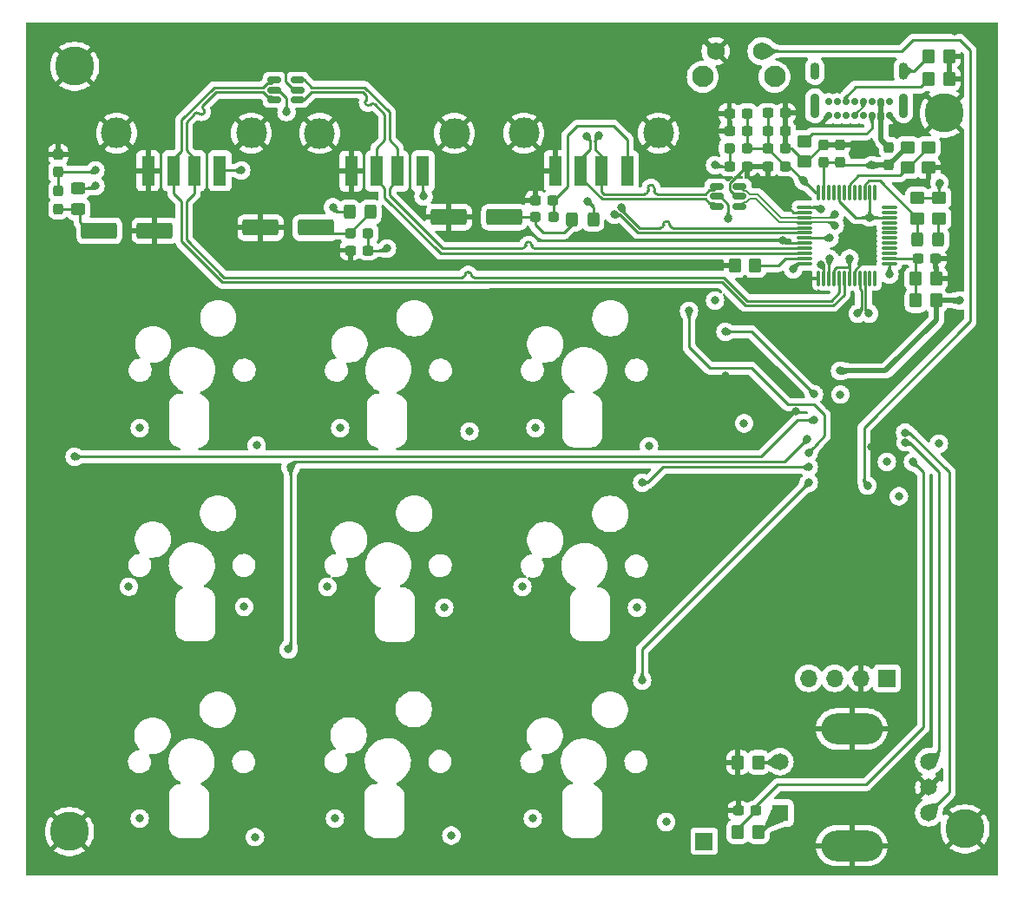
<source format=gbr>
%TF.GenerationSoftware,KiCad,Pcbnew,(7.0.0)*%
%TF.CreationDate,2023-05-17T12:54:35+02:00*%
%TF.ProjectId,Macro_Keyboard,4d616372-6f5f-44b6-9579-626f6172642e,rev?*%
%TF.SameCoordinates,Original*%
%TF.FileFunction,Copper,L1,Top*%
%TF.FilePolarity,Positive*%
%FSLAX46Y46*%
G04 Gerber Fmt 4.6, Leading zero omitted, Abs format (unit mm)*
G04 Created by KiCad (PCBNEW (7.0.0)) date 2023-05-17 12:54:35*
%MOMM*%
%LPD*%
G01*
G04 APERTURE LIST*
G04 Aperture macros list*
%AMRoundRect*
0 Rectangle with rounded corners*
0 $1 Rounding radius*
0 $2 $3 $4 $5 $6 $7 $8 $9 X,Y pos of 4 corners*
0 Add a 4 corners polygon primitive as box body*
4,1,4,$2,$3,$4,$5,$6,$7,$8,$9,$2,$3,0*
0 Add four circle primitives for the rounded corners*
1,1,$1+$1,$2,$3*
1,1,$1+$1,$4,$5*
1,1,$1+$1,$6,$7*
1,1,$1+$1,$8,$9*
0 Add four rect primitives between the rounded corners*
20,1,$1+$1,$2,$3,$4,$5,0*
20,1,$1+$1,$4,$5,$6,$7,0*
20,1,$1+$1,$6,$7,$8,$9,0*
20,1,$1+$1,$8,$9,$2,$3,0*%
G04 Aperture macros list end*
%TA.AperFunction,SMDPad,CuDef*%
%ADD10RoundRect,0.250000X-0.450000X0.350000X-0.450000X-0.350000X0.450000X-0.350000X0.450000X0.350000X0*%
%TD*%
%TA.AperFunction,SMDPad,CuDef*%
%ADD11RoundRect,0.237500X0.287500X0.237500X-0.287500X0.237500X-0.287500X-0.237500X0.287500X-0.237500X0*%
%TD*%
%TA.AperFunction,SMDPad,CuDef*%
%ADD12RoundRect,0.150000X0.512500X0.150000X-0.512500X0.150000X-0.512500X-0.150000X0.512500X-0.150000X0*%
%TD*%
%TA.AperFunction,SMDPad,CuDef*%
%ADD13RoundRect,0.237500X0.300000X0.237500X-0.300000X0.237500X-0.300000X-0.237500X0.300000X-0.237500X0*%
%TD*%
%TA.AperFunction,SMDPad,CuDef*%
%ADD14RoundRect,0.237500X-0.237500X0.287500X-0.237500X-0.287500X0.237500X-0.287500X0.237500X0.287500X0*%
%TD*%
%TA.AperFunction,ComponentPad*%
%ADD15R,1.650000X1.650000*%
%TD*%
%TA.AperFunction,ComponentPad*%
%ADD16C,1.650000*%
%TD*%
%TA.AperFunction,ComponentPad*%
%ADD17O,6.000000X3.000000*%
%TD*%
%TA.AperFunction,ComponentPad*%
%ADD18C,0.700000*%
%TD*%
%TA.AperFunction,ComponentPad*%
%ADD19O,0.900000X2.400000*%
%TD*%
%TA.AperFunction,ComponentPad*%
%ADD20O,0.900000X1.700000*%
%TD*%
%TA.AperFunction,SMDPad,CuDef*%
%ADD21RoundRect,0.237500X0.237500X-0.300000X0.237500X0.300000X-0.237500X0.300000X-0.237500X-0.300000X0*%
%TD*%
%TA.AperFunction,SMDPad,CuDef*%
%ADD22RoundRect,0.250000X1.500000X0.550000X-1.500000X0.550000X-1.500000X-0.550000X1.500000X-0.550000X0*%
%TD*%
%TA.AperFunction,SMDPad,CuDef*%
%ADD23RoundRect,0.250000X-0.325000X-0.450000X0.325000X-0.450000X0.325000X0.450000X-0.325000X0.450000X0*%
%TD*%
%TA.AperFunction,SMDPad,CuDef*%
%ADD24RoundRect,0.250000X0.325000X0.450000X-0.325000X0.450000X-0.325000X-0.450000X0.325000X-0.450000X0*%
%TD*%
%TA.AperFunction,ComponentPad*%
%ADD25C,3.800000*%
%TD*%
%TA.AperFunction,ComponentPad*%
%ADD26C,2.100000*%
%TD*%
%TA.AperFunction,ComponentPad*%
%ADD27C,1.750000*%
%TD*%
%TA.AperFunction,SMDPad,CuDef*%
%ADD28RoundRect,0.075000X-0.662500X-0.075000X0.662500X-0.075000X0.662500X0.075000X-0.662500X0.075000X0*%
%TD*%
%TA.AperFunction,SMDPad,CuDef*%
%ADD29RoundRect,0.075000X-0.075000X-0.662500X0.075000X-0.662500X0.075000X0.662500X-0.075000X0.662500X0*%
%TD*%
%TA.AperFunction,SMDPad,CuDef*%
%ADD30RoundRect,0.250000X-0.350000X-0.450000X0.350000X-0.450000X0.350000X0.450000X-0.350000X0.450000X0*%
%TD*%
%TA.AperFunction,SMDPad,CuDef*%
%ADD31RoundRect,0.250000X0.450000X-0.325000X0.450000X0.325000X-0.450000X0.325000X-0.450000X-0.325000X0*%
%TD*%
%TA.AperFunction,SMDPad,CuDef*%
%ADD32RoundRect,0.250000X0.350000X0.450000X-0.350000X0.450000X-0.350000X-0.450000X0.350000X-0.450000X0*%
%TD*%
%TA.AperFunction,SMDPad,CuDef*%
%ADD33RoundRect,0.237500X-0.300000X-0.237500X0.300000X-0.237500X0.300000X0.237500X-0.300000X0.237500X0*%
%TD*%
%TA.AperFunction,SMDPad,CuDef*%
%ADD34R,1.250000X3.000000*%
%TD*%
%TA.AperFunction,ComponentPad*%
%ADD35C,3.000000*%
%TD*%
%TA.AperFunction,ComponentPad*%
%ADD36R,1.700000X1.700000*%
%TD*%
%TA.AperFunction,ComponentPad*%
%ADD37O,1.700000X1.700000*%
%TD*%
%TA.AperFunction,SMDPad,CuDef*%
%ADD38RoundRect,0.250000X-1.500000X-0.550000X1.500000X-0.550000X1.500000X0.550000X-1.500000X0.550000X0*%
%TD*%
%TA.AperFunction,SMDPad,CuDef*%
%ADD39RoundRect,0.237500X-0.287500X-0.237500X0.287500X-0.237500X0.287500X0.237500X-0.287500X0.237500X0*%
%TD*%
%TA.AperFunction,ViaPad*%
%ADD40C,0.800000*%
%TD*%
%TA.AperFunction,Conductor*%
%ADD41C,0.500000*%
%TD*%
%TA.AperFunction,Conductor*%
%ADD42C,0.250000*%
%TD*%
%TA.AperFunction,Conductor*%
%ADD43C,0.200000*%
%TD*%
%TA.AperFunction,Conductor*%
%ADD44C,0.230000*%
%TD*%
G04 APERTURE END LIST*
D10*
%TO.P,R8,1*%
%TO.N,DVDD*%
X148762385Y-57550150D03*
%TO.P,R8,2*%
%TO.N,/USB/PGANG*%
X148762385Y-59550150D03*
%TD*%
D11*
%TO.P,FB2,1*%
%TO.N,Net-(J3-VBUS)*%
X95191549Y-60992392D03*
%TO.P,FB2,2*%
%TO.N,Net-(C26-Pad1)*%
X93441549Y-60992392D03*
%TD*%
D10*
%TO.P,R12,1*%
%TO.N,Net-(J1-CC1)*%
X137775174Y-52013429D03*
%TO.P,R12,2*%
%TO.N,GND*%
X137775174Y-54013429D03*
%TD*%
D12*
%TO.P,U5,1,IO1*%
%TO.N,/USB/D_P0*%
X131439500Y-58354000D03*
%TO.P,U5,2,VN*%
%TO.N,GND*%
X131439500Y-57404000D03*
%TO.P,U5,3,IO2*%
%TO.N,/USB/D_N0*%
X131439500Y-56454000D03*
%TO.P,U5,4,IO3*%
%TO.N,/USB/D_N1*%
X129164500Y-56454000D03*
%TO.P,U5,5,VP*%
%TO.N,+5V*%
X129164500Y-57404000D03*
%TO.P,U5,6,IO4*%
%TO.N,/USB/D_P1*%
X129164500Y-58354000D03*
%TD*%
D13*
%TO.P,C23,1*%
%TO.N,Net-(J2-VBUS)*%
X113234695Y-57799445D03*
%TO.P,C23,2*%
%TO.N,GND*%
X111509695Y-57799445D03*
%TD*%
D14*
%TO.P,FB6,1*%
%TO.N,Net-(FB6-Pad1)*%
X145968998Y-52606000D03*
%TO.P,FB6,2*%
%TO.N,+5V*%
X145968998Y-54356000D03*
%TD*%
D15*
%TO.P,MT1,1*%
%TO.N,BOOT*%
X135369999Y-117559999D03*
D16*
%TO.P,MT1,2*%
%TO.N,Net-(MT1-Pad2)*%
X135370000Y-112560000D03*
%TO.P,MT1,A,A*%
%TO.N,Rotary_A*%
X149870000Y-117560000D03*
%TO.P,MT1,B,B*%
%TO.N,Rotary_B*%
X149870000Y-112560000D03*
%TO.P,MT1,COM,COM*%
%TO.N,GND*%
X149870000Y-115060000D03*
D17*
%TO.P,MT1,S1,SHIELD*%
X142369999Y-120759999D03*
%TO.P,MT1,S2,SHIELD*%
X142369999Y-109359999D03*
%TD*%
D18*
%TO.P,J1,A1,GND*%
%TO.N,GND*%
X146045000Y-49525000D03*
%TO.P,J1,A4,VBUS*%
%TO.N,Net-(FB6-Pad1)*%
X145195000Y-49525000D03*
%TO.P,J1,A5,CC1*%
%TO.N,Net-(J1-CC1)*%
X144345000Y-49525000D03*
%TO.P,J1,A6,D+*%
%TO.N,/USB/D_P0*%
X143495000Y-49525000D03*
%TO.P,J1,A7,D-*%
%TO.N,/USB/D_N0*%
X142645000Y-49525000D03*
%TO.P,J1,A8,SBU1*%
%TO.N,unconnected-(J1-SBU1-PadA8)*%
X141795000Y-49525000D03*
%TO.P,J1,A9,VBUS*%
%TO.N,Net-(FB6-Pad1)*%
X140945000Y-49525000D03*
%TO.P,J1,A12,GND*%
%TO.N,GND*%
X140095000Y-49525000D03*
%TO.P,J1,B1,GND*%
X140095000Y-48175000D03*
%TO.P,J1,B4,VBUS*%
%TO.N,Net-(FB6-Pad1)*%
X140945000Y-48175000D03*
%TO.P,J1,B5,CC2*%
%TO.N,Net-(J1-CC2)*%
X141795000Y-48175000D03*
%TO.P,J1,B6,D+*%
%TO.N,/USB/D_P0*%
X142645000Y-48175000D03*
%TO.P,J1,B7,D-*%
%TO.N,/USB/D_N0*%
X143495000Y-48175000D03*
%TO.P,J1,B8,SBU2*%
%TO.N,unconnected-(J1-SBU2-PadB8)*%
X144345000Y-48175000D03*
%TO.P,J1,B9,VBUS*%
%TO.N,Net-(FB6-Pad1)*%
X145195000Y-48175000D03*
%TO.P,J1,B12,GND*%
%TO.N,GND*%
X146045000Y-48175000D03*
D19*
%TO.P,J1,S1,SHIELD*%
%TO.N,Net-(J1-SHIELD)*%
X147394999Y-48544999D03*
D20*
X147394999Y-45164999D03*
D19*
X138744999Y-48544999D03*
D20*
X138744999Y-45164999D03*
%TD*%
D21*
%TO.P,C29,1*%
%TO.N,Net-(J4-VBUS)*%
X64942354Y-55030980D03*
%TO.P,C29,2*%
%TO.N,GND*%
X64942354Y-53305980D03*
%TD*%
D22*
%TO.P,C22,1*%
%TO.N,Net-(C22-Pad1)*%
X108455982Y-59418528D03*
%TO.P,C22,2*%
%TO.N,GND*%
X103055982Y-59418528D03*
%TD*%
D12*
%TO.P,U6,1,IO1*%
%TO.N,/USB/D_P2*%
X88320000Y-47950000D03*
%TO.P,U6,2,VN*%
%TO.N,GND*%
X88320000Y-47000000D03*
%TO.P,U6,3,IO2*%
%TO.N,/USB/D_N2*%
X88320000Y-46050000D03*
%TO.P,U6,4,IO3*%
%TO.N,/USB/D_P3*%
X86045000Y-46050000D03*
%TO.P,U6,5,VP*%
%TO.N,+5V*%
X86045000Y-47000000D03*
%TO.P,U6,6,IO4*%
%TO.N,/USB/D_N3*%
X86045000Y-47950000D03*
%TD*%
D13*
%TO.P,C17,1*%
%TO.N,GND*%
X135878048Y-49273518D03*
%TO.P,C17,2*%
%TO.N,DVDD*%
X134153048Y-49273518D03*
%TD*%
D23*
%TO.P,TH1,1*%
%TO.N,Net-(C22-Pad1)*%
X115096271Y-59643970D03*
%TO.P,TH1,2*%
%TO.N,+5V*%
X117146271Y-59643970D03*
%TD*%
D24*
%TO.P,TH2,1*%
%TO.N,Net-(C26-Pad1)*%
X95402993Y-58928000D03*
%TO.P,TH2,2*%
%TO.N,+5V*%
X93352993Y-58928000D03*
%TD*%
D13*
%TO.P,C40,1*%
%TO.N,DVDD*%
X132166101Y-51001903D03*
%TO.P,C40,2*%
%TO.N,GND*%
X130441101Y-51001903D03*
%TD*%
D25*
%TO.P,H3,1,1*%
%TO.N,GND*%
X153416000Y-119126000D03*
%TD*%
D11*
%TO.P,FB3,1*%
%TO.N,Net-(J2-VBUS)*%
X113251746Y-59418528D03*
%TO.P,FB3,2*%
%TO.N,Net-(C22-Pad1)*%
X111501746Y-59418528D03*
%TD*%
D25*
%TO.P,H4,1,1*%
%TO.N,GND*%
X151384000Y-49276000D03*
%TD*%
%TO.P,H2,1,1*%
%TO.N,GND*%
X66040000Y-119380000D03*
%TD*%
D22*
%TO.P,C26,1*%
%TO.N,Net-(C26-Pad1)*%
X90076000Y-60452000D03*
%TO.P,C26,2*%
%TO.N,GND*%
X84676000Y-60452000D03*
%TD*%
D21*
%TO.P,C15,1*%
%TO.N,+5V*%
X141263571Y-54090800D03*
%TO.P,C15,2*%
%TO.N,GND*%
X141263571Y-52365800D03*
%TD*%
D13*
%TO.P,C43,1*%
%TO.N,GND*%
X135881199Y-52690215D03*
%TO.P,C43,2*%
%TO.N,DVDD*%
X134156199Y-52690215D03*
%TD*%
D21*
%TO.P,C16,1*%
%TO.N,+5V*%
X139616637Y-54082032D03*
%TO.P,C16,2*%
%TO.N,GND*%
X139616637Y-52357032D03*
%TD*%
D26*
%TO.P,SW1,*%
%TO.N,*%
X127830000Y-45720000D03*
X134840000Y-45720000D03*
D27*
%TO.P,SW1,1,1*%
%TO.N,GND*%
X129080000Y-43230000D03*
%TO.P,SW1,2,2*%
%TO.N,Net-(U1-NRST)*%
X133580000Y-43230000D03*
%TD*%
D25*
%TO.P,H1,1,1*%
%TO.N,GND*%
X66548000Y-44704000D03*
%TD*%
D28*
%TO.P,U3,1,AVDD*%
%TO.N,AVDD*%
X137722889Y-58460000D03*
%TO.P,U3,2,AGND*%
%TO.N,GND*%
X137722889Y-58960000D03*
%TO.P,U3,3,DM0*%
%TO.N,/USB/D_N0*%
X137722889Y-59460000D03*
%TO.P,U3,4,DP0*%
%TO.N,/USB/D_P0*%
X137722889Y-59960000D03*
%TO.P,U3,5,DM1*%
%TO.N,/USB/D_N1*%
X137722889Y-60460000D03*
%TO.P,U3,6,DP1*%
%TO.N,/USB/D_P1*%
X137722889Y-60960000D03*
%TO.P,U3,7,AVDD*%
%TO.N,AVDD*%
X137722889Y-61460000D03*
%TO.P,U3,8,AGND*%
%TO.N,GND*%
X137722889Y-61960000D03*
%TO.P,U3,9,DM2*%
%TO.N,/USB/D_N2*%
X137722889Y-62460000D03*
%TO.P,U3,10,DP2*%
%TO.N,/USB/D_P2*%
X137722889Y-62960000D03*
%TO.P,U3,11,RREF*%
%TO.N,Net-(U3-RREF)*%
X137722889Y-63460000D03*
%TO.P,U3,12,AVDD*%
%TO.N,AVDD*%
X137722889Y-63960000D03*
D29*
%TO.P,U3,13,AGND*%
%TO.N,GND*%
X139135389Y-65372500D03*
%TO.P,U3,14,X1*%
%TO.N,/USB/X1*%
X139635389Y-65372500D03*
%TO.P,U3,15,X2*%
%TO.N,/USB/X2*%
X140135389Y-65372500D03*
%TO.P,U3,16,AVDD*%
%TO.N,AVDD*%
X140635389Y-65372500D03*
%TO.P,U3,17,DM3*%
%TO.N,/USB/D_N3*%
X141135389Y-65372500D03*
%TO.P,U3,18,DP3*%
%TO.N,/USB/D_P3*%
X141635389Y-65372500D03*
%TO.P,U3,19,AVDD*%
%TO.N,AVDD*%
X142135389Y-65372500D03*
%TO.P,U3,20,AGND*%
%TO.N,GND*%
X142635389Y-65372500D03*
%TO.P,U3,21,DM4*%
%TO.N,USBD_N*%
X143135389Y-65372500D03*
%TO.P,U3,22,DP4*%
%TO.N,USBD_P*%
X143635389Y-65372500D03*
%TO.P,U3,23,PGREEN4*%
%TO.N,unconnected-(U3-PGREEN4-Pad23)*%
X144135389Y-65372500D03*
%TO.P,U3,24,PAMBER4*%
%TO.N,unconnected-(U3-PAMBER4-Pad24)*%
X144635389Y-65372500D03*
D28*
%TO.P,U3,25,DVDD*%
%TO.N,DVDD*%
X146047889Y-63960000D03*
%TO.P,U3,26,RESET*%
%TO.N,/USB/RESET*%
X146047889Y-63460000D03*
%TO.P,U3,27,TEST*%
%TO.N,unconnected-(U3-TEST-Pad27)*%
X146047889Y-62960000D03*
%TO.P,U3,28,OVCUR4*%
%TO.N,unconnected-(U3-OVCUR4-Pad28)*%
X146047889Y-62460000D03*
%TO.P,U3,29,PWREN4*%
%TO.N,unconnected-(U3-PWREN4-Pad29)*%
X146047889Y-61960000D03*
%TO.P,U3,30,OVCUR3*%
%TO.N,unconnected-(U3-OVCUR3-Pad30)*%
X146047889Y-61460000D03*
%TO.P,U3,31,PWREN3*%
%TO.N,unconnected-(U3-PWREN3-Pad31)*%
X146047889Y-60960000D03*
%TO.P,U3,32,PGREEN3*%
%TO.N,unconnected-(U3-PGREEN3-Pad32)*%
X146047889Y-60460000D03*
%TO.P,U3,33,PAMBER3*%
%TO.N,unconnected-(U3-PAMBER3-Pad33)*%
X146047889Y-59960000D03*
%TO.P,U3,34,DVDD*%
%TO.N,DVDD*%
X146047889Y-59460000D03*
%TO.P,U3,35,PGREEN2*%
%TO.N,unconnected-(U3-PGREEN2-Pad35)*%
X146047889Y-58960000D03*
%TO.P,U3,36,PAMBER2*%
%TO.N,unconnected-(U3-PAMBER2-Pad36)*%
X146047889Y-58460000D03*
D29*
%TO.P,U3,37,PSELF*%
%TO.N,unconnected-(U3-PSELF-Pad37)*%
X144635389Y-57047500D03*
%TO.P,U3,38,DVDD*%
%TO.N,DVDD*%
X144135389Y-57047500D03*
%TO.P,U3,39,PGANG*%
%TO.N,/USB/PGANG*%
X143635389Y-57047500D03*
%TO.P,U3,40,OVCUR2*%
%TO.N,unconnected-(U3-OVCUR2-Pad40)*%
X143135389Y-57047500D03*
%TO.P,U3,41,PWREN2*%
%TO.N,unconnected-(U3-PWREN2-Pad41)*%
X142635389Y-57047500D03*
%TO.P,U3,42,OVCUR1*%
%TO.N,/USB/OVERCUR1*%
X142135389Y-57047500D03*
%TO.P,U3,43,PWREN1*%
%TO.N,unconnected-(U3-PWREN1-Pad43)*%
X141635389Y-57047500D03*
%TO.P,U3,44,DVDD*%
%TO.N,DVDD*%
X141135389Y-57047500D03*
%TO.P,U3,45,PGREEN1*%
%TO.N,unconnected-(U3-PGREEN1-Pad45)*%
X140635389Y-57047500D03*
%TO.P,U3,46,PAMBER1*%
%TO.N,unconnected-(U3-PAMBER1-Pad46)*%
X140135389Y-57047500D03*
%TO.P,U3,47,5V*%
%TO.N,+5V*%
X139635389Y-57047500D03*
%TO.P,U3,48,3V3*%
%TO.N,DVDD*%
X139135389Y-57047500D03*
%TD*%
D14*
%TO.P,FB4,1*%
%TO.N,Net-(J4-VBUS)*%
X64942354Y-56847061D03*
%TO.P,FB4,2*%
%TO.N,Net-(C24-Pad1)*%
X64942354Y-58597061D03*
%TD*%
D13*
%TO.P,C18,1*%
%TO.N,GND*%
X135885853Y-50998656D03*
%TO.P,C18,2*%
%TO.N,DVDD*%
X134160853Y-50998656D03*
%TD*%
D30*
%TO.P,R17,1*%
%TO.N,Net-(J1-CC2)*%
X149883465Y-45909109D03*
%TO.P,R17,2*%
%TO.N,GND*%
X151883465Y-45909109D03*
%TD*%
D31*
%TO.P,TH4,1*%
%TO.N,Net-(C24-Pad1)*%
X66889352Y-58638315D03*
%TO.P,TH4,2*%
%TO.N,+5V*%
X66889352Y-56588315D03*
%TD*%
D10*
%TO.P,R9,1*%
%TO.N,DVDD*%
X150892763Y-57550150D03*
%TO.P,R9,2*%
%TO.N,Net-(D3-A)*%
X150892763Y-59550150D03*
%TD*%
D23*
%TO.P,D3,1,K*%
%TO.N,/USB/PGANG*%
X148772915Y-61610680D03*
%TO.P,D3,2,A*%
%TO.N,Net-(D3-A)*%
X150822915Y-61610680D03*
%TD*%
D32*
%TO.P,R6,1*%
%TO.N,+5V*%
X150622000Y-67561888D03*
%TO.P,R6,2*%
%TO.N,/USB/RESET*%
X148622000Y-67561888D03*
%TD*%
D30*
%TO.P,R5,1*%
%TO.N,GND*%
X130951332Y-64155158D03*
%TO.P,R5,2*%
%TO.N,Net-(U3-RREF)*%
X132951332Y-64155158D03*
%TD*%
D32*
%TO.P,R2,1*%
%TO.N,Net-(MT1-Pad2)*%
X133257631Y-112626957D03*
%TO.P,R2,2*%
%TO.N,GND*%
X131257631Y-112626957D03*
%TD*%
D13*
%TO.P,C27,1*%
%TO.N,Net-(J3-VBUS)*%
X95177642Y-62660674D03*
%TO.P,C27,2*%
%TO.N,GND*%
X93452642Y-62660674D03*
%TD*%
D33*
%TO.P,C37,1*%
%TO.N,+3.3V*%
X130448707Y-54470501D03*
%TO.P,C37,2*%
%TO.N,GND*%
X132173707Y-54470501D03*
%TD*%
D34*
%TO.P,J2,1,VBUS*%
%TO.N,Net-(J2-VBUS)*%
X120443999Y-54900042D03*
%TO.P,J2,2,D-*%
%TO.N,/USB/D_N1*%
X117943999Y-54900042D03*
%TO.P,J2,3,D+*%
%TO.N,/USB/D_P1*%
X115943999Y-54900042D03*
%TO.P,J2,4,GND*%
%TO.N,GND*%
X113443999Y-54900042D03*
D35*
%TO.P,J2,5,Shield*%
X123514000Y-51220043D03*
X110374000Y-51220043D03*
%TD*%
D30*
%TO.P,R13,1*%
%TO.N,Net-(J1-SHIELD)*%
X149876000Y-43699174D03*
%TO.P,R13,2*%
%TO.N,GND*%
X151876000Y-43699174D03*
%TD*%
D36*
%TO.P,U4,1,VDD*%
%TO.N,+3.3V*%
X145785999Y-104418999D03*
D37*
%TO.P,U4,2,GND*%
%TO.N,GND*%
X143245999Y-104418999D03*
%TO.P,U4,3,SCK*%
%TO.N,SCK*%
X140705999Y-104418999D03*
%TO.P,U4,4,SDA*%
%TO.N,SDA*%
X138165999Y-104418999D03*
%TD*%
D34*
%TO.P,J4,1,VBUS*%
%TO.N,Net-(J4-VBUS)*%
X80711825Y-54896188D03*
%TO.P,J4,2,D-*%
%TO.N,/USB/D_N3*%
X78211825Y-54896188D03*
%TO.P,J4,3,D+*%
%TO.N,/USB/D_P3*%
X76211825Y-54896188D03*
%TO.P,J4,4,GND*%
%TO.N,GND*%
X73711825Y-54896188D03*
D35*
%TO.P,J4,5,Shield*%
X83781826Y-51216189D03*
X70641826Y-51216189D03*
%TD*%
D33*
%TO.P,C41,1*%
%TO.N,GND*%
X130427389Y-49290615D03*
%TO.P,C41,2*%
%TO.N,DVDD*%
X132152389Y-49290615D03*
%TD*%
%TO.P,C44,1*%
%TO.N,GND*%
X134156607Y-54472982D03*
%TO.P,C44,2*%
%TO.N,DVDD*%
X135881607Y-54472982D03*
%TD*%
D10*
%TO.P,R10,1*%
%TO.N,+5V*%
X147843177Y-52613688D03*
%TO.P,R10,2*%
%TO.N,/USB/OVERCUR1*%
X147843177Y-54613688D03*
%TD*%
D30*
%TO.P,R7,1*%
%TO.N,/USB/RESET*%
X148608939Y-65438358D03*
%TO.P,R7,2*%
%TO.N,GND*%
X150608939Y-65438358D03*
%TD*%
D38*
%TO.P,C24,1*%
%TO.N,Net-(C24-Pad1)*%
X68949429Y-60749006D03*
%TO.P,C24,2*%
%TO.N,GND*%
X74349429Y-60749006D03*
%TD*%
D33*
%TO.P,C19,1*%
%TO.N,/USB/RESET*%
X148844000Y-63500000D03*
%TO.P,C19,2*%
%TO.N,GND*%
X150569000Y-63500000D03*
%TD*%
D32*
%TO.P,R3,1*%
%TO.N,BOOT*%
X133245590Y-119396313D03*
%TO.P,R3,2*%
%TO.N,Net-(U1-PH3)*%
X131245590Y-119396313D03*
%TD*%
D34*
%TO.P,J3,1,VBUS*%
%TO.N,Net-(J3-VBUS)*%
X100527999Y-54923999D03*
%TO.P,J3,2,D-*%
%TO.N,/USB/D_N2*%
X98027999Y-54923999D03*
%TO.P,J3,3,D+*%
%TO.N,/USB/D_P2*%
X96027999Y-54923999D03*
%TO.P,J3,4,GND*%
%TO.N,GND*%
X93527999Y-54923999D03*
D35*
%TO.P,J3,5,Shield*%
X103598000Y-51244000D03*
X90458000Y-51244000D03*
%TD*%
D13*
%TO.P,C9,1*%
%TO.N,Net-(U1-PH3)*%
X133027636Y-117344790D03*
%TO.P,C9,2*%
%TO.N,GND*%
X131302636Y-117344790D03*
%TD*%
D10*
%TO.P,R11,1*%
%TO.N,/USB/OVERCUR1*%
X149860000Y-52610000D03*
%TO.P,R11,2*%
%TO.N,GND*%
X149860000Y-54610000D03*
%TD*%
D39*
%TO.P,FB7,1*%
%TO.N,+3.3V*%
X130428582Y-52681524D03*
%TO.P,FB7,2*%
%TO.N,DVDD*%
X132178582Y-52681524D03*
%TD*%
D36*
%TO.P,TP1,1,1*%
%TO.N,+5V*%
X127969999Y-120319999D03*
%TD*%
D40*
%TO.N,+5V*%
X72898000Y-118110000D03*
X71836529Y-95488991D03*
X110236000Y-95504000D03*
X141224000Y-74422000D03*
X87217839Y-49176994D03*
X92456000Y-80010000D03*
X124255625Y-118442942D03*
X105068653Y-80338027D03*
X72898000Y-80010000D03*
X91737705Y-58454344D03*
X91207273Y-95500191D03*
X68580000Y-56388000D03*
X84141199Y-119923621D03*
X111506000Y-80010000D03*
X152933791Y-67548852D03*
X91948000Y-118110000D03*
X111252000Y-118110000D03*
X84300764Y-81692800D03*
X116586000Y-57912000D03*
X122584793Y-81769409D03*
X102616000Y-97536000D03*
X83084504Y-97451665D03*
X121412000Y-97536000D03*
X130333581Y-59541722D03*
X103302654Y-119759201D03*
X144272000Y-54356000D03*
%TO.N,GND*%
X141723124Y-79219773D03*
X149860000Y-121920000D03*
X154940000Y-71120000D03*
X154940000Y-66040000D03*
X91440000Y-41275000D03*
X154940000Y-96520000D03*
X76200000Y-41275000D03*
X137160000Y-41275000D03*
X144290474Y-81806662D03*
X101600000Y-41275000D03*
X63500000Y-91440000D03*
X63500000Y-111760000D03*
X86360000Y-41275000D03*
X104140000Y-121920000D03*
X144272000Y-63500000D03*
X99060000Y-121920000D03*
X139497290Y-88241931D03*
X121920000Y-41275000D03*
X120875448Y-81698070D03*
X111983537Y-95542083D03*
X63500000Y-50800000D03*
X63500000Y-116840000D03*
X124460000Y-121920000D03*
X101583806Y-119762501D03*
X82422177Y-119874709D03*
X154940000Y-106680000D03*
X129032000Y-49276000D03*
X87135860Y-44823005D03*
X137414000Y-72257452D03*
X88900000Y-121920000D03*
X68580000Y-121920000D03*
X63500000Y-66040000D03*
X152400000Y-41275000D03*
X154940000Y-121920000D03*
X154940000Y-50800000D03*
X154940000Y-91440000D03*
X119380000Y-121920000D03*
X154940000Y-86360000D03*
X63500000Y-71120000D03*
X131889236Y-73004482D03*
X154940000Y-55880000D03*
X154940000Y-76200000D03*
X71120000Y-41275000D03*
X154940000Y-81280000D03*
X127893031Y-64158294D03*
X154940000Y-45720000D03*
X83820000Y-121920000D03*
X93980000Y-121920000D03*
X148290542Y-84712358D03*
X78740000Y-121920000D03*
X106680000Y-41275000D03*
X154940000Y-101600000D03*
X129540000Y-121920000D03*
X137160000Y-49276000D03*
X144272000Y-52324000D03*
X63500000Y-86360000D03*
X130048000Y-74930000D03*
X111760000Y-41275000D03*
X92959072Y-95495264D03*
X63500000Y-81280000D03*
X136906000Y-78398500D03*
X136144000Y-58420000D03*
X66040000Y-41275000D03*
X73660000Y-121920000D03*
X114300000Y-121920000D03*
X134620000Y-121920000D03*
X116840000Y-41275000D03*
X63500000Y-96520000D03*
X137902669Y-65238904D03*
X63500000Y-101600000D03*
X81280000Y-41275000D03*
X154940000Y-60960000D03*
X140116912Y-77831214D03*
X63500000Y-55880000D03*
X82548437Y-81665473D03*
X147320000Y-41275000D03*
X101734167Y-81637705D03*
X63500000Y-106680000D03*
X63500000Y-60960000D03*
X120965670Y-119815129D03*
X63500000Y-76200000D03*
X96520000Y-41275000D03*
X63500000Y-45720000D03*
X109220000Y-121920000D03*
X151932416Y-54603927D03*
X154940000Y-116840000D03*
X132080000Y-41275000D03*
X63500000Y-121920000D03*
X127000000Y-41275000D03*
X73539210Y-95526486D03*
X154940000Y-111760000D03*
X142240000Y-41275000D03*
X135636000Y-61722000D03*
%TO.N,+3.3V*%
X150876000Y-81534000D03*
X146964198Y-86673133D03*
X141250036Y-76735612D03*
X145796000Y-83312000D03*
X129032000Y-67564000D03*
X131864003Y-79557697D03*
X129032000Y-54356000D03*
%TO.N,Net-(U1-NRST)*%
X143894167Y-85618468D03*
%TO.N,Net-(U1-PH3)*%
X148336000Y-83312000D03*
%TO.N,DVDD*%
X144126186Y-59459743D03*
X150917384Y-56068812D03*
X137668000Y-55880000D03*
X146047889Y-65018580D03*
%TO.N,/USB/X1*%
X139365116Y-64037171D03*
%TO.N,/USB/X2*%
X140208000Y-63500000D03*
%TO.N,Net-(J3-VBUS)*%
X100584000Y-57404000D03*
X97028000Y-62484000D03*
%TO.N,Net-(J4-VBUS)*%
X68580000Y-54864000D03*
X82804000Y-54864000D03*
%TO.N,COL 2*%
X130048000Y-70612000D03*
X138684000Y-76708000D03*
%TO.N,COL 1*%
X87620891Y-83808054D03*
X87408926Y-101600000D03*
X138044295Y-81090806D03*
%TO.N,COL 0*%
X66548000Y-82804000D03*
X138684000Y-79248000D03*
%TO.N,Rotary_A*%
X147571918Y-80450103D03*
%TO.N,Rotary_B*%
X147601026Y-81399159D03*
%TO.N,ROW 0*%
X126492000Y-68580000D03*
X138139692Y-82466295D03*
%TO.N,ROW 1*%
X138176000Y-83820000D03*
X121920000Y-85344000D03*
%TO.N,ROW 2*%
X138176000Y-85344000D03*
X121920000Y-104648000D03*
%TO.N,/USB/D_P0*%
X140716000Y-60235000D03*
%TO.N,/USB/D_N0*%
X140716000Y-59185000D03*
%TO.N,USBD_N*%
X142952497Y-68834000D03*
%TO.N,USBD_P*%
X144051298Y-68828972D03*
%TO.N,/USB/D_N1*%
X117673957Y-51482401D03*
X119916843Y-58465658D03*
%TO.N,/USB/D_P1*%
X119214373Y-59176672D03*
X116495895Y-51515630D03*
%TO.N,AVDD*%
X136652000Y-64516000D03*
X140208000Y-61468000D03*
X139385374Y-58627410D03*
X142136370Y-63450550D03*
%TD*%
D41*
%TO.N,+5V*%
X147711310Y-52613688D02*
X145968998Y-54356000D01*
X150622000Y-67561888D02*
X152920755Y-67561888D01*
X147843177Y-52613688D02*
X147711310Y-52613688D01*
D42*
X129164500Y-57404000D02*
X129548751Y-57404000D01*
X141254803Y-54082032D02*
X141263571Y-54090800D01*
X139635389Y-54100784D02*
X139616637Y-54082032D01*
X68379685Y-56588315D02*
X68580000Y-56388000D01*
X141263571Y-54090800D02*
X141528771Y-54356000D01*
D41*
X150622000Y-69458244D02*
X145658244Y-74422000D01*
D42*
X93352993Y-58928000D02*
X92211361Y-58928000D01*
X117146271Y-59643970D02*
X117146271Y-58472271D01*
D41*
X152920755Y-67561888D02*
X152933791Y-67548852D01*
D42*
X92211361Y-58928000D02*
X91737705Y-58454344D01*
X130333581Y-58188830D02*
X130333581Y-59541722D01*
D41*
X150622000Y-69458244D02*
X150622000Y-67561888D01*
D42*
X129548751Y-57404000D02*
X130333581Y-58188830D01*
D41*
X145968998Y-54356000D02*
X144272000Y-54356000D01*
D42*
X87217839Y-47788588D02*
X87217839Y-49176994D01*
X139635389Y-57047500D02*
X139635389Y-54100784D01*
X141528771Y-54356000D02*
X144272000Y-54356000D01*
X66889352Y-56588315D02*
X68379685Y-56588315D01*
D41*
X145658244Y-74422000D02*
X141224000Y-74422000D01*
D42*
X117146271Y-58472271D02*
X116586000Y-57912000D01*
X86429251Y-47000000D02*
X87217839Y-47788588D01*
X139616637Y-54082032D02*
X141254803Y-54082032D01*
X86045000Y-47000000D02*
X86429251Y-47000000D01*
%TO.N,GND*%
X132173707Y-54470501D02*
X132173707Y-54547449D01*
X136684000Y-58960000D02*
X136144000Y-58420000D01*
X135881199Y-52690215D02*
X136451960Y-52690215D01*
X137157518Y-49273518D02*
X137160000Y-49276000D01*
X151926343Y-54610000D02*
X151932416Y-54603927D01*
X137960240Y-54013429D02*
X139616637Y-52357032D01*
X136451960Y-52690215D02*
X137775174Y-54013429D01*
X141263571Y-52365800D02*
X144230200Y-52365800D01*
X144230200Y-52365800D02*
X144272000Y-52324000D01*
X127896167Y-64155158D02*
X127893031Y-64158294D01*
X137775174Y-54013429D02*
X137960240Y-54013429D01*
X138036265Y-65372500D02*
X137902669Y-65238904D01*
X143775414Y-63500000D02*
X144272000Y-63500000D01*
X129046615Y-49290615D02*
X129032000Y-49276000D01*
X131055249Y-57404000D02*
X130452000Y-56800751D01*
X130951332Y-64155158D02*
X127896167Y-64155158D01*
X87135860Y-46200111D02*
X87135860Y-44823005D01*
X137722889Y-61960000D02*
X135874000Y-61960000D01*
X142635389Y-65372500D02*
X142635389Y-64640025D01*
X137722889Y-58960000D02*
X136684000Y-58960000D01*
X149860000Y-54610000D02*
X151926343Y-54610000D01*
X135874000Y-61960000D02*
X135636000Y-61722000D01*
X142635389Y-64640025D02*
X143775414Y-63500000D01*
X130427389Y-49290615D02*
X129046615Y-49290615D01*
X130452000Y-56107249D02*
X132088748Y-54470501D01*
X130452000Y-56800751D02*
X130452000Y-56107249D01*
X135878048Y-49273518D02*
X137157518Y-49273518D01*
X87935749Y-47000000D02*
X87135860Y-46200111D01*
X132088748Y-54470501D02*
X132173707Y-54470501D01*
X131439500Y-57404000D02*
X131055249Y-57404000D01*
X139135389Y-65372500D02*
X138036265Y-65372500D01*
X88320000Y-47000000D02*
X87935749Y-47000000D01*
%TO.N,+3.3V*%
X130448707Y-52701649D02*
X130428582Y-52681524D01*
X130448707Y-54470501D02*
X129146501Y-54470501D01*
X129146501Y-54470501D02*
X129032000Y-54356000D01*
X130448707Y-54470501D02*
X130448707Y-52701649D01*
%TO.N,Net-(U1-NRST)*%
X153924000Y-69596000D02*
X143565974Y-79954026D01*
X143565974Y-79954026D02*
X143565974Y-85290275D01*
X133580000Y-43230000D02*
X147270000Y-43230000D01*
X152908000Y-42164000D02*
X153924000Y-43180000D01*
X134038000Y-43688000D02*
X133580000Y-43230000D01*
X153924000Y-43180000D02*
X153924000Y-69596000D01*
X143565974Y-85290275D02*
X143894167Y-85618468D01*
X148336000Y-42164000D02*
X152908000Y-42164000D01*
X147270000Y-43230000D02*
X148336000Y-42164000D01*
%TO.N,Net-(U1-PH3)*%
X148336000Y-83312000D02*
X149352000Y-84328000D01*
X143764000Y-114808000D02*
X135128000Y-114808000D01*
X131245590Y-119396313D02*
X131245590Y-119126836D01*
X133027636Y-116908364D02*
X133027636Y-117344790D01*
X135128000Y-114808000D02*
X133027636Y-116908364D01*
X149352000Y-109220000D02*
X143764000Y-114808000D01*
X131245590Y-119126836D02*
X133027636Y-117344790D01*
X149352000Y-84328000D02*
X149352000Y-109220000D01*
%TO.N,DVDD*%
X136260982Y-54472982D02*
X137668000Y-55880000D01*
X132152389Y-50988191D02*
X132166101Y-51001903D01*
X135881607Y-54472982D02*
X136260982Y-54472982D01*
X150892763Y-57550150D02*
X150892763Y-56093433D01*
X148762385Y-57550150D02*
X150892763Y-57550150D01*
X141135389Y-57850685D02*
X142744447Y-59459743D01*
X142744447Y-59459743D02*
X144126186Y-59459743D01*
X144135389Y-59450540D02*
X144126186Y-59459743D01*
X134160853Y-50998656D02*
X134160853Y-52685561D01*
X134153048Y-49273518D02*
X134153048Y-50990851D01*
X146047889Y-59460000D02*
X144126443Y-59460000D01*
X132152389Y-49290615D02*
X132152389Y-50988191D01*
X134156199Y-52747574D02*
X135881607Y-54472982D01*
X144135389Y-57047500D02*
X144135389Y-59450540D01*
X134147508Y-52681524D02*
X134156199Y-52690215D01*
X146047889Y-63960000D02*
X146047889Y-65018580D01*
X141135389Y-57047500D02*
X141135389Y-57850685D01*
X150892763Y-56093433D02*
X150917384Y-56068812D01*
X139135389Y-57047500D02*
X138835500Y-57047500D01*
X134160853Y-52685561D02*
X134156199Y-52690215D01*
X144126443Y-59460000D02*
X144126186Y-59459743D01*
X134153048Y-50990851D02*
X134160853Y-50998656D01*
X138835500Y-57047500D02*
X137668000Y-55880000D01*
X132166101Y-52669043D02*
X132178582Y-52681524D01*
X132166101Y-51001903D02*
X132166101Y-52669043D01*
X132178582Y-52681524D02*
X134147508Y-52681524D01*
X134156199Y-52690215D02*
X134156199Y-52747574D01*
%TO.N,/USB/RESET*%
X148622000Y-65451419D02*
X148608939Y-65438358D01*
X148608939Y-63626758D02*
X148741939Y-63493758D01*
X148608939Y-65438358D02*
X148608939Y-63626758D01*
X148708181Y-63460000D02*
X148741939Y-63493758D01*
X148622000Y-67561888D02*
X148622000Y-65451419D01*
X146047889Y-63460000D02*
X148708181Y-63460000D01*
%TO.N,/USB/X1*%
X139635389Y-64307444D02*
X139635389Y-65372500D01*
X139365116Y-64037171D02*
X139635389Y-64307444D01*
%TO.N,/USB/X2*%
X140208000Y-63500000D02*
X140135389Y-63572611D01*
X140135389Y-63572611D02*
X140135389Y-65372500D01*
%TO.N,Net-(C22-Pad1)*%
X115096271Y-60163729D02*
X115096271Y-59643970D01*
X114300000Y-60960000D02*
X115096271Y-60163729D01*
X111501746Y-59418528D02*
X111501746Y-60193746D01*
X111501746Y-60193746D02*
X112268000Y-60960000D01*
X112268000Y-60960000D02*
X114300000Y-60960000D01*
X111501746Y-59418528D02*
X108455982Y-59418528D01*
%TO.N,Net-(J2-VBUS)*%
X119126000Y-50546000D02*
X120444000Y-51864000D01*
X113234695Y-57799445D02*
X113319598Y-57799445D01*
X113251746Y-59418528D02*
X113251746Y-57816496D01*
X115570000Y-50546000D02*
X119126000Y-50546000D01*
X120444000Y-51864000D02*
X120444000Y-54900043D01*
X114674404Y-56444639D02*
X114674404Y-51441596D01*
X114674404Y-51441596D02*
X115570000Y-50546000D01*
X113319598Y-57799445D02*
X114674404Y-56444639D01*
X113251746Y-57816496D02*
X113234695Y-57799445D01*
%TO.N,Net-(C24-Pad1)*%
X68949429Y-60749006D02*
X67861006Y-60749006D01*
X67056000Y-58804963D02*
X66889352Y-58638315D01*
X67056000Y-59944000D02*
X67056000Y-58804963D01*
X67861006Y-60749006D02*
X67056000Y-59944000D01*
X66848098Y-58597061D02*
X66889352Y-58638315D01*
X64942354Y-58597061D02*
X66848098Y-58597061D01*
%TO.N,Net-(C26-Pad1)*%
X93441549Y-60992392D02*
X93441549Y-60889444D01*
X93441549Y-60992392D02*
X90616392Y-60992392D01*
X90616392Y-60992392D02*
X90076000Y-60452000D01*
X93441549Y-60889444D02*
X95402993Y-58928000D01*
%TO.N,Net-(J3-VBUS)*%
X95177642Y-62660674D02*
X95177642Y-61006299D01*
X95177642Y-62660674D02*
X96851326Y-62660674D01*
X96851326Y-62660674D02*
X97028000Y-62484000D01*
X95177642Y-61006299D02*
X95191549Y-60992392D01*
X100584000Y-57404000D02*
X100528000Y-57348000D01*
X100528000Y-57348000D02*
X100528000Y-54924000D01*
%TO.N,Net-(J4-VBUS)*%
X68413020Y-55030980D02*
X68580000Y-54864000D01*
X64942354Y-56847061D02*
X64942354Y-55030980D01*
X82804000Y-54864000D02*
X80744015Y-54864000D01*
X80744015Y-54864000D02*
X80711826Y-54896189D01*
X64942354Y-55030980D02*
X68413020Y-55030980D01*
%TO.N,/USB/PGANG*%
X143635389Y-57047500D02*
X143635389Y-56244315D01*
X148772915Y-61610680D02*
X148772915Y-59560680D01*
X143999704Y-55880000D02*
X145092235Y-55880000D01*
X148772915Y-59560680D02*
X148762385Y-59550150D01*
X145092235Y-55880000D02*
X148762385Y-59550150D01*
X143635389Y-56244315D02*
X143999704Y-55880000D01*
%TO.N,Net-(D3-A)*%
X150822915Y-59619998D02*
X150892763Y-59550150D01*
X150822915Y-61610680D02*
X150822915Y-59619998D01*
%TO.N,COL 2*%
X130048000Y-70612000D02*
X132588000Y-70612000D01*
X132588000Y-70612000D02*
X138684000Y-76708000D01*
%TO.N,COL 1*%
X88116945Y-83312000D02*
X135823101Y-83312000D01*
X135823101Y-83312000D02*
X138044295Y-81090806D01*
X87620891Y-83808054D02*
X88116945Y-83312000D01*
X87610737Y-83820000D02*
X87610737Y-101398189D01*
X87610737Y-101398189D02*
X87408926Y-101600000D01*
%TO.N,COL 0*%
X66548000Y-82804000D02*
X133522806Y-82804000D01*
X133522806Y-82804000D02*
X137078806Y-79248000D01*
X137078806Y-79248000D02*
X138684000Y-79248000D01*
D41*
%TO.N,Net-(FB6-Pad1)*%
X145195000Y-49525000D02*
X145195000Y-48175000D01*
X145195000Y-49525000D02*
X145195000Y-51832002D01*
X145195000Y-51832002D02*
X145968998Y-52606000D01*
D42*
%TO.N,Net-(J1-CC1)*%
X138480603Y-51308000D02*
X143764000Y-51308000D01*
X144345000Y-50727000D02*
X144345000Y-49525000D01*
X137775174Y-52013429D02*
X138480603Y-51308000D01*
X143764000Y-51308000D02*
X144345000Y-50727000D01*
%TO.N,Net-(J1-CC2)*%
X149056574Y-46736000D02*
X149883465Y-45909109D01*
X141795000Y-47680026D02*
X142739026Y-46736000D01*
X142739026Y-46736000D02*
X149056574Y-46736000D01*
X141795000Y-48175000D02*
X141795000Y-47680026D01*
%TO.N,Net-(J1-SHIELD)*%
X148410174Y-45165000D02*
X147395000Y-45165000D01*
X149876000Y-43699174D02*
X148410174Y-45165000D01*
%TO.N,BOOT*%
X133245590Y-119396313D02*
X133533687Y-119396313D01*
X133533687Y-119396313D02*
X135370000Y-117560000D01*
%TO.N,Net-(MT1-Pad2)*%
X135303043Y-112626957D02*
X135370000Y-112560000D01*
X133257631Y-112626957D02*
X135303043Y-112626957D01*
%TO.N,Rotary_A*%
X147571918Y-80450103D02*
X148014103Y-80450103D01*
X148014103Y-80450103D02*
X151892000Y-84328000D01*
X151892000Y-84328000D02*
X151892000Y-115538000D01*
X151892000Y-115538000D02*
X149870000Y-117560000D01*
%TO.N,Rotary_B*%
X149870000Y-112560000D02*
X150876000Y-111554000D01*
X150876000Y-84282456D02*
X147992703Y-81399159D01*
X147992703Y-81399159D02*
X147601026Y-81399159D01*
X150876000Y-111554000D02*
X150876000Y-84282456D01*
%TO.N,Net-(U3-RREF)*%
X135201807Y-64155158D02*
X132951332Y-64155158D01*
X135896965Y-63460000D02*
X135201807Y-64155158D01*
X137722889Y-63460000D02*
X135896965Y-63460000D01*
%TO.N,/USB/OVERCUR1*%
X142135389Y-56244315D02*
X143007704Y-55372000D01*
X147084865Y-55372000D02*
X147843177Y-54613688D01*
X147856312Y-54613688D02*
X149860000Y-52610000D01*
X147843177Y-54613688D02*
X147856312Y-54613688D01*
X143007704Y-55372000D02*
X147084865Y-55372000D01*
X142135389Y-57047500D02*
X142135389Y-56244315D01*
%TO.N,ROW 0*%
X132588000Y-74168000D02*
X128524000Y-74168000D01*
X128524000Y-74168000D02*
X126492000Y-72136000D01*
X136144000Y-77724000D02*
X132588000Y-74168000D01*
X138684000Y-77724000D02*
X136144000Y-77724000D01*
X139700000Y-80772000D02*
X139700000Y-78740000D01*
X138139692Y-82466295D02*
X139700000Y-80772000D01*
X139700000Y-78740000D02*
X138684000Y-77724000D01*
X126492000Y-72136000D02*
X126492000Y-68580000D01*
%TO.N,ROW 1*%
X122428000Y-85344000D02*
X121920000Y-85344000D01*
X123952000Y-83820000D02*
X122428000Y-85344000D01*
X138176000Y-83820000D02*
X123952000Y-83820000D01*
%TO.N,ROW 2*%
X138176000Y-85344000D02*
X121920000Y-101600000D01*
X121920000Y-101600000D02*
X121920000Y-104648000D01*
D43*
%TO.N,/USB/D_P0*%
X132117685Y-57954000D02*
X132442684Y-57629001D01*
X137747888Y-59935001D02*
X140416001Y-59935001D01*
X131439500Y-58354000D02*
X131839500Y-57954000D01*
X137722889Y-59960000D02*
X137747888Y-59935001D01*
X131839500Y-57954000D02*
X132117685Y-57954000D01*
X132442684Y-57629001D02*
X133002801Y-57629001D01*
X133002801Y-57629001D02*
X135308801Y-59935001D01*
X137697890Y-59935001D02*
X137722889Y-59960000D01*
X140416001Y-59935001D02*
X140716000Y-60235000D01*
X135308801Y-59935001D02*
X137697890Y-59935001D01*
%TO.N,/USB/D_N0*%
X131839500Y-56854000D02*
X132117685Y-56854000D01*
X135495199Y-59484999D02*
X137697890Y-59484999D01*
X140416001Y-59484999D02*
X140716000Y-59185000D01*
X142645000Y-49525000D02*
X142645000Y-49455761D01*
X131439500Y-56454000D02*
X131839500Y-56854000D01*
X132117685Y-56854000D02*
X132442684Y-57178999D01*
X137722889Y-59460000D02*
X137747888Y-59484999D01*
X133189199Y-57178999D02*
X135495199Y-59484999D01*
X132442684Y-57178999D02*
X133189199Y-57178999D01*
X142645000Y-49455761D02*
X143495000Y-48605761D01*
X143495000Y-48605761D02*
X143495000Y-48175000D01*
X137747888Y-59484999D02*
X140416001Y-59484999D01*
X137697890Y-59484999D02*
X137722889Y-59460000D01*
D44*
%TO.N,USBD_N*%
X143304500Y-68491047D02*
X143304500Y-66569429D01*
X143227950Y-68558547D02*
X143237000Y-68558547D01*
X143304500Y-66569429D02*
X143135389Y-66400318D01*
X142952497Y-68834000D02*
X143227950Y-68558547D01*
X143135389Y-66400318D02*
X143135389Y-65372500D01*
X143237000Y-68558547D02*
X143304500Y-68491047D01*
%TO.N,USBD_P*%
X143699500Y-68491047D02*
X143699500Y-66225654D01*
X144051298Y-68828972D02*
X143780873Y-68558547D01*
X143767000Y-68558547D02*
X143699500Y-68491047D01*
X143635389Y-66161543D02*
X143635389Y-65372500D01*
X143780873Y-68558547D02*
X143767000Y-68558547D01*
X143699500Y-66225654D02*
X143635389Y-66161543D01*
%TO.N,/USB/D_N1*%
X124898000Y-60479999D02*
X126435556Y-60479999D01*
D43*
X117673957Y-51482401D02*
X117403621Y-51752737D01*
D44*
X123074000Y-56574080D02*
X123074000Y-56873999D01*
X128459391Y-56789000D02*
X128829500Y-56789000D01*
X137702890Y-60479999D02*
X137722889Y-60460000D01*
X122474000Y-56873999D02*
X122474000Y-56574080D01*
X117944000Y-54900043D02*
X117944000Y-56912730D01*
X126435556Y-60479999D02*
X137702890Y-60479999D01*
X124598000Y-60120987D02*
X124598000Y-60179999D01*
D43*
X117394000Y-51752737D02*
X117319000Y-51827737D01*
D44*
X117944000Y-54900043D02*
X117944000Y-53457000D01*
D43*
X117403621Y-51752737D02*
X117394000Y-51752737D01*
D44*
X121690768Y-60479999D02*
X123698000Y-60479999D01*
X119916843Y-58706074D02*
X121690768Y-60479999D01*
X123374000Y-57173999D02*
X125082904Y-57173999D01*
X117944000Y-56912730D02*
X118205269Y-57173999D01*
X118205269Y-57173999D02*
X122174000Y-57173999D01*
X123998000Y-60179999D02*
X123998000Y-60120987D01*
X125082904Y-57173999D02*
X128074392Y-57173999D01*
X117319000Y-52832000D02*
X117319000Y-51827737D01*
X128074392Y-57173999D02*
X128459391Y-56789000D01*
X117944000Y-53457000D02*
X117319000Y-52832000D01*
X128829500Y-56789000D02*
X129164500Y-56454000D01*
X119916843Y-58465658D02*
X119916843Y-58706074D01*
X122174000Y-57174000D02*
G75*
G03*
X122474000Y-56873999I0J300000D01*
G01*
X124598013Y-60120987D02*
G75*
G03*
X124298000Y-59820987I-300013J-13D01*
G01*
X122774000Y-56274100D02*
G75*
G03*
X122474000Y-56574080I0J-300000D01*
G01*
X123698000Y-60480000D02*
G75*
G03*
X123998000Y-60179999I0J300000D01*
G01*
X123074001Y-56873999D02*
G75*
G03*
X123374000Y-57173999I299999J-1D01*
G01*
X124298000Y-59821000D02*
G75*
G03*
X123998000Y-60120987I0J-300000D01*
G01*
X123074020Y-56574080D02*
G75*
G03*
X122774000Y-56274080I-300020J-20D01*
G01*
X124598001Y-60179999D02*
G75*
G03*
X124898000Y-60479999I299999J-1D01*
G01*
%TO.N,/USB/D_P1*%
X115944000Y-53757000D02*
X116869000Y-52832000D01*
X116869000Y-52832000D02*
X116869000Y-51827737D01*
X115944000Y-55563270D02*
X115944000Y-54900043D01*
D43*
X116794000Y-51752737D02*
X116869000Y-51827737D01*
D44*
X121500230Y-60940001D02*
X137702890Y-60940001D01*
X119214373Y-59176672D02*
X119736901Y-59176672D01*
X118014731Y-57634001D02*
X115944000Y-55563270D01*
X137702890Y-60940001D02*
X137722889Y-60960000D01*
X128459391Y-58019000D02*
X128074392Y-57634001D01*
X115944000Y-54900043D02*
X115944000Y-53757000D01*
X119736901Y-59176672D02*
X121500230Y-60940001D01*
X129164500Y-58354000D02*
X128829500Y-58019000D01*
D43*
X116733002Y-51752737D02*
X116794000Y-51752737D01*
X116495895Y-51515630D02*
X116733002Y-51752737D01*
D44*
X128074392Y-57634001D02*
X118014731Y-57634001D01*
X128829500Y-58019000D02*
X128459391Y-58019000D01*
%TO.N,/USB/D_N2*%
X98028000Y-54924000D02*
X98028000Y-55799000D01*
X97258000Y-49180730D02*
X94837270Y-46760000D01*
X102429269Y-62479999D02*
X110236000Y-62479999D01*
X111436000Y-62479999D02*
X112073133Y-62479999D01*
X97258000Y-57308730D02*
X102429269Y-62479999D01*
X110536000Y-62179999D02*
X110536000Y-62141407D01*
X111136000Y-62141407D02*
X111136000Y-62179999D01*
X112073133Y-62479999D02*
X137702890Y-62479999D01*
X88952000Y-46050000D02*
X88320000Y-46050000D01*
X97258000Y-51903999D02*
X97258000Y-49180730D01*
X98028000Y-54924000D02*
X98028000Y-52673999D01*
X89662000Y-46760000D02*
X88952000Y-46050000D01*
X98028000Y-55799000D02*
X97258000Y-56569000D01*
X94837270Y-46760000D02*
X89662000Y-46760000D01*
X98028000Y-52673999D02*
X97258000Y-51903999D01*
X97258000Y-56569000D02*
X97258000Y-57308730D01*
X111135993Y-62141407D02*
G75*
G03*
X110836000Y-61841407I-299993J7D01*
G01*
X111136001Y-62179999D02*
G75*
G03*
X111436000Y-62479999I299999J-1D01*
G01*
X110836000Y-61841400D02*
G75*
G03*
X110536000Y-62141407I0J-300000D01*
G01*
X110236000Y-62480000D02*
G75*
G03*
X110536000Y-62179999I0J300000D01*
G01*
%TO.N,/USB/D_P2*%
X96798000Y-57499270D02*
X96798000Y-56569000D01*
X94974011Y-48025192D02*
X95000835Y-47998369D01*
X95000836Y-47574106D02*
X94646730Y-47220000D01*
X96028000Y-52673999D02*
X96798000Y-51903999D01*
X94974011Y-48025193D02*
X94974011Y-48025192D01*
X95425100Y-48422634D02*
X95425099Y-48422634D01*
X96798000Y-51903999D02*
X96798000Y-49371270D01*
X95000835Y-47574105D02*
X95000836Y-47574106D01*
X96028000Y-54924000D02*
X96028000Y-52673999D01*
X95425099Y-48422634D02*
X95398276Y-48449458D01*
X94646730Y-47220000D02*
X89662000Y-47220000D01*
X96028000Y-55799000D02*
X96028000Y-54924000D01*
X137702890Y-62940001D02*
X102238731Y-62940001D01*
X96798000Y-49371270D02*
X95849365Y-48422635D01*
X88932000Y-47950000D02*
X88320000Y-47950000D01*
X96798000Y-56569000D02*
X96028000Y-55799000D01*
X102238731Y-62940001D02*
X96798000Y-57499270D01*
X89662000Y-47220000D02*
X88932000Y-47950000D01*
X95849333Y-48422667D02*
G75*
G03*
X95425100Y-48422634I-212133J-212133D01*
G01*
X94974013Y-48449457D02*
G75*
G03*
X95398275Y-48449457I212131J212131D01*
G01*
X94973986Y-48025168D02*
G75*
G03*
X94974012Y-48449458I212114J-212132D01*
G01*
X95000797Y-47998331D02*
G75*
G03*
X95000834Y-47574106I-212097J212131D01*
G01*
%TO.N,/USB/D_N3*%
X104903450Y-64792549D02*
X104994000Y-64792549D01*
X84954892Y-47230001D02*
X85339891Y-47615000D01*
X79142919Y-48914126D02*
X79116162Y-48887369D01*
X79116163Y-48463106D02*
X80349269Y-47230001D01*
X78211826Y-53687023D02*
X77446000Y-52921197D01*
X105248725Y-65047274D02*
X105248725Y-65047275D01*
X77446000Y-52921197D02*
X77446000Y-50133270D01*
X85339891Y-47615000D02*
X85710000Y-47615000D01*
X78211826Y-54896189D02*
X78211826Y-57146190D01*
X141155388Y-66799342D02*
X140366730Y-67588000D01*
X105594000Y-65302000D02*
X129889270Y-65302000D01*
X77441826Y-61622556D02*
X81121270Y-65302000D01*
X78691899Y-49311635D02*
X78718655Y-49338391D01*
X79116162Y-48463105D02*
X79116163Y-48463106D01*
X77446000Y-50133270D02*
X78267635Y-49311635D01*
X141135389Y-65372500D02*
X141155388Y-65392499D01*
X80349269Y-47230001D02*
X84954892Y-47230001D01*
X129889270Y-65302000D02*
X132175270Y-67588000D01*
X81121270Y-65302000D02*
X104394000Y-65302000D01*
X140366730Y-67588000D02*
X132175270Y-67588000D01*
X78211826Y-54896189D02*
X78211826Y-53687023D01*
X79142919Y-48914125D02*
X79142919Y-48914126D01*
X104648725Y-65047275D02*
X104648725Y-65047274D01*
X77441826Y-57916190D02*
X77441826Y-61622556D01*
X85710000Y-47615000D02*
X86045000Y-47950000D01*
X78211826Y-57146190D02*
X77441826Y-57916190D01*
X141155388Y-65392499D02*
X141155388Y-66799342D01*
X105503450Y-65302000D02*
X105594000Y-65302000D01*
X105248751Y-65047274D02*
G75*
G03*
X104994000Y-64792549I-254751J-26D01*
G01*
X79142961Y-49338433D02*
G75*
G03*
X79142919Y-48914125I-212161J212133D01*
G01*
X78718656Y-49338390D02*
G75*
G03*
X79142918Y-49338390I212131J212131D01*
G01*
X78691898Y-49311636D02*
G75*
G03*
X78267636Y-49311636I-212131J-212131D01*
G01*
X104394000Y-65302025D02*
G75*
G03*
X104648725Y-65047275I0J254725D01*
G01*
X104903450Y-64792625D02*
G75*
G03*
X104648725Y-65047274I-50J-254675D01*
G01*
X105248700Y-65047275D02*
G75*
G03*
X105503450Y-65302000I254700J-25D01*
G01*
X79116125Y-48463068D02*
G75*
G03*
X79116162Y-48887369I212175J-212132D01*
G01*
%TO.N,/USB/D_P3*%
X80954730Y-65786000D02*
X76981826Y-61813096D01*
X141635389Y-65372500D02*
X141615390Y-65392499D01*
X76211826Y-53710053D02*
X76211826Y-54896189D01*
X76981826Y-61813096D02*
X76981826Y-57916190D01*
X76986000Y-49942730D02*
X76986000Y-52935879D01*
X129698730Y-65762000D02*
X84328000Y-65786000D01*
X141615390Y-65392499D02*
X141615390Y-66989880D01*
X86045000Y-46050000D02*
X85710000Y-46385000D01*
X85710000Y-46385000D02*
X85339891Y-46385000D01*
X76211826Y-57146190D02*
X76211826Y-54896189D01*
X131984730Y-68048000D02*
X129698730Y-65762000D01*
X141615390Y-66989880D02*
X140557270Y-68048000D01*
X85339891Y-46385000D02*
X84954892Y-46769999D01*
X76981826Y-57916190D02*
X76211826Y-57146190D01*
X76986000Y-52935879D02*
X76211826Y-53710053D01*
X80158731Y-46769999D02*
X76986000Y-49942730D01*
X84954892Y-46769999D02*
X80158731Y-46769999D01*
X84328000Y-65786000D02*
X80954730Y-65786000D01*
X140557270Y-68048000D02*
X131984730Y-68048000D01*
D42*
%TO.N,AVDD*%
X142136370Y-64008000D02*
X142136370Y-63450550D01*
X140635389Y-65372500D02*
X140635389Y-64569315D01*
X137722889Y-63960000D02*
X137208000Y-63960000D01*
X137208000Y-63960000D02*
X136652000Y-64516000D01*
X140894704Y-64310000D02*
X142034000Y-64310000D01*
X140200000Y-61460000D02*
X140208000Y-61468000D01*
X137722889Y-61460000D02*
X140200000Y-61460000D01*
X142135389Y-64411389D02*
X142135389Y-65372500D01*
X142136370Y-64410408D02*
X142136370Y-64008000D01*
X142135389Y-64411389D02*
X142136370Y-64410408D01*
X139217964Y-58460000D02*
X139385374Y-58627410D01*
X137722889Y-58460000D02*
X139217964Y-58460000D01*
X142034000Y-64310000D02*
X142135389Y-64411389D01*
X142136370Y-64207630D02*
X142034000Y-64310000D01*
X140635389Y-64569315D02*
X140894704Y-64310000D01*
X142136370Y-64008000D02*
X142136370Y-64207630D01*
%TD*%
%TA.AperFunction,Conductor*%
%TO.N,Net-(J4-VBUS)*%
G36*
X68305903Y-54589872D02*
G01*
X68577546Y-54860558D01*
X68580098Y-54864373D01*
X68580987Y-54868875D01*
X68580030Y-55251616D01*
X68578335Y-55257652D01*
X68573767Y-55261947D01*
X68567638Y-55263267D01*
X68391169Y-55252813D01*
X68389555Y-55252604D01*
X68257523Y-55226061D01*
X68256681Y-55225859D01*
X68142828Y-55194055D01*
X68142808Y-55194050D01*
X68142639Y-55194003D01*
X68142451Y-55193965D01*
X68142446Y-55193964D01*
X68009774Y-55167292D01*
X68009765Y-55167290D01*
X68009383Y-55167214D01*
X68008989Y-55167190D01*
X68008984Y-55167190D01*
X67830748Y-55156632D01*
X67822926Y-55152977D01*
X67819740Y-55144952D01*
X67819740Y-54916561D01*
X67822763Y-54908713D01*
X67830267Y-54904920D01*
X67960660Y-54891797D01*
X68053720Y-54850439D01*
X68124061Y-54783690D01*
X68196653Y-54693548D01*
X68197006Y-54693132D01*
X68288926Y-54590359D01*
X68294193Y-54586982D01*
X68300450Y-54586802D01*
X68305903Y-54589872D01*
G37*
%TD.AperFunction*%
%TD*%
%TA.AperFunction,Conductor*%
%TO.N,/USB/D_N0*%
G36*
X143035614Y-48939439D02*
G01*
X143161791Y-49065616D01*
X143165199Y-49073228D01*
X143162671Y-49081177D01*
X143107400Y-49150597D01*
X143075579Y-49190564D01*
X143075256Y-49191430D01*
X143075255Y-49191433D01*
X143038273Y-49290768D01*
X143038271Y-49290772D01*
X143038019Y-49291452D01*
X143037941Y-49292167D01*
X143037940Y-49292176D01*
X143034081Y-49328008D01*
X143033091Y-49331615D01*
X143010181Y-49381783D01*
X143010179Y-49381789D01*
X143009835Y-49382543D01*
X142989353Y-49525000D01*
X142989472Y-49525828D01*
X142995284Y-49566254D01*
X142994901Y-49571311D01*
X142972091Y-49646612D01*
X142968617Y-49652008D01*
X142962821Y-49654760D01*
X142956444Y-49654041D01*
X142938374Y-49646612D01*
X142742917Y-49566254D01*
X142648808Y-49527563D01*
X142644984Y-49525015D01*
X142642436Y-49521191D01*
X142563013Y-49328008D01*
X142515661Y-49212832D01*
X142514905Y-49206697D01*
X142517382Y-49201032D01*
X142522399Y-49197421D01*
X142648217Y-49150583D01*
X142648631Y-49150439D01*
X142749918Y-49117753D01*
X142834396Y-49083561D01*
X142920722Y-49028111D01*
X143019506Y-48939022D01*
X143027643Y-48936016D01*
X143035614Y-48939439D01*
G37*
%TD.AperFunction*%
%TD*%
%TA.AperFunction,Conductor*%
%TO.N,COL 1*%
G36*
X88209160Y-83189066D02*
G01*
X88213733Y-83193373D01*
X88215420Y-83199424D01*
X88215420Y-83427764D01*
X88212903Y-83435014D01*
X88206436Y-83439143D01*
X88172885Y-83447149D01*
X88094112Y-83465946D01*
X88094109Y-83465947D01*
X88092987Y-83466215D01*
X88092386Y-83467196D01*
X88092384Y-83467200D01*
X88045171Y-83544444D01*
X88044458Y-83545611D01*
X88044344Y-83546970D01*
X88044343Y-83546974D01*
X88034655Y-83662712D01*
X88034647Y-83662811D01*
X88034643Y-83662892D01*
X88034643Y-83662899D01*
X88028420Y-83804297D01*
X88028099Y-83806552D01*
X87993671Y-83947874D01*
X87990341Y-83953607D01*
X87984430Y-83956610D01*
X87977836Y-83955919D01*
X87624390Y-83809912D01*
X87620578Y-83807366D01*
X87618038Y-83803552D01*
X87511414Y-83544444D01*
X87472065Y-83448822D01*
X87471983Y-83440123D01*
X87477925Y-83433773D01*
X87647623Y-83354390D01*
X87774505Y-83284932D01*
X87775091Y-83284633D01*
X87885789Y-83232549D01*
X87887935Y-83231786D01*
X88020164Y-83198925D01*
X88022276Y-83198602D01*
X88203018Y-83187745D01*
X88209160Y-83189066D01*
G37*
%TD.AperFunction*%
%TD*%
%TA.AperFunction,Conductor*%
%TO.N,+5V*%
G36*
X87339942Y-48380116D02*
G01*
X87343652Y-48387817D01*
X87355519Y-48545750D01*
X87355520Y-48545756D01*
X87355568Y-48546392D01*
X87355753Y-48547002D01*
X87355755Y-48547008D01*
X87390626Y-48661490D01*
X87390628Y-48661497D01*
X87390809Y-48662088D01*
X87391111Y-48662630D01*
X87391112Y-48662632D01*
X87444082Y-48757675D01*
X87444093Y-48757694D01*
X87444140Y-48757778D01*
X87444199Y-48757874D01*
X87510847Y-48866676D01*
X87511391Y-48867670D01*
X87581969Y-49012773D01*
X87583101Y-49018944D01*
X87580882Y-49024812D01*
X87575950Y-49028690D01*
X87222341Y-49176117D01*
X87217839Y-49177018D01*
X87213337Y-49176117D01*
X86859727Y-49028690D01*
X86854796Y-49024812D01*
X86852576Y-49018944D01*
X86853707Y-49012776D01*
X86924287Y-48867665D01*
X86924821Y-48866688D01*
X86991536Y-48757778D01*
X87044868Y-48662088D01*
X87080109Y-48546392D01*
X87092025Y-48387817D01*
X87095736Y-48380116D01*
X87103693Y-48376994D01*
X87331985Y-48376994D01*
X87339942Y-48380116D01*
G37*
%TD.AperFunction*%
%TD*%
%TA.AperFunction,Conductor*%
%TO.N,/USB/D_N1*%
G36*
X120304396Y-58465636D02*
G01*
X120310450Y-58467337D01*
X120314750Y-58471927D01*
X120316051Y-58478080D01*
X120307188Y-58617246D01*
X120307111Y-58618035D01*
X120291695Y-58734664D01*
X120291691Y-58735008D01*
X120291691Y-58735020D01*
X120290802Y-58832177D01*
X120290793Y-58833194D01*
X120291130Y-58834152D01*
X120291131Y-58834153D01*
X120305303Y-58874363D01*
X120324813Y-58929715D01*
X120325435Y-58930488D01*
X120407526Y-59032524D01*
X120410093Y-59040489D01*
X120406683Y-59048131D01*
X120259241Y-59195573D01*
X120251337Y-59198994D01*
X120243233Y-59196078D01*
X120242660Y-59195573D01*
X120109168Y-59077947D01*
X120108808Y-59077714D01*
X119995270Y-59004314D01*
X119995261Y-59004308D01*
X119995079Y-59004191D01*
X119994880Y-59004083D01*
X119994869Y-59004077D01*
X119890808Y-58947872D01*
X119890016Y-58947404D01*
X119777033Y-58874363D01*
X119775650Y-58873315D01*
X119643325Y-58756717D01*
X119639900Y-58751451D01*
X119639694Y-58745170D01*
X119642765Y-58739691D01*
X119912699Y-58468404D01*
X119916509Y-58465851D01*
X119921007Y-58464959D01*
X120304396Y-58465636D01*
G37*
%TD.AperFunction*%
%TD*%
%TA.AperFunction,Conductor*%
%TO.N,COL 1*%
G36*
X87625388Y-83808929D02*
G01*
X87932301Y-83936886D01*
X87978932Y-83956328D01*
X87983877Y-83960225D01*
X87986087Y-83966121D01*
X87984920Y-83972308D01*
X87913293Y-84117329D01*
X87912660Y-84118451D01*
X87843519Y-84226580D01*
X87843485Y-84226633D01*
X87843471Y-84226657D01*
X87843457Y-84226680D01*
X87843429Y-84226726D01*
X87787507Y-84320954D01*
X87787503Y-84320962D01*
X87787183Y-84321502D01*
X87786987Y-84322100D01*
X87786984Y-84322107D01*
X87749703Y-84435926D01*
X87749701Y-84435932D01*
X87749489Y-84436582D01*
X87749433Y-84437266D01*
X87749433Y-84437269D01*
X87749354Y-84438244D01*
X87736621Y-84595150D01*
X87736610Y-84595280D01*
X87732879Y-84602935D01*
X87724948Y-84606034D01*
X87496648Y-84606034D01*
X87488669Y-84602891D01*
X87484976Y-84595150D01*
X87484675Y-84590852D01*
X87473963Y-84437645D01*
X87441041Y-84322099D01*
X87390566Y-84226256D01*
X87390487Y-84226122D01*
X87390477Y-84226104D01*
X87326382Y-84117399D01*
X87325912Y-84116518D01*
X87256672Y-83972240D01*
X87255572Y-83966087D01*
X87257800Y-83960244D01*
X87262717Y-83956383D01*
X87616393Y-83808929D01*
X87620891Y-83808029D01*
X87625388Y-83808929D01*
G37*
%TD.AperFunction*%
%TD*%
%TA.AperFunction,Conductor*%
%TO.N,/USB/D_N0*%
G36*
X143495333Y-48175195D02*
G01*
X143499145Y-48177751D01*
X143511102Y-48189776D01*
X143734582Y-48414537D01*
X143737983Y-48422570D01*
X143734881Y-48430722D01*
X143645609Y-48527393D01*
X143645440Y-48527614D01*
X143645437Y-48527618D01*
X143583992Y-48608128D01*
X143583967Y-48608161D01*
X143583901Y-48608249D01*
X143583837Y-48608341D01*
X143583814Y-48608374D01*
X143534082Y-48680843D01*
X143533736Y-48681321D01*
X143472543Y-48761502D01*
X143471838Y-48762342D01*
X143383589Y-48857907D01*
X143378320Y-48861186D01*
X143372115Y-48861309D01*
X143366720Y-48858242D01*
X143240494Y-48732016D01*
X143237142Y-48725063D01*
X143238848Y-48717538D01*
X143300359Y-48619251D01*
X143287772Y-48526808D01*
X143233158Y-48432568D01*
X143232974Y-48432237D01*
X143232165Y-48430724D01*
X143174002Y-48321928D01*
X143172834Y-48318638D01*
X143172631Y-48317594D01*
X143148615Y-48193659D01*
X143148521Y-48189785D01*
X143149209Y-48184998D01*
X143153119Y-48177832D01*
X143160761Y-48174968D01*
X143490831Y-48174302D01*
X143495333Y-48175195D01*
G37*
%TD.AperFunction*%
%TD*%
%TA.AperFunction,Conductor*%
%TO.N,COL 0*%
G36*
X66712217Y-82439868D02*
G01*
X66847264Y-82505554D01*
X66857326Y-82510448D01*
X66858319Y-82510992D01*
X66967215Y-82577697D01*
X67062905Y-82631029D01*
X67063500Y-82631210D01*
X67063502Y-82631211D01*
X67145166Y-82656085D01*
X67178601Y-82666270D01*
X67233233Y-82670375D01*
X67337177Y-82678187D01*
X67344878Y-82681897D01*
X67348000Y-82689854D01*
X67348000Y-82918146D01*
X67344878Y-82926103D01*
X67337177Y-82929813D01*
X67179242Y-82941680D01*
X67179234Y-82941681D01*
X67178601Y-82941729D01*
X67177992Y-82941914D01*
X67177984Y-82941916D01*
X67063502Y-82976787D01*
X67063492Y-82976791D01*
X67062905Y-82976970D01*
X67062365Y-82977270D01*
X67062360Y-82977273D01*
X66967302Y-83030252D01*
X66967284Y-83030262D01*
X66967215Y-83030301D01*
X66967136Y-83030348D01*
X66967123Y-83030357D01*
X66858319Y-83097005D01*
X66857326Y-83097549D01*
X66712220Y-83168130D01*
X66706049Y-83169262D01*
X66700181Y-83167043D01*
X66696303Y-83162111D01*
X66641349Y-83030301D01*
X66548875Y-82808497D01*
X66547975Y-82804000D01*
X66548875Y-82799502D01*
X66696303Y-82445886D01*
X66700181Y-82440957D01*
X66706049Y-82438737D01*
X66712217Y-82439868D01*
G37*
%TD.AperFunction*%
%TD*%
%TA.AperFunction,Conductor*%
%TO.N,+5V*%
G36*
X144119818Y-53992957D02*
G01*
X144123696Y-53997888D01*
X144271123Y-54351498D01*
X144272024Y-54356000D01*
X144271123Y-54360502D01*
X144123696Y-54714111D01*
X144119818Y-54719043D01*
X144113950Y-54721262D01*
X144107780Y-54720130D01*
X143962676Y-54649552D01*
X143961682Y-54649008D01*
X143852880Y-54582360D01*
X143852784Y-54582301D01*
X143852700Y-54582254D01*
X143852681Y-54582243D01*
X143757638Y-54529273D01*
X143757636Y-54529272D01*
X143757094Y-54528970D01*
X143756503Y-54528789D01*
X143756496Y-54528787D01*
X143642014Y-54493916D01*
X143642008Y-54493914D01*
X143641398Y-54493729D01*
X143640762Y-54493681D01*
X143640756Y-54493680D01*
X143482823Y-54481813D01*
X143475122Y-54478103D01*
X143472000Y-54470146D01*
X143472000Y-54241854D01*
X143475122Y-54233897D01*
X143482823Y-54230187D01*
X143573629Y-54223362D01*
X143641398Y-54218270D01*
X143757094Y-54183029D01*
X143852784Y-54129697D01*
X143961694Y-54062982D01*
X143962671Y-54062448D01*
X144107782Y-53991868D01*
X144113950Y-53990737D01*
X144119818Y-53992957D01*
G37*
%TD.AperFunction*%
%TD*%
%TA.AperFunction,Conductor*%
%TO.N,/USB/D_P1*%
G36*
X119505444Y-58901207D02*
G01*
X119617439Y-59001627D01*
X119712489Y-59067046D01*
X119763296Y-59097119D01*
X119798801Y-59118135D01*
X119799474Y-59118565D01*
X119893575Y-59183331D01*
X119894753Y-59184258D01*
X120005221Y-59283309D01*
X120008594Y-59288584D01*
X120008764Y-59294843D01*
X120005683Y-59300293D01*
X119858302Y-59447674D01*
X119851409Y-59451019D01*
X119843925Y-59449382D01*
X119730368Y-59379931D01*
X119730366Y-59379930D01*
X119728529Y-59378807D01*
X119726409Y-59379191D01*
X119622864Y-59397965D01*
X119622862Y-59397965D01*
X119621746Y-59398168D01*
X119620790Y-59398775D01*
X119620788Y-59398777D01*
X119513071Y-59467326D01*
X119512616Y-59467601D01*
X119384883Y-59540967D01*
X119381415Y-59542281D01*
X119228406Y-59573782D01*
X119221624Y-59573154D01*
X119216341Y-59568855D01*
X119214347Y-59562345D01*
X119213674Y-59180836D01*
X119214566Y-59176338D01*
X119217119Y-59172528D01*
X119489382Y-58901623D01*
X119497329Y-58898222D01*
X119505444Y-58901207D01*
G37*
%TD.AperFunction*%
%TD*%
%TA.AperFunction,Conductor*%
%TO.N,Net-(J4-VBUS)*%
G36*
X82651818Y-54500957D02*
G01*
X82655696Y-54505888D01*
X82710625Y-54637637D01*
X82757410Y-54749854D01*
X82803123Y-54859497D01*
X82804024Y-54863999D01*
X82803123Y-54868501D01*
X82655696Y-55222111D01*
X82651818Y-55227042D01*
X82645950Y-55229262D01*
X82639780Y-55228130D01*
X82494676Y-55157552D01*
X82493682Y-55157008D01*
X82384880Y-55090360D01*
X82384784Y-55090301D01*
X82384700Y-55090254D01*
X82384681Y-55090243D01*
X82289638Y-55037273D01*
X82289636Y-55037272D01*
X82289094Y-55036970D01*
X82288503Y-55036789D01*
X82288496Y-55036787D01*
X82174014Y-55001916D01*
X82174008Y-55001914D01*
X82173398Y-55001729D01*
X82172762Y-55001681D01*
X82172756Y-55001680D01*
X82014823Y-54989813D01*
X82007122Y-54986103D01*
X82004000Y-54978146D01*
X82004000Y-54749854D01*
X82007122Y-54741897D01*
X82014823Y-54738187D01*
X82105629Y-54731362D01*
X82173398Y-54726270D01*
X82289094Y-54691029D01*
X82384784Y-54637697D01*
X82493694Y-54570982D01*
X82494671Y-54570448D01*
X82639782Y-54499868D01*
X82645950Y-54498737D01*
X82651818Y-54500957D01*
G37*
%TD.AperFunction*%
%TD*%
%TA.AperFunction,Conductor*%
%TO.N,Rotary_A*%
G36*
X147863008Y-80175128D02*
G01*
X147906356Y-80216482D01*
X147975216Y-80282175D01*
X148065211Y-80358957D01*
X148144909Y-80422914D01*
X148145180Y-80423138D01*
X148234800Y-80499601D01*
X148235282Y-80500036D01*
X148346836Y-80606459D01*
X148350012Y-80611720D01*
X148350085Y-80617864D01*
X148347033Y-80623198D01*
X148185466Y-80784765D01*
X148178383Y-80788131D01*
X148170765Y-80786268D01*
X148063649Y-80715839D01*
X148063647Y-80715838D01*
X148062115Y-80714831D01*
X148060280Y-80714906D01*
X147960956Y-80718970D01*
X147960951Y-80718971D01*
X147959805Y-80719018D01*
X147958764Y-80719498D01*
X147958760Y-80719500D01*
X147855120Y-80767401D01*
X147855029Y-80767442D01*
X147732764Y-80822692D01*
X147729884Y-80823568D01*
X147607109Y-80844191D01*
X147603647Y-80844253D01*
X147601790Y-80844009D01*
X147601786Y-80844009D01*
X147601026Y-80843909D01*
X147600266Y-80844009D01*
X147585116Y-80846003D01*
X147578650Y-80845010D01*
X147573729Y-80840701D01*
X147571890Y-80834428D01*
X147571219Y-80454267D01*
X147572111Y-80449769D01*
X147574664Y-80445959D01*
X147846681Y-80175299D01*
X147854809Y-80171895D01*
X147863008Y-80175128D01*
G37*
%TD.AperFunction*%
%TD*%
%TA.AperFunction,Conductor*%
%TO.N,Net-(U1-NRST)*%
G36*
X143688877Y-84957006D02*
G01*
X143692964Y-84963644D01*
X143720556Y-85091688D01*
X143799162Y-85159124D01*
X143911490Y-85196011D01*
X143911639Y-85196061D01*
X144041079Y-85241235D01*
X144043918Y-85242686D01*
X144165583Y-85327646D01*
X144169751Y-85332903D01*
X144170346Y-85339586D01*
X144167172Y-85345497D01*
X143897608Y-85616014D01*
X143893793Y-85618566D01*
X143889291Y-85619455D01*
X143505452Y-85618496D01*
X143497337Y-85615196D01*
X143493788Y-85607189D01*
X143488634Y-85453475D01*
X143475443Y-85336753D01*
X143459731Y-85236341D01*
X143459673Y-85235916D01*
X143446556Y-85119847D01*
X143446490Y-85118933D01*
X143441379Y-84966499D01*
X143442811Y-84960487D01*
X143447109Y-84956042D01*
X143453072Y-84954409D01*
X143681527Y-84954409D01*
X143688877Y-84957006D01*
G37*
%TD.AperFunction*%
%TD*%
%TA.AperFunction,Conductor*%
%TO.N,ROW 0*%
G36*
X138595751Y-81802693D02*
G01*
X138763689Y-81957350D01*
X138767423Y-81964988D01*
X138765000Y-81973137D01*
X138669318Y-82096205D01*
X138665536Y-82101070D01*
X138665249Y-82101704D01*
X138665249Y-82101706D01*
X138615168Y-82212774D01*
X138615165Y-82212781D01*
X138614915Y-82213337D01*
X138614785Y-82213932D01*
X138614784Y-82213937D01*
X138591093Y-82322861D01*
X138591082Y-82322917D01*
X138565562Y-82450347D01*
X138565188Y-82451754D01*
X138513210Y-82607485D01*
X138509670Y-82612712D01*
X138503930Y-82615339D01*
X138497660Y-82614601D01*
X138143526Y-82468886D01*
X138139705Y-82466339D01*
X138137158Y-82462519D01*
X138132444Y-82451064D01*
X137991289Y-82108091D01*
X137990540Y-82101902D01*
X137993077Y-82096205D01*
X137998178Y-82092621D01*
X138146176Y-82039858D01*
X138146936Y-82039618D01*
X138266797Y-82006274D01*
X138367190Y-81971185D01*
X138467552Y-81909256D01*
X138579774Y-81802809D01*
X138587739Y-81799599D01*
X138595751Y-81802693D01*
G37*
%TD.AperFunction*%
%TD*%
%TA.AperFunction,Conductor*%
%TO.N,+5V*%
G36*
X92107235Y-58308669D02*
G01*
X92110598Y-58314333D01*
X92145466Y-58450662D01*
X92145800Y-58452705D01*
X92155737Y-58588236D01*
X92155739Y-58588256D01*
X92155748Y-58588378D01*
X92169963Y-58700057D01*
X92170736Y-58701198D01*
X92170737Y-58701200D01*
X92204640Y-58751227D01*
X92221005Y-58775375D01*
X92223169Y-58775871D01*
X92332425Y-58800917D01*
X92338962Y-58805031D01*
X92341511Y-58812321D01*
X92341511Y-59040730D01*
X92339850Y-59046740D01*
X92335337Y-59051043D01*
X92329255Y-59052416D01*
X92280372Y-59050091D01*
X92146922Y-59043741D01*
X92145147Y-59043519D01*
X92010531Y-59016145D01*
X92008498Y-59015536D01*
X91895412Y-58970076D01*
X91894581Y-58969704D01*
X91765737Y-58905862D01*
X91765713Y-58905851D01*
X91765663Y-58905826D01*
X91594927Y-58828555D01*
X91588877Y-58822212D01*
X91588931Y-58813446D01*
X91734853Y-58458843D01*
X91737392Y-58455031D01*
X91741202Y-58452486D01*
X92094797Y-58306417D01*
X92101346Y-58305719D01*
X92107235Y-58308669D01*
G37*
%TD.AperFunction*%
%TD*%
%TA.AperFunction,Conductor*%
%TO.N,COL 1*%
G36*
X137686202Y-80942448D02*
G01*
X138040491Y-81088242D01*
X138044311Y-81090789D01*
X138046858Y-81094610D01*
X138192651Y-81448896D01*
X138193395Y-81455125D01*
X138190815Y-81460843D01*
X138185652Y-81464406D01*
X138033139Y-81517103D01*
X138032051Y-81517421D01*
X137908032Y-81547219D01*
X137908021Y-81547221D01*
X137907883Y-81547255D01*
X137907776Y-81547285D01*
X137907739Y-81547295D01*
X137803111Y-81577035D01*
X137803103Y-81577037D01*
X137802509Y-81577207D01*
X137801963Y-81577497D01*
X137801958Y-81577500D01*
X137696346Y-81633795D01*
X137696340Y-81633798D01*
X137695781Y-81634097D01*
X137695299Y-81634511D01*
X137695294Y-81634515D01*
X137575226Y-81737802D01*
X137567157Y-81740624D01*
X137559323Y-81737205D01*
X137397895Y-81575777D01*
X137394476Y-81567943D01*
X137397296Y-81559877D01*
X137501002Y-81439318D01*
X137557893Y-81332590D01*
X137587844Y-81227216D01*
X137617681Y-81103030D01*
X137617990Y-81101975D01*
X137670695Y-80949445D01*
X137674257Y-80944285D01*
X137679975Y-80941705D01*
X137686202Y-80942448D01*
G37*
%TD.AperFunction*%
%TD*%
%TA.AperFunction,Conductor*%
%TO.N,BOOT*%
G36*
X134555892Y-117222772D02*
G01*
X135366215Y-117557437D01*
X135370021Y-117559978D01*
X135372562Y-117563785D01*
X135707226Y-118374104D01*
X135708006Y-118380138D01*
X135705651Y-118385748D01*
X135700797Y-118389417D01*
X134057207Y-119053848D01*
X134050491Y-119054466D01*
X134044549Y-119051274D01*
X133878725Y-118885450D01*
X133875533Y-118879508D01*
X133876150Y-118872796D01*
X134540582Y-117229201D01*
X134544251Y-117224348D01*
X134549861Y-117221993D01*
X134555892Y-117222772D01*
G37*
%TD.AperFunction*%
%TD*%
%TA.AperFunction,Conductor*%
%TO.N,Rotary_A*%
G36*
X150955753Y-116312302D02*
G01*
X151117697Y-116474246D01*
X151121107Y-116481881D01*
X151118549Y-116489842D01*
X150959550Y-116687951D01*
X150900266Y-116761817D01*
X150899943Y-116762646D01*
X150899941Y-116762652D01*
X150881693Y-116809674D01*
X150807252Y-117001491D01*
X150807163Y-117002197D01*
X150807163Y-117002200D01*
X150777370Y-117240494D01*
X150777366Y-117240521D01*
X150742047Y-117517634D01*
X150741625Y-117519591D01*
X150635974Y-117863432D01*
X150632487Y-117868808D01*
X150626691Y-117871541D01*
X150620325Y-117870810D01*
X149873786Y-117562562D01*
X149869978Y-117560021D01*
X149867437Y-117556213D01*
X149559189Y-116809674D01*
X149558458Y-116803308D01*
X149561191Y-116797512D01*
X149566565Y-116794025D01*
X149910417Y-116688370D01*
X149912353Y-116687953D01*
X150189479Y-116652632D01*
X150189505Y-116652634D01*
X150189505Y-116652629D01*
X150189505Y-116652628D01*
X150428507Y-116622747D01*
X150668182Y-116529733D01*
X150940159Y-116311449D01*
X150948118Y-116308892D01*
X150955753Y-116312302D01*
G37*
%TD.AperFunction*%
%TD*%
%TA.AperFunction,Conductor*%
%TO.N,Net-(U1-NRST)*%
G36*
X133926209Y-42427651D02*
G01*
X134264452Y-42607665D01*
X134266155Y-42608772D01*
X134500291Y-42792061D01*
X134701490Y-42951045D01*
X134950782Y-43062793D01*
X135243711Y-43095396D01*
X135319594Y-43103842D01*
X135327019Y-43107668D01*
X135330000Y-43115470D01*
X135330000Y-43344530D01*
X135327019Y-43352332D01*
X135319594Y-43356158D01*
X134951687Y-43397105D01*
X134951685Y-43397105D01*
X134950782Y-43397206D01*
X134949955Y-43397576D01*
X134949950Y-43397578D01*
X134702150Y-43508657D01*
X134702142Y-43508661D01*
X134701490Y-43508954D01*
X134700928Y-43509397D01*
X134700923Y-43509401D01*
X134500333Y-43667905D01*
X134500291Y-43667938D01*
X134266161Y-43851221D01*
X134264446Y-43852336D01*
X133926211Y-44032347D01*
X133919939Y-44033693D01*
X133913900Y-44031530D01*
X133909910Y-44026509D01*
X133580863Y-43234485D01*
X133579969Y-43229999D01*
X133580862Y-43225516D01*
X133909911Y-42433488D01*
X133913900Y-42428469D01*
X133919939Y-42426306D01*
X133926209Y-42427651D01*
G37*
%TD.AperFunction*%
%TD*%
%TA.AperFunction,Conductor*%
%TO.N,Net-(J1-SHIELD)*%
G36*
X147843188Y-44720747D02*
G01*
X148044301Y-44862855D01*
X148290052Y-45036504D01*
X148293690Y-45040679D01*
X148295000Y-45046059D01*
X148295000Y-45283941D01*
X148293690Y-45289321D01*
X148290052Y-45293496D01*
X147843189Y-45609251D01*
X147835384Y-45611348D01*
X147828081Y-45607886D01*
X147402027Y-45173190D01*
X147398683Y-45165000D01*
X147402027Y-45156810D01*
X147515849Y-45040679D01*
X147828083Y-44722111D01*
X147835384Y-44718651D01*
X147843188Y-44720747D01*
G37*
%TD.AperFunction*%
%TD*%
%TA.AperFunction,Conductor*%
%TO.N,DVDD*%
G36*
X143974004Y-59096700D02*
G01*
X143977882Y-59101631D01*
X144125309Y-59455241D01*
X144126210Y-59459743D01*
X144125309Y-59464245D01*
X143977882Y-59817854D01*
X143974004Y-59822786D01*
X143968136Y-59825005D01*
X143961966Y-59823873D01*
X143816862Y-59753295D01*
X143815868Y-59752751D01*
X143707066Y-59686103D01*
X143706970Y-59686044D01*
X143706886Y-59685997D01*
X143706867Y-59685986D01*
X143611824Y-59633016D01*
X143611822Y-59633015D01*
X143611280Y-59632713D01*
X143610689Y-59632532D01*
X143610682Y-59632530D01*
X143496200Y-59597659D01*
X143496194Y-59597657D01*
X143495584Y-59597472D01*
X143494948Y-59597424D01*
X143494942Y-59597423D01*
X143337009Y-59585556D01*
X143329308Y-59581846D01*
X143326186Y-59573889D01*
X143326186Y-59345597D01*
X143329308Y-59337640D01*
X143337009Y-59333930D01*
X143427815Y-59327105D01*
X143495584Y-59322013D01*
X143611280Y-59286772D01*
X143706970Y-59233440D01*
X143815880Y-59166725D01*
X143816857Y-59166191D01*
X143961968Y-59095611D01*
X143968136Y-59094480D01*
X143974004Y-59096700D01*
G37*
%TD.AperFunction*%
%TD*%
%TA.AperFunction,Conductor*%
%TO.N,ROW 2*%
G36*
X122042103Y-103851122D02*
G01*
X122045813Y-103858823D01*
X122057680Y-104016756D01*
X122057681Y-104016762D01*
X122057729Y-104017398D01*
X122057914Y-104018008D01*
X122057916Y-104018014D01*
X122092787Y-104132496D01*
X122092789Y-104132503D01*
X122092970Y-104133094D01*
X122093272Y-104133636D01*
X122093273Y-104133638D01*
X122146243Y-104228681D01*
X122146254Y-104228700D01*
X122146301Y-104228784D01*
X122146360Y-104228880D01*
X122213008Y-104337682D01*
X122213552Y-104338676D01*
X122284130Y-104483779D01*
X122285262Y-104489950D01*
X122283043Y-104495818D01*
X122278111Y-104499696D01*
X121924502Y-104647123D01*
X121920000Y-104648024D01*
X121915498Y-104647123D01*
X121561888Y-104499696D01*
X121556957Y-104495818D01*
X121554737Y-104489950D01*
X121555868Y-104483782D01*
X121626448Y-104338671D01*
X121626982Y-104337694D01*
X121693697Y-104228784D01*
X121747029Y-104133094D01*
X121782270Y-104017398D01*
X121794186Y-103858823D01*
X121797897Y-103851122D01*
X121805854Y-103848000D01*
X122034146Y-103848000D01*
X122042103Y-103851122D01*
G37*
%TD.AperFunction*%
%TD*%
%TA.AperFunction,Conductor*%
%TO.N,/USB/X2*%
G36*
X140212497Y-63500875D02*
G01*
X140563876Y-63647371D01*
X140565612Y-63648095D01*
X140570641Y-63652107D01*
X140572788Y-63658172D01*
X140571404Y-63664454D01*
X140493104Y-63809424D01*
X140491884Y-63811250D01*
X140407473Y-63914955D01*
X140407385Y-63915062D01*
X140333513Y-64003654D01*
X140333039Y-64004223D01*
X140332724Y-64004886D01*
X140332721Y-64004892D01*
X140280786Y-64114442D01*
X140280785Y-64114445D01*
X140280377Y-64115306D01*
X140280265Y-64116251D01*
X140280265Y-64116255D01*
X140261602Y-64275221D01*
X140257758Y-64282599D01*
X140249982Y-64285557D01*
X140021676Y-64285557D01*
X140013553Y-64282277D01*
X140009984Y-64274277D01*
X140004559Y-64123375D01*
X140004546Y-64123000D01*
X139985984Y-64008546D01*
X139953149Y-63912122D01*
X139904488Y-63803655D01*
X139843232Y-63663982D01*
X139842327Y-63657927D01*
X139844606Y-63652242D01*
X139849443Y-63648488D01*
X140203502Y-63500875D01*
X140208000Y-63499975D01*
X140212497Y-63500875D01*
G37*
%TD.AperFunction*%
%TD*%
%TA.AperFunction,Conductor*%
%TO.N,Net-(FB6-Pad1)*%
G36*
X145529242Y-49524954D02*
G01*
X145536881Y-49527823D01*
X145540788Y-49534989D01*
X145543176Y-49551598D01*
X145543274Y-49553959D01*
X145534648Y-49698803D01*
X145534437Y-49700425D01*
X145509885Y-49821883D01*
X145509681Y-49822729D01*
X145480259Y-49927474D01*
X145480252Y-49927500D01*
X145480200Y-49927688D01*
X145480156Y-49927901D01*
X145480156Y-49927905D01*
X145455480Y-50049976D01*
X145455478Y-50049987D01*
X145455400Y-50050376D01*
X145455376Y-50050772D01*
X145455375Y-50050783D01*
X145445655Y-50213996D01*
X145441999Y-50221816D01*
X145433976Y-50225000D01*
X144956024Y-50225000D01*
X144948001Y-50221816D01*
X144944345Y-50213996D01*
X144934624Y-50050783D01*
X144934600Y-50050376D01*
X144909799Y-49927688D01*
X144880314Y-49822718D01*
X144880113Y-49821883D01*
X144855562Y-49700425D01*
X144855351Y-49698803D01*
X144846724Y-49553951D01*
X144846821Y-49551606D01*
X144849211Y-49534986D01*
X144853117Y-49527823D01*
X144860755Y-49524954D01*
X145195000Y-49524000D01*
X145529242Y-49524954D01*
G37*
%TD.AperFunction*%
%TD*%
%TA.AperFunction,Conductor*%
%TO.N,AVDD*%
G36*
X140055812Y-61104920D02*
G01*
X140059677Y-61109842D01*
X140113357Y-61238595D01*
X140148556Y-61323023D01*
X140207123Y-61463497D01*
X140208024Y-61467999D01*
X140207123Y-61472501D01*
X140059719Y-61826055D01*
X140055826Y-61830997D01*
X140049936Y-61833209D01*
X140043752Y-61832050D01*
X139898713Y-61760646D01*
X139897618Y-61760032D01*
X139789340Y-61691416D01*
X139789328Y-61691409D01*
X139789267Y-61691370D01*
X139789208Y-61691335D01*
X139789186Y-61691322D01*
X139694787Y-61636029D01*
X139694784Y-61636027D01*
X139694240Y-61635709D01*
X139579029Y-61598535D01*
X139578356Y-61598481D01*
X139578355Y-61598481D01*
X139420359Y-61585860D01*
X139412695Y-61582134D01*
X139409591Y-61574197D01*
X139409591Y-61345899D01*
X139412730Y-61337924D01*
X139420462Y-61334228D01*
X139466220Y-61330977D01*
X139578191Y-61323023D01*
X139693770Y-61289609D01*
X139789582Y-61238527D01*
X139898455Y-61173803D01*
X139899321Y-61173338D01*
X140043805Y-61103800D01*
X140049963Y-61102694D01*
X140055812Y-61104920D01*
G37*
%TD.AperFunction*%
%TD*%
%TA.AperFunction,Conductor*%
%TO.N,+5V*%
G36*
X152778880Y-67183719D02*
G01*
X152785187Y-67190020D01*
X152933884Y-67546676D01*
X152934785Y-67551207D01*
X152933822Y-67936317D01*
X152932102Y-67942394D01*
X152927475Y-67946691D01*
X152921289Y-67947958D01*
X152735334Y-67934677D01*
X152733399Y-67934375D01*
X152595348Y-67900761D01*
X152594358Y-67900473D01*
X152475562Y-67860179D01*
X152475554Y-67860176D01*
X152475325Y-67860099D01*
X152475083Y-67860040D01*
X152336297Y-67826247D01*
X152336289Y-67826245D01*
X152335822Y-67826132D01*
X152335332Y-67826097D01*
X152147250Y-67812664D01*
X152139521Y-67808967D01*
X152136384Y-67800994D01*
X152136384Y-67323467D01*
X152139768Y-67315237D01*
X152147962Y-67311768D01*
X152281417Y-67310380D01*
X152300526Y-67310182D01*
X152417764Y-67301467D01*
X152517364Y-67280346D01*
X152628593Y-67241423D01*
X152769967Y-67183690D01*
X152778880Y-67183719D01*
G37*
%TD.AperFunction*%
%TD*%
%TA.AperFunction,Conductor*%
%TO.N,Net-(FB6-Pad1)*%
G36*
X145441999Y-48828184D02*
G01*
X145445655Y-48836004D01*
X145455375Y-48999215D01*
X145455376Y-48999224D01*
X145455400Y-48999623D01*
X145455478Y-49000012D01*
X145455480Y-49000022D01*
X145477928Y-49111079D01*
X145480199Y-49122311D01*
X145480253Y-49122504D01*
X145480258Y-49122524D01*
X145509682Y-49227269D01*
X145509886Y-49228115D01*
X145534437Y-49349573D01*
X145534648Y-49351195D01*
X145543274Y-49496039D01*
X145543176Y-49498400D01*
X145540788Y-49515009D01*
X145536881Y-49522175D01*
X145529240Y-49525044D01*
X145195032Y-49525999D01*
X145194966Y-49525999D01*
X144860758Y-49525044D01*
X144853117Y-49522175D01*
X144849210Y-49515010D01*
X144846821Y-49498394D01*
X144846724Y-49496047D01*
X144855351Y-49351191D01*
X144855562Y-49349573D01*
X144880116Y-49228097D01*
X144880311Y-49227286D01*
X144909800Y-49122311D01*
X144934600Y-48999623D01*
X144944344Y-48836004D01*
X144948001Y-48828184D01*
X144956024Y-48825000D01*
X145433976Y-48825000D01*
X145441999Y-48828184D01*
G37*
%TD.AperFunction*%
%TD*%
%TA.AperFunction,Conductor*%
%TO.N,+5V*%
G36*
X116960462Y-57768504D02*
G01*
X117046027Y-57935377D01*
X117046218Y-57935749D01*
X117046454Y-57936082D01*
X117046457Y-57936087D01*
X117131718Y-58056409D01*
X117131813Y-58056546D01*
X117202730Y-58159701D01*
X117204004Y-58162115D01*
X117252316Y-58287232D01*
X117253047Y-58290327D01*
X117270039Y-58467110D01*
X117268878Y-58473420D01*
X117264564Y-58478170D01*
X117258393Y-58479929D01*
X117030300Y-58479929D01*
X117023152Y-58477491D01*
X117018982Y-58471195D01*
X116987947Y-58352752D01*
X116987617Y-58351492D01*
X116986431Y-58350953D01*
X116986430Y-58350952D01*
X116913838Y-58317958D01*
X116896776Y-58310203D01*
X116895456Y-58310233D01*
X116895453Y-58310233D01*
X116763974Y-58313292D01*
X116763927Y-58313294D01*
X116763901Y-58313294D01*
X116605655Y-58317958D01*
X116602875Y-58317707D01*
X116446670Y-58284475D01*
X116440762Y-58281233D01*
X116437621Y-58275270D01*
X116438290Y-58268568D01*
X116584142Y-57915497D01*
X116586687Y-57911687D01*
X116590499Y-57909148D01*
X116945600Y-57763021D01*
X116954099Y-57762865D01*
X116960462Y-57768504D01*
G37*
%TD.AperFunction*%
%TD*%
%TA.AperFunction,Conductor*%
%TO.N,+5V*%
G36*
X144471346Y-53971517D02*
G01*
X144473432Y-53971872D01*
X144604440Y-54006734D01*
X144611673Y-54008659D01*
X144612738Y-54008998D01*
X144731795Y-54053200D01*
X144871592Y-54090400D01*
X145024192Y-54102278D01*
X145061208Y-54105160D01*
X145068888Y-54108879D01*
X145072000Y-54116825D01*
X145072000Y-54595175D01*
X145068888Y-54603121D01*
X145061208Y-54606840D01*
X144872122Y-54621558D01*
X144872113Y-54621559D01*
X144871592Y-54621600D01*
X144871086Y-54621734D01*
X144871078Y-54621736D01*
X144732062Y-54658728D01*
X144732044Y-54658733D01*
X144731795Y-54658800D01*
X144627702Y-54697445D01*
X144612736Y-54703002D01*
X144611673Y-54703340D01*
X144473439Y-54740125D01*
X144471338Y-54740483D01*
X144284576Y-54755021D01*
X144278359Y-54753782D01*
X144273701Y-54749483D01*
X144271968Y-54743385D01*
X144271867Y-54703002D01*
X144271000Y-54356000D01*
X144271968Y-53968612D01*
X144273701Y-53962516D01*
X144278359Y-53958217D01*
X144284572Y-53956978D01*
X144471346Y-53971517D01*
G37*
%TD.AperFunction*%
%TD*%
%TA.AperFunction,Conductor*%
%TO.N,+5V*%
G36*
X68306142Y-56114110D02*
G01*
X68512652Y-56319893D01*
X68577546Y-56384558D01*
X68580098Y-56388373D01*
X68580987Y-56392875D01*
X68580030Y-56775824D01*
X68578369Y-56781804D01*
X68573883Y-56786093D01*
X68567835Y-56787485D01*
X68397010Y-56780256D01*
X68395850Y-56780148D01*
X68267137Y-56761755D01*
X68266519Y-56761650D01*
X68155362Y-56739637D01*
X68155332Y-56739632D01*
X68155191Y-56739604D01*
X68155028Y-56739580D01*
X68155012Y-56739578D01*
X68025876Y-56721124D01*
X68025861Y-56721122D01*
X68025577Y-56721082D01*
X68025294Y-56721070D01*
X68025283Y-56721069D01*
X67853219Y-56713789D01*
X67845268Y-56710195D01*
X67842014Y-56702099D01*
X67842014Y-56473626D01*
X67844936Y-56465890D01*
X67852243Y-56462019D01*
X67980890Y-56445724D01*
X68068351Y-56396215D01*
X68131887Y-56319687D01*
X68198651Y-56221534D01*
X68199377Y-56220578D01*
X68288958Y-56114835D01*
X68294232Y-56111284D01*
X68300587Y-56111015D01*
X68306142Y-56114110D01*
G37*
%TD.AperFunction*%
%TD*%
%TA.AperFunction,Conductor*%
%TO.N,Net-(J1-CC2)*%
G36*
X141859992Y-47455069D02*
G01*
X142021494Y-47616571D01*
X142024871Y-47623764D01*
X142022874Y-47631455D01*
X141972859Y-47704487D01*
X141972857Y-47704490D01*
X141971875Y-47705926D01*
X141971860Y-47707667D01*
X141971860Y-47707668D01*
X141971260Y-47777472D01*
X141971260Y-47777475D01*
X141971249Y-47778856D01*
X141971865Y-47780092D01*
X141971866Y-47780095D01*
X142005575Y-47847708D01*
X142007866Y-47852304D01*
X142008051Y-47852586D01*
X142008056Y-47852594D01*
X142062800Y-47935878D01*
X142063371Y-47936845D01*
X142112372Y-48029717D01*
X142113696Y-48035980D01*
X142111527Y-48042002D01*
X142106513Y-48045982D01*
X141798791Y-48173837D01*
X141794293Y-48174732D01*
X141789796Y-48173830D01*
X141482404Y-48045552D01*
X141476096Y-48039220D01*
X141476097Y-48030284D01*
X141538980Y-47878205D01*
X141539115Y-47877895D01*
X141591574Y-47763512D01*
X141592221Y-47762298D01*
X141648544Y-47670482D01*
X141649498Y-47669150D01*
X141728973Y-47573309D01*
X141729554Y-47572660D01*
X141843316Y-47455200D01*
X141848571Y-47452074D01*
X141854687Y-47452025D01*
X141859992Y-47455069D01*
G37*
%TD.AperFunction*%
%TD*%
%TA.AperFunction,Conductor*%
%TO.N,COL 2*%
G36*
X130212217Y-70247868D02*
G01*
X130347264Y-70313554D01*
X130357326Y-70318448D01*
X130358319Y-70318992D01*
X130467215Y-70385697D01*
X130562905Y-70439029D01*
X130563500Y-70439210D01*
X130563502Y-70439211D01*
X130645166Y-70464085D01*
X130678601Y-70474270D01*
X130733233Y-70478375D01*
X130837177Y-70486187D01*
X130844878Y-70489897D01*
X130848000Y-70497854D01*
X130848000Y-70726146D01*
X130844878Y-70734103D01*
X130837177Y-70737813D01*
X130679242Y-70749680D01*
X130679234Y-70749681D01*
X130678601Y-70749729D01*
X130677992Y-70749914D01*
X130677984Y-70749916D01*
X130563502Y-70784787D01*
X130563492Y-70784791D01*
X130562905Y-70784970D01*
X130562365Y-70785270D01*
X130562360Y-70785273D01*
X130467302Y-70838252D01*
X130467284Y-70838262D01*
X130467215Y-70838301D01*
X130467136Y-70838348D01*
X130467123Y-70838357D01*
X130358319Y-70905005D01*
X130357326Y-70905549D01*
X130212220Y-70976130D01*
X130206049Y-70977262D01*
X130200181Y-70975043D01*
X130196303Y-70970111D01*
X130141349Y-70838301D01*
X130048875Y-70616498D01*
X130047975Y-70611999D01*
X130048874Y-70607503D01*
X130196303Y-70253886D01*
X130200181Y-70248957D01*
X130206049Y-70246737D01*
X130212217Y-70247868D01*
G37*
%TD.AperFunction*%
%TD*%
%TA.AperFunction,Conductor*%
%TO.N,DVDD*%
G36*
X144290406Y-59095615D02*
G01*
X144435518Y-59166224D01*
X144436506Y-59166766D01*
X144545385Y-59233535D01*
X144641054Y-59286941D01*
X144756735Y-59322244D01*
X144915314Y-59334185D01*
X144923013Y-59337896D01*
X144926135Y-59345852D01*
X144926135Y-59574145D01*
X144923012Y-59582103D01*
X144915310Y-59585812D01*
X144757409Y-59597656D01*
X144757405Y-59597656D01*
X144756761Y-59597705D01*
X144756147Y-59597891D01*
X144756140Y-59597893D01*
X144641665Y-59632705D01*
X144641658Y-59632707D01*
X144641069Y-59632887D01*
X144640532Y-59633185D01*
X144640522Y-59633190D01*
X144545494Y-59686079D01*
X144545463Y-59686096D01*
X144545375Y-59686146D01*
X144545302Y-59686190D01*
X144545267Y-59686211D01*
X144436477Y-59752789D01*
X144435486Y-59753331D01*
X144290404Y-59823875D01*
X144284234Y-59825005D01*
X144278367Y-59822786D01*
X144274489Y-59817855D01*
X144247362Y-59752789D01*
X144127061Y-59464241D01*
X144126161Y-59459742D01*
X144127060Y-59455246D01*
X144274488Y-59101633D01*
X144278367Y-59096702D01*
X144284235Y-59094483D01*
X144290406Y-59095615D01*
G37*
%TD.AperFunction*%
%TD*%
%TA.AperFunction,Conductor*%
%TO.N,/USB/X1*%
G36*
X139753413Y-64037141D02*
G01*
X139759259Y-64038724D01*
X139763531Y-64043019D01*
X139765082Y-64048875D01*
X139764624Y-64208601D01*
X139764623Y-64208680D01*
X139763452Y-64330215D01*
X139763452Y-64330258D01*
X139762052Y-64435325D01*
X139760880Y-64556981D01*
X139760880Y-64556982D01*
X139760422Y-64716747D01*
X139756983Y-64724998D01*
X139748722Y-64728413D01*
X139520173Y-64728413D01*
X139512667Y-64725688D01*
X139508658Y-64718783D01*
X139486228Y-64593991D01*
X139485946Y-64592420D01*
X139454888Y-64556982D01*
X139420688Y-64517958D01*
X139419937Y-64517101D01*
X139323338Y-64468938D01*
X139323298Y-64468919D01*
X139208233Y-64414934D01*
X139206147Y-64413675D01*
X139092973Y-64328104D01*
X139089056Y-64322831D01*
X139088597Y-64316279D01*
X139091740Y-64310513D01*
X139361677Y-64039621D01*
X139365489Y-64037072D01*
X139369990Y-64036183D01*
X139753413Y-64037141D01*
G37*
%TD.AperFunction*%
%TD*%
%TA.AperFunction,Conductor*%
%TO.N,DVDD*%
G36*
X146169992Y-64221702D02*
G01*
X146173702Y-64229403D01*
X146185569Y-64387336D01*
X146185570Y-64387342D01*
X146185618Y-64387978D01*
X146185803Y-64388588D01*
X146185805Y-64388594D01*
X146220676Y-64503076D01*
X146220678Y-64503083D01*
X146220859Y-64503674D01*
X146221161Y-64504216D01*
X146221162Y-64504218D01*
X146274132Y-64599261D01*
X146274143Y-64599280D01*
X146274190Y-64599364D01*
X146274249Y-64599460D01*
X146340897Y-64708262D01*
X146341441Y-64709256D01*
X146412019Y-64854359D01*
X146413151Y-64860530D01*
X146410932Y-64866398D01*
X146406000Y-64870276D01*
X146052391Y-65017703D01*
X146047889Y-65018604D01*
X146043387Y-65017703D01*
X145689777Y-64870276D01*
X145684846Y-64866398D01*
X145682626Y-64860530D01*
X145683757Y-64854362D01*
X145754337Y-64709251D01*
X145754871Y-64708274D01*
X145821586Y-64599364D01*
X145874918Y-64503674D01*
X145910159Y-64387978D01*
X145922075Y-64229403D01*
X145925786Y-64221702D01*
X145933743Y-64218580D01*
X146162035Y-64218580D01*
X146169992Y-64221702D01*
G37*
%TD.AperFunction*%
%TD*%
%TA.AperFunction,Conductor*%
%TO.N,+3.3V*%
G36*
X129196575Y-53993015D02*
G01*
X129341942Y-54076006D01*
X129344160Y-54077647D01*
X129444613Y-54172198D01*
X129444936Y-54172514D01*
X129529785Y-54258793D01*
X129637992Y-54321385D01*
X129799156Y-54344083D01*
X129806355Y-54347994D01*
X129809224Y-54355669D01*
X129809224Y-54583934D01*
X129805844Y-54592160D01*
X129797657Y-54595632D01*
X129782517Y-54595805D01*
X129650379Y-54597312D01*
X129650359Y-54597312D01*
X129650174Y-54597315D01*
X129649988Y-54597329D01*
X129649976Y-54597330D01*
X129537024Y-54606114D01*
X129537018Y-54606114D01*
X129536630Y-54606145D01*
X129536244Y-54606228D01*
X129536242Y-54606229D01*
X129440557Y-54626994D01*
X129440550Y-54626995D01*
X129440195Y-54627073D01*
X129439850Y-54627194D01*
X129439843Y-54627197D01*
X129332605Y-54665135D01*
X129332581Y-54665143D01*
X129332474Y-54665182D01*
X129332366Y-54665226D01*
X129332343Y-54665235D01*
X129195831Y-54721145D01*
X129186911Y-54721124D01*
X129180599Y-54714821D01*
X129032875Y-54360497D01*
X129031975Y-54356000D01*
X129032875Y-54351502D01*
X129179976Y-53998672D01*
X129184062Y-53993592D01*
X129190235Y-53991488D01*
X129196575Y-53993015D01*
G37*
%TD.AperFunction*%
%TD*%
%TA.AperFunction,Conductor*%
%TO.N,COL 2*%
G36*
X138214929Y-76061002D02*
G01*
X138335486Y-76164707D01*
X138442214Y-76221598D01*
X138547588Y-76251549D01*
X138671767Y-76281385D01*
X138672833Y-76281696D01*
X138825358Y-76334400D01*
X138830520Y-76337962D01*
X138833100Y-76343680D01*
X138832356Y-76349909D01*
X138686563Y-76704195D01*
X138684016Y-76708016D01*
X138680195Y-76710563D01*
X138325909Y-76856356D01*
X138319680Y-76857100D01*
X138313962Y-76854520D01*
X138310400Y-76849358D01*
X138257696Y-76696833D01*
X138257385Y-76695767D01*
X138227549Y-76571588D01*
X138197598Y-76466214D01*
X138140707Y-76359486D01*
X138037002Y-76238929D01*
X138034181Y-76230862D01*
X138037599Y-76223029D01*
X138199029Y-76061599D01*
X138206862Y-76058181D01*
X138214929Y-76061002D01*
G37*
%TD.AperFunction*%
%TD*%
%TA.AperFunction,Conductor*%
%TO.N,DVDD*%
G36*
X150921881Y-56069687D02*
G01*
X151275327Y-56217045D01*
X151280291Y-56220968D01*
X151282486Y-56226904D01*
X151281269Y-56233114D01*
X151208129Y-56378057D01*
X151207366Y-56379354D01*
X151134700Y-56486468D01*
X151134641Y-56486557D01*
X151134621Y-56486587D01*
X151134590Y-56486634D01*
X151074509Y-56579604D01*
X151074506Y-56579609D01*
X151074148Y-56580164D01*
X151073922Y-56580788D01*
X151073921Y-56580792D01*
X151033225Y-56693639D01*
X151033223Y-56693644D01*
X151032969Y-56694351D01*
X151032901Y-56695100D01*
X151032901Y-56695104D01*
X151018719Y-56853260D01*
X151014961Y-56860850D01*
X151007066Y-56863915D01*
X150778756Y-56863915D01*
X150770744Y-56860742D01*
X150767079Y-56852943D01*
X150757390Y-56697488D01*
X150757356Y-56696938D01*
X150727745Y-56581618D01*
X150681344Y-56485584D01*
X150620761Y-56376809D01*
X150620396Y-56376097D01*
X150596915Y-56326195D01*
X150553040Y-56232954D01*
X150551985Y-56226822D01*
X150554224Y-56221014D01*
X150559125Y-56217176D01*
X150912886Y-56069687D01*
X150917384Y-56068787D01*
X150921881Y-56069687D01*
G37*
%TD.AperFunction*%
%TD*%
%TA.AperFunction,Conductor*%
%TO.N,DVDD*%
G36*
X138038037Y-55733479D02*
G01*
X138041600Y-55738642D01*
X138094297Y-55891153D01*
X138094615Y-55892241D01*
X138124449Y-56016410D01*
X138124482Y-56016526D01*
X138124489Y-56016553D01*
X138154229Y-56121181D01*
X138154231Y-56121186D01*
X138154401Y-56121784D01*
X138211291Y-56228512D01*
X138314996Y-56349069D01*
X138317818Y-56357137D01*
X138314399Y-56364971D01*
X138152971Y-56526399D01*
X138145137Y-56529818D01*
X138137069Y-56526996D01*
X138016512Y-56423291D01*
X138015947Y-56422990D01*
X138015946Y-56422989D01*
X137910334Y-56366694D01*
X137910332Y-56366693D01*
X137909784Y-56366401D01*
X137909186Y-56366231D01*
X137909181Y-56366229D01*
X137804553Y-56336489D01*
X137804526Y-56336482D01*
X137804410Y-56336449D01*
X137777684Y-56330027D01*
X137680241Y-56306615D01*
X137679153Y-56306297D01*
X137526642Y-56253600D01*
X137521479Y-56250037D01*
X137518899Y-56244319D01*
X137519642Y-56238092D01*
X137665437Y-55883801D01*
X137667983Y-55879983D01*
X137671801Y-55877437D01*
X138026092Y-55731642D01*
X138032319Y-55730899D01*
X138038037Y-55733479D01*
G37*
%TD.AperFunction*%
%TD*%
%TA.AperFunction,Conductor*%
%TO.N,COL 0*%
G36*
X138531818Y-78884957D02*
G01*
X138535696Y-78889888D01*
X138683123Y-79243498D01*
X138684024Y-79248000D01*
X138683123Y-79252502D01*
X138535696Y-79606111D01*
X138531818Y-79611043D01*
X138525950Y-79613262D01*
X138519780Y-79612130D01*
X138374676Y-79541552D01*
X138373682Y-79541008D01*
X138264880Y-79474360D01*
X138264784Y-79474301D01*
X138264700Y-79474254D01*
X138264681Y-79474243D01*
X138169638Y-79421273D01*
X138169636Y-79421272D01*
X138169094Y-79420970D01*
X138168503Y-79420789D01*
X138168496Y-79420787D01*
X138054014Y-79385916D01*
X138054008Y-79385914D01*
X138053398Y-79385729D01*
X138052762Y-79385681D01*
X138052756Y-79385680D01*
X137894823Y-79373813D01*
X137887122Y-79370103D01*
X137884000Y-79362146D01*
X137884000Y-79133854D01*
X137887122Y-79125897D01*
X137894823Y-79122187D01*
X137985629Y-79115362D01*
X138053398Y-79110270D01*
X138169094Y-79075029D01*
X138264784Y-79021697D01*
X138373694Y-78954982D01*
X138374671Y-78954448D01*
X138519782Y-78883868D01*
X138525950Y-78882737D01*
X138531818Y-78884957D01*
G37*
%TD.AperFunction*%
%TD*%
%TA.AperFunction,Conductor*%
%TO.N,ROW 1*%
G36*
X138023818Y-83456957D02*
G01*
X138027696Y-83461888D01*
X138175123Y-83815498D01*
X138176024Y-83820000D01*
X138175123Y-83824502D01*
X138027696Y-84178111D01*
X138023818Y-84183043D01*
X138017950Y-84185262D01*
X138011780Y-84184130D01*
X137866676Y-84113552D01*
X137865682Y-84113008D01*
X137756880Y-84046360D01*
X137756784Y-84046301D01*
X137756700Y-84046254D01*
X137756681Y-84046243D01*
X137661638Y-83993273D01*
X137661636Y-83993272D01*
X137661094Y-83992970D01*
X137660503Y-83992789D01*
X137660496Y-83992787D01*
X137546014Y-83957916D01*
X137546008Y-83957914D01*
X137545398Y-83957729D01*
X137544762Y-83957681D01*
X137544756Y-83957680D01*
X137386823Y-83945813D01*
X137379122Y-83942103D01*
X137376000Y-83934146D01*
X137376000Y-83705854D01*
X137379122Y-83697897D01*
X137386823Y-83694187D01*
X137477629Y-83687362D01*
X137545398Y-83682270D01*
X137661094Y-83647029D01*
X137756784Y-83593697D01*
X137865694Y-83526982D01*
X137866671Y-83526448D01*
X138011782Y-83455868D01*
X138017950Y-83454737D01*
X138023818Y-83456957D01*
G37*
%TD.AperFunction*%
%TD*%
%TA.AperFunction,Conductor*%
%TO.N,USBD_P*%
G36*
X143812494Y-68183235D02*
G01*
X143816618Y-68189732D01*
X143846502Y-68317080D01*
X143846503Y-68317081D01*
X143846981Y-68319118D01*
X143932728Y-68381866D01*
X144054001Y-68411900D01*
X144054391Y-68412005D01*
X144152528Y-68440410D01*
X144192109Y-68451867D01*
X144195357Y-68453378D01*
X144260550Y-68496947D01*
X144322309Y-68538222D01*
X144326615Y-68543466D01*
X144327286Y-68550218D01*
X144324096Y-68556208D01*
X144054739Y-68826518D01*
X144050924Y-68829070D01*
X144046422Y-68829959D01*
X143662476Y-68828999D01*
X143654401Y-68825738D01*
X143650816Y-68817803D01*
X143644351Y-68667707D01*
X143627785Y-68553859D01*
X143608074Y-68456124D01*
X143607966Y-68455501D01*
X143591531Y-68342555D01*
X143591420Y-68341373D01*
X143585026Y-68192908D01*
X143586419Y-68186848D01*
X143590720Y-68182357D01*
X143596715Y-68180705D01*
X143805227Y-68180705D01*
X143812494Y-68183235D01*
G37*
%TD.AperFunction*%
%TD*%
%TA.AperFunction,Conductor*%
%TO.N,/USB/D_P0*%
G36*
X140712592Y-59838417D02*
G01*
X140716029Y-59846671D01*
X140716987Y-60230124D01*
X140716098Y-60234626D01*
X140713546Y-60238441D01*
X140442959Y-60508075D01*
X140437074Y-60511244D01*
X140430416Y-60510674D01*
X140425155Y-60506553D01*
X140399714Y-60470660D01*
X140338551Y-60384368D01*
X140337128Y-60381672D01*
X140289420Y-60252805D01*
X140249636Y-60141576D01*
X140179514Y-60064088D01*
X140177699Y-60063709D01*
X140177698Y-60063708D01*
X140049571Y-60036945D01*
X140042883Y-60032871D01*
X140040263Y-60025492D01*
X140040263Y-59846701D01*
X140043690Y-59838428D01*
X140051963Y-59835001D01*
X140207845Y-59835000D01*
X140704329Y-59835000D01*
X140712592Y-59838417D01*
G37*
%TD.AperFunction*%
%TD*%
%TA.AperFunction,Conductor*%
%TO.N,Rotary_B*%
G36*
X147892120Y-81124547D02*
G01*
X148004447Y-81236606D01*
X148090260Y-81321732D01*
X148164484Y-81395137D01*
X148250297Y-81480263D01*
X148362584Y-81592282D01*
X148365619Y-81597527D01*
X148365623Y-81603588D01*
X148362593Y-81608837D01*
X148200984Y-81770446D01*
X148193778Y-81773824D01*
X148186078Y-81771811D01*
X148081682Y-81699957D01*
X148081680Y-81699956D01*
X148080333Y-81699029D01*
X148078697Y-81698952D01*
X148078695Y-81698952D01*
X147981294Y-81694423D01*
X147980153Y-81694370D01*
X147979080Y-81694753D01*
X147979076Y-81694754D01*
X147877612Y-81731022D01*
X147877548Y-81731046D01*
X147877498Y-81731064D01*
X147757703Y-81776294D01*
X147755239Y-81776928D01*
X147614371Y-81797235D01*
X147607851Y-81796302D01*
X147602868Y-81791993D01*
X147601002Y-81785676D01*
X147600986Y-81776745D01*
X147600327Y-81403323D01*
X147601219Y-81398825D01*
X147603772Y-81395015D01*
X147875607Y-81124536D01*
X147883866Y-81121131D01*
X147892120Y-81124547D01*
G37*
%TD.AperFunction*%
%TD*%
%TA.AperFunction,Conductor*%
%TO.N,Net-(FB6-Pad1)*%
G36*
X145529242Y-48174954D02*
G01*
X145536881Y-48177823D01*
X145540788Y-48184989D01*
X145543176Y-48201598D01*
X145543274Y-48203959D01*
X145534648Y-48348803D01*
X145534437Y-48350425D01*
X145509885Y-48471883D01*
X145509681Y-48472729D01*
X145480259Y-48577474D01*
X145480252Y-48577500D01*
X145480200Y-48577688D01*
X145480156Y-48577901D01*
X145480156Y-48577905D01*
X145455480Y-48699976D01*
X145455478Y-48699987D01*
X145455400Y-48700376D01*
X145455376Y-48700772D01*
X145455375Y-48700783D01*
X145445655Y-48863996D01*
X145441999Y-48871816D01*
X145433976Y-48875000D01*
X144956024Y-48875000D01*
X144948001Y-48871816D01*
X144944345Y-48863996D01*
X144934624Y-48700783D01*
X144934600Y-48700376D01*
X144909799Y-48577688D01*
X144880314Y-48472718D01*
X144880113Y-48471883D01*
X144855562Y-48350425D01*
X144855351Y-48348803D01*
X144846724Y-48203951D01*
X144846821Y-48201606D01*
X144849211Y-48184986D01*
X144853117Y-48177823D01*
X144860755Y-48174954D01*
X145195000Y-48174000D01*
X145529242Y-48174954D01*
G37*
%TD.AperFunction*%
%TD*%
%TA.AperFunction,Conductor*%
%TO.N,Rotary_B*%
G36*
X150994955Y-111328311D02*
G01*
X150999249Y-111332704D01*
X151000725Y-111338667D01*
X150991905Y-111722363D01*
X150991828Y-111723456D01*
X150959032Y-112003167D01*
X150958695Y-112004901D01*
X150893810Y-112241366D01*
X150893398Y-112242596D01*
X150787598Y-112508474D01*
X150787502Y-112508708D01*
X150636720Y-112865033D01*
X150630387Y-112871297D01*
X150621480Y-112871287D01*
X149874489Y-112562853D01*
X149870684Y-112560315D01*
X149868143Y-112556511D01*
X149848321Y-112508594D01*
X149559560Y-111810550D01*
X149558874Y-111803914D01*
X149561928Y-111797980D01*
X149567726Y-111794682D01*
X149905668Y-111716320D01*
X149908121Y-111716020D01*
X150232180Y-111710860D01*
X150500857Y-111699450D01*
X150683575Y-111598999D01*
X150748799Y-111335585D01*
X150752945Y-111329184D01*
X150760156Y-111326698D01*
X150989028Y-111326698D01*
X150994955Y-111328311D01*
G37*
%TD.AperFunction*%
%TD*%
%TA.AperFunction,Conductor*%
%TO.N,/USB/D_N0*%
G36*
X140442957Y-58911923D02*
G01*
X140699009Y-59167072D01*
X140713546Y-59181558D01*
X140716098Y-59185373D01*
X140716987Y-59189875D01*
X140716029Y-59573328D01*
X140712592Y-59581582D01*
X140704329Y-59584999D01*
X140051963Y-59584999D01*
X140043690Y-59581572D01*
X140040263Y-59573299D01*
X140040263Y-59394508D01*
X140042883Y-59387129D01*
X140049571Y-59383055D01*
X140113283Y-59369745D01*
X140179514Y-59355911D01*
X140249636Y-59278423D01*
X140289420Y-59167194D01*
X140337129Y-59038323D01*
X140338548Y-59035633D01*
X140425155Y-58913445D01*
X140430416Y-58909325D01*
X140437074Y-58908755D01*
X140442957Y-58911923D01*
G37*
%TD.AperFunction*%
%TD*%
%TA.AperFunction,Conductor*%
%TO.N,Net-(J3-VBUS)*%
G36*
X100650312Y-56618133D02*
G01*
X100654127Y-56625584D01*
X100671243Y-56784216D01*
X100671244Y-56784221D01*
X100671339Y-56785098D01*
X100671690Y-56785906D01*
X100671691Y-56785910D01*
X100705148Y-56862975D01*
X100720040Y-56897278D01*
X100720472Y-56897842D01*
X100720473Y-56897843D01*
X100789627Y-56988058D01*
X100789630Y-56988062D01*
X100870024Y-57093033D01*
X100871082Y-57094685D01*
X100947571Y-57239596D01*
X100948897Y-57245855D01*
X100946733Y-57251875D01*
X100941726Y-57255857D01*
X100588502Y-57403123D01*
X100584000Y-57404024D01*
X100579498Y-57403123D01*
X100225549Y-57255555D01*
X100220687Y-57251771D01*
X100218422Y-57246042D01*
X100219380Y-57239961D01*
X100282730Y-57099116D01*
X100282840Y-57098882D01*
X100335634Y-56990285D01*
X100373173Y-56893952D01*
X100395571Y-56779178D01*
X100402494Y-56626309D01*
X100406098Y-56618381D01*
X100414182Y-56615139D01*
X100642495Y-56615139D01*
X100650312Y-56618133D01*
G37*
%TD.AperFunction*%
%TD*%
%TA.AperFunction,Conductor*%
%TO.N,ROW 2*%
G36*
X137817907Y-85195642D02*
G01*
X138172196Y-85341436D01*
X138176016Y-85343983D01*
X138178563Y-85347804D01*
X138324356Y-85702090D01*
X138325100Y-85708319D01*
X138322520Y-85714037D01*
X138317357Y-85717600D01*
X138164844Y-85770297D01*
X138163756Y-85770615D01*
X138039737Y-85800413D01*
X138039726Y-85800415D01*
X138039588Y-85800449D01*
X138039481Y-85800479D01*
X138039444Y-85800489D01*
X137934816Y-85830229D01*
X137934808Y-85830231D01*
X137934214Y-85830401D01*
X137933668Y-85830691D01*
X137933663Y-85830694D01*
X137828051Y-85886989D01*
X137828045Y-85886992D01*
X137827486Y-85887291D01*
X137827004Y-85887705D01*
X137826999Y-85887709D01*
X137706931Y-85990996D01*
X137698862Y-85993818D01*
X137691028Y-85990399D01*
X137529600Y-85828971D01*
X137526181Y-85821137D01*
X137529001Y-85813071D01*
X137632707Y-85692512D01*
X137689598Y-85585784D01*
X137719549Y-85480410D01*
X137749386Y-85356224D01*
X137749695Y-85355169D01*
X137802400Y-85202639D01*
X137805962Y-85197479D01*
X137811680Y-85194899D01*
X137817907Y-85195642D01*
G37*
%TD.AperFunction*%
%TD*%
%TA.AperFunction,Conductor*%
%TO.N,COL 1*%
G36*
X87732613Y-100866270D02*
G01*
X87736203Y-100874228D01*
X87743335Y-101046013D01*
X87743336Y-101046028D01*
X87743348Y-101046307D01*
X87743387Y-101046589D01*
X87743388Y-101046594D01*
X87757445Y-101146847D01*
X87761499Y-101175756D01*
X87761521Y-101175872D01*
X87761526Y-101175899D01*
X87783102Y-101286943D01*
X87783204Y-101287550D01*
X87801234Y-101416141D01*
X87801337Y-101417280D01*
X87808421Y-101587844D01*
X87807026Y-101593889D01*
X87802737Y-101598371D01*
X87796760Y-101600030D01*
X87413801Y-101600987D01*
X87409299Y-101600098D01*
X87405484Y-101597546D01*
X87135048Y-101326153D01*
X87131951Y-101320592D01*
X87132223Y-101314233D01*
X87135782Y-101308960D01*
X87241657Y-101219487D01*
X87242660Y-101218729D01*
X87306108Y-101175899D01*
X87341161Y-101152237D01*
X87418125Y-101089014D01*
X87467995Y-101001808D01*
X87484431Y-100873228D01*
X87488306Y-100865931D01*
X87496037Y-100863013D01*
X87724513Y-100863013D01*
X87732613Y-100866270D01*
G37*
%TD.AperFunction*%
%TD*%
%TA.AperFunction,Conductor*%
%TO.N,/USB/D_N1*%
G36*
X117673583Y-51482302D02*
G01*
X117677398Y-51484854D01*
X117946747Y-51755155D01*
X117949937Y-51761148D01*
X117949264Y-51767903D01*
X117944952Y-51773147D01*
X117817304Y-51858300D01*
X117814039Y-51859813D01*
X117675515Y-51899574D01*
X117675065Y-51899693D01*
X117554155Y-51929250D01*
X117554152Y-51929251D01*
X117553045Y-51929522D01*
X117552125Y-51930190D01*
X117552120Y-51930193D01*
X117468411Y-51991040D01*
X117466711Y-51992276D01*
X117466229Y-51994319D01*
X117466229Y-51994321D01*
X117436124Y-52122184D01*
X117431999Y-52128675D01*
X117424735Y-52131203D01*
X117216239Y-52131203D01*
X117210238Y-52129547D01*
X117205935Y-52125046D01*
X117204551Y-52118976D01*
X117204779Y-52113905D01*
X117211247Y-51970367D01*
X117211365Y-51969164D01*
X117228575Y-51856160D01*
X117228693Y-51855512D01*
X117249332Y-51757763D01*
X117266681Y-51643845D01*
X117273454Y-51493544D01*
X117277047Y-51485626D01*
X117285112Y-51482373D01*
X117669081Y-51481413D01*
X117673583Y-51482302D01*
G37*
%TD.AperFunction*%
%TD*%
%TA.AperFunction,Conductor*%
%TO.N,Net-(MT1-Pad2)*%
G36*
X135055265Y-111804823D02*
G01*
X135059307Y-111809882D01*
X135369134Y-112555511D01*
X135370030Y-112560000D01*
X135369134Y-112564489D01*
X135059139Y-113310520D01*
X135055204Y-113315503D01*
X135049245Y-113317696D01*
X135043019Y-113316454D01*
X134731466Y-113157546D01*
X134730082Y-113156715D01*
X134509446Y-113002598D01*
X134509423Y-113002582D01*
X134509368Y-113002544D01*
X134317662Y-112873395D01*
X134317031Y-112873157D01*
X134317026Y-112873154D01*
X134083874Y-112785109D01*
X134083871Y-112785108D01*
X134083142Y-112784833D01*
X134082368Y-112784760D01*
X134082363Y-112784759D01*
X133849008Y-112762829D01*
X133743922Y-112752953D01*
X133736366Y-112749182D01*
X133733318Y-112741305D01*
X133733318Y-112512259D01*
X133736237Y-112504527D01*
X133743537Y-112500653D01*
X133783463Y-112495557D01*
X134091725Y-112456221D01*
X134322485Y-112336583D01*
X134506055Y-112169471D01*
X134506217Y-112169328D01*
X134722304Y-111981816D01*
X134724292Y-111980427D01*
X135042840Y-111804133D01*
X135049150Y-111802689D01*
X135055265Y-111804823D01*
G37*
%TD.AperFunction*%
%TD*%
%TA.AperFunction,Conductor*%
%TO.N,AVDD*%
G36*
X139379143Y-58229460D02*
G01*
X139383709Y-58233754D01*
X139385404Y-58239790D01*
X139386361Y-58622534D01*
X139385472Y-58627036D01*
X139382920Y-58630851D01*
X139111281Y-58901533D01*
X139105825Y-58904604D01*
X139099567Y-58904423D01*
X139094299Y-58901042D01*
X139002427Y-58798250D01*
X139002031Y-58797782D01*
X138929782Y-58707872D01*
X138929537Y-58707567D01*
X138859281Y-58640691D01*
X138818562Y-58622534D01*
X138767146Y-58599607D01*
X138767144Y-58599606D01*
X138766293Y-58599227D01*
X138635926Y-58586062D01*
X138628423Y-58582269D01*
X138625402Y-58574422D01*
X138625402Y-58346030D01*
X138628589Y-58338004D01*
X138636413Y-58334350D01*
X138814966Y-58323810D01*
X138948175Y-58297128D01*
X139062217Y-58265387D01*
X139063000Y-58265200D01*
X139195014Y-58238758D01*
X139196612Y-58238551D01*
X139373016Y-58228139D01*
X139379143Y-58229460D01*
G37*
%TD.AperFunction*%
%TD*%
%TA.AperFunction,Conductor*%
%TO.N,Net-(J1-CC1)*%
G36*
X144349504Y-49525879D02*
G01*
X144657036Y-49654214D01*
X144661942Y-49658062D01*
X144664175Y-49663883D01*
X144663102Y-49670024D01*
X144603844Y-49795018D01*
X144603440Y-49795794D01*
X144549037Y-49891371D01*
X144549028Y-49891386D01*
X144548955Y-49891516D01*
X144548889Y-49891646D01*
X144548881Y-49891663D01*
X144507033Y-49975454D01*
X144506768Y-49975985D01*
X144506617Y-49976547D01*
X144506614Y-49976557D01*
X144479759Y-50077008D01*
X144479757Y-50077016D01*
X144479611Y-50077565D01*
X144479573Y-50078136D01*
X144479573Y-50078141D01*
X144470713Y-50214061D01*
X144467038Y-50221838D01*
X144459038Y-50225000D01*
X144230962Y-50225000D01*
X144222962Y-50221838D01*
X144219287Y-50214061D01*
X144217236Y-50182608D01*
X144210388Y-50077565D01*
X144183231Y-49975985D01*
X144141043Y-49891516D01*
X144086558Y-49795794D01*
X144086154Y-49795018D01*
X144026897Y-49670024D01*
X144025824Y-49663882D01*
X144028057Y-49658062D01*
X144032961Y-49654215D01*
X144340495Y-49525879D01*
X144345000Y-49524978D01*
X144349504Y-49525879D01*
G37*
%TD.AperFunction*%
%TD*%
%TA.AperFunction,Conductor*%
%TO.N,DVDD*%
G36*
X144257461Y-58664715D02*
G01*
X144261154Y-58672451D01*
X144272251Y-58830055D01*
X144305390Y-58945616D01*
X144356133Y-59041445D01*
X144356206Y-59041568D01*
X144420549Y-59150298D01*
X144421026Y-59151190D01*
X144490395Y-59295551D01*
X144491498Y-59301708D01*
X144489271Y-59307554D01*
X144484351Y-59311417D01*
X144130687Y-59458866D01*
X144126185Y-59459767D01*
X144121684Y-59458866D01*
X143768136Y-59311465D01*
X143763193Y-59307571D01*
X143760983Y-59301677D01*
X143762145Y-59295494D01*
X143833682Y-59150445D01*
X143834292Y-59149360D01*
X143903255Y-59041082D01*
X143959267Y-58946157D01*
X143996731Y-58831018D01*
X144009521Y-58672334D01*
X144013250Y-58664675D01*
X144021184Y-58661574D01*
X144249484Y-58661574D01*
X144257461Y-58664715D01*
G37*
%TD.AperFunction*%
%TD*%
%TA.AperFunction,Conductor*%
%TO.N,AVDD*%
G36*
X142140867Y-63451425D02*
G01*
X142494481Y-63598853D01*
X142499413Y-63602731D01*
X142501632Y-63608599D01*
X142500500Y-63614770D01*
X142429919Y-63759876D01*
X142429375Y-63760869D01*
X142362727Y-63869673D01*
X142362671Y-63869765D01*
X142362632Y-63869834D01*
X142362622Y-63869852D01*
X142309643Y-63964910D01*
X142309643Y-63964911D01*
X142309340Y-63965455D01*
X142309161Y-63966042D01*
X142309157Y-63966052D01*
X142274286Y-64080534D01*
X142274284Y-64080542D01*
X142274099Y-64081151D01*
X142274051Y-64081784D01*
X142274050Y-64081792D01*
X142262183Y-64239727D01*
X142258473Y-64247428D01*
X142250516Y-64250550D01*
X142022224Y-64250550D01*
X142014267Y-64247428D01*
X142010557Y-64239727D01*
X141998688Y-64081792D01*
X141998640Y-64081151D01*
X141963399Y-63965455D01*
X141910067Y-63869765D01*
X141843362Y-63760869D01*
X141842818Y-63759876D01*
X141837924Y-63749814D01*
X141772238Y-63614767D01*
X141771107Y-63608599D01*
X141773327Y-63602731D01*
X141778256Y-63598853D01*
X142131872Y-63451425D01*
X142136370Y-63450525D01*
X142140867Y-63451425D01*
G37*
%TD.AperFunction*%
%TD*%
%TA.AperFunction,Conductor*%
%TO.N,+5V*%
G36*
X141423346Y-74037517D02*
G01*
X141425432Y-74037872D01*
X141557133Y-74072917D01*
X141563673Y-74074658D01*
X141564738Y-74074997D01*
X141683795Y-74119200D01*
X141823592Y-74156400D01*
X141976192Y-74168278D01*
X142013208Y-74171160D01*
X142020888Y-74174879D01*
X142024000Y-74182825D01*
X142024000Y-74661175D01*
X142020888Y-74669121D01*
X142013208Y-74672840D01*
X141824122Y-74687558D01*
X141824113Y-74687559D01*
X141823592Y-74687600D01*
X141823086Y-74687734D01*
X141823078Y-74687736D01*
X141684062Y-74724727D01*
X141684044Y-74724732D01*
X141683795Y-74724799D01*
X141683529Y-74724897D01*
X141683525Y-74724899D01*
X141564736Y-74769001D01*
X141563673Y-74769340D01*
X141425439Y-74806125D01*
X141423338Y-74806483D01*
X141236576Y-74821021D01*
X141230359Y-74819782D01*
X141225701Y-74815483D01*
X141223968Y-74809385D01*
X141223867Y-74769001D01*
X141223000Y-74422000D01*
X141223968Y-74034612D01*
X141225701Y-74028516D01*
X141230359Y-74024217D01*
X141236572Y-74022978D01*
X141423346Y-74037517D01*
G37*
%TD.AperFunction*%
%TD*%
%TA.AperFunction,Conductor*%
%TO.N,DVDD*%
G36*
X137198929Y-55233002D02*
G01*
X137319486Y-55336707D01*
X137426214Y-55393598D01*
X137531588Y-55423549D01*
X137655767Y-55453385D01*
X137656833Y-55453696D01*
X137809358Y-55506400D01*
X137814520Y-55509962D01*
X137817100Y-55515680D01*
X137816356Y-55521909D01*
X137670563Y-55876195D01*
X137668016Y-55880016D01*
X137664195Y-55882563D01*
X137309909Y-56028356D01*
X137303680Y-56029100D01*
X137297962Y-56026520D01*
X137294400Y-56021358D01*
X137241696Y-55868833D01*
X137241385Y-55867767D01*
X137211549Y-55743588D01*
X137181598Y-55638214D01*
X137124707Y-55531486D01*
X137021002Y-55410929D01*
X137018181Y-55402862D01*
X137021599Y-55395029D01*
X137183029Y-55233599D01*
X137190862Y-55230181D01*
X137198929Y-55233002D01*
G37*
%TD.AperFunction*%
%TD*%
%TA.AperFunction,Conductor*%
%TO.N,ROW 0*%
G36*
X126496497Y-68580875D02*
G01*
X126850111Y-68728303D01*
X126855043Y-68732181D01*
X126857262Y-68738049D01*
X126856130Y-68744220D01*
X126785549Y-68889326D01*
X126785005Y-68890319D01*
X126718357Y-68999123D01*
X126718301Y-68999215D01*
X126718262Y-68999284D01*
X126718252Y-68999302D01*
X126665273Y-69094360D01*
X126665273Y-69094361D01*
X126664970Y-69094905D01*
X126664791Y-69095492D01*
X126664787Y-69095502D01*
X126629916Y-69209984D01*
X126629914Y-69209992D01*
X126629729Y-69210601D01*
X126629681Y-69211234D01*
X126629680Y-69211242D01*
X126617813Y-69369177D01*
X126614103Y-69376878D01*
X126606146Y-69380000D01*
X126377854Y-69380000D01*
X126369897Y-69376878D01*
X126366187Y-69369177D01*
X126354318Y-69211242D01*
X126354270Y-69210601D01*
X126319029Y-69094905D01*
X126265697Y-68999215D01*
X126198992Y-68890319D01*
X126198448Y-68889326D01*
X126193554Y-68879264D01*
X126127868Y-68744217D01*
X126126737Y-68738049D01*
X126128957Y-68732181D01*
X126133886Y-68728303D01*
X126487502Y-68580875D01*
X126492000Y-68579975D01*
X126496497Y-68580875D01*
G37*
%TD.AperFunction*%
%TD*%
%TA.AperFunction,Conductor*%
%TO.N,/USB/D_P1*%
G36*
X116884897Y-51515602D02*
G01*
X116892902Y-51518797D01*
X116896546Y-51526609D01*
X116905032Y-51669637D01*
X116905033Y-51669650D01*
X116905057Y-51670042D01*
X116905136Y-51670434D01*
X116926864Y-51778328D01*
X116926867Y-51778340D01*
X116926907Y-51778539D01*
X116926963Y-51778742D01*
X116926966Y-51778751D01*
X116952868Y-51871306D01*
X116953071Y-51872149D01*
X116974676Y-51979431D01*
X116974885Y-51981048D01*
X116983265Y-52122247D01*
X116981942Y-52128385D01*
X116977635Y-52132955D01*
X116971586Y-52134640D01*
X116763631Y-52134640D01*
X116756195Y-52131973D01*
X116752149Y-52125189D01*
X116732918Y-52026995D01*
X116732565Y-52025191D01*
X116673248Y-51969451D01*
X116671913Y-51969064D01*
X116671912Y-51969064D01*
X116583830Y-51943576D01*
X116583815Y-51943572D01*
X116583530Y-51943490D01*
X116583230Y-51943436D01*
X116583224Y-51943435D01*
X116471544Y-51923493D01*
X116470257Y-51923187D01*
X116355239Y-51888885D01*
X116349813Y-51885418D01*
X116347043Y-51879604D01*
X116347769Y-51873206D01*
X116386788Y-51778751D01*
X116492900Y-51521878D01*
X116497219Y-51516616D01*
X116503738Y-51514649D01*
X116884897Y-51515602D01*
G37*
%TD.AperFunction*%
%TD*%
%TA.AperFunction,Conductor*%
%TO.N,USBD_N*%
G36*
X143413280Y-68185380D02*
G01*
X143417581Y-68189870D01*
X143418974Y-68195931D01*
X143412556Y-68344895D01*
X143412445Y-68346076D01*
X143395959Y-68459375D01*
X143395850Y-68460003D01*
X143376116Y-68557863D01*
X143376110Y-68557894D01*
X143376082Y-68558036D01*
X143376061Y-68558173D01*
X143376056Y-68558208D01*
X143359508Y-68671934D01*
X143359506Y-68671952D01*
X143359465Y-68672236D01*
X143359452Y-68672524D01*
X143359451Y-68672541D01*
X143352978Y-68822831D01*
X143349393Y-68830766D01*
X143341318Y-68834027D01*
X142957372Y-68834987D01*
X142952870Y-68834098D01*
X142949055Y-68831546D01*
X142679688Y-68561226D01*
X142676499Y-68555240D01*
X142677166Y-68548491D01*
X142681464Y-68543247D01*
X142808646Y-68458077D01*
X142811867Y-68456570D01*
X142949729Y-68416300D01*
X142950037Y-68416217D01*
X143071333Y-68385745D01*
X143157042Y-68322557D01*
X143187387Y-68192761D01*
X143191509Y-68186260D01*
X143198780Y-68183727D01*
X143407285Y-68183727D01*
X143413280Y-68185380D01*
G37*
%TD.AperFunction*%
%TD*%
%TA.AperFunction,Conductor*%
%TO.N,+5V*%
G36*
X130455684Y-58744844D02*
G01*
X130459394Y-58752545D01*
X130471261Y-58910478D01*
X130471262Y-58910484D01*
X130471310Y-58911120D01*
X130471495Y-58911730D01*
X130471497Y-58911736D01*
X130506368Y-59026218D01*
X130506370Y-59026225D01*
X130506551Y-59026816D01*
X130506853Y-59027358D01*
X130506854Y-59027360D01*
X130559824Y-59122403D01*
X130559835Y-59122422D01*
X130559882Y-59122506D01*
X130559941Y-59122602D01*
X130626589Y-59231404D01*
X130627133Y-59232398D01*
X130697711Y-59377501D01*
X130698843Y-59383672D01*
X130696623Y-59389540D01*
X130691692Y-59393418D01*
X130338082Y-59540845D01*
X130333580Y-59541746D01*
X130329079Y-59540845D01*
X130183187Y-59480020D01*
X129975469Y-59393418D01*
X129970538Y-59389540D01*
X129968318Y-59383672D01*
X129969449Y-59377504D01*
X130040029Y-59232393D01*
X130040563Y-59231416D01*
X130107278Y-59122506D01*
X130160610Y-59026816D01*
X130195851Y-58911120D01*
X130207767Y-58752545D01*
X130211478Y-58744844D01*
X130219435Y-58741722D01*
X130447727Y-58741722D01*
X130455684Y-58744844D01*
G37*
%TD.AperFunction*%
%TD*%
%TA.AperFunction,Conductor*%
%TO.N,AVDD*%
G36*
X137215206Y-63837371D02*
G01*
X137219943Y-63841685D01*
X137221698Y-63847848D01*
X137221698Y-64075958D01*
X137219256Y-64083112D01*
X137212949Y-64087280D01*
X137094931Y-64118036D01*
X137094927Y-64118037D01*
X137093680Y-64118363D01*
X137093137Y-64119533D01*
X137093136Y-64119535D01*
X137052465Y-64207250D01*
X137052464Y-64207253D01*
X137051908Y-64208453D01*
X137051930Y-64209777D01*
X137051930Y-64209779D01*
X137054129Y-64340222D01*
X137054130Y-64340270D01*
X137058060Y-64497421D01*
X137057803Y-64500168D01*
X137024495Y-64655359D01*
X137021248Y-64661257D01*
X137015288Y-64664389D01*
X137008589Y-64663718D01*
X136655499Y-64517858D01*
X136651687Y-64515312D01*
X136649147Y-64511498D01*
X136503031Y-64156423D01*
X136502880Y-64147911D01*
X136508538Y-64141549D01*
X136675923Y-64056230D01*
X136797067Y-63971763D01*
X136900868Y-63902012D01*
X136903258Y-63900781D01*
X137028858Y-63853484D01*
X137031877Y-63852787D01*
X137160063Y-63840775D01*
X137208906Y-63836199D01*
X137215206Y-63837371D01*
G37*
%TD.AperFunction*%
%TD*%
%TA.AperFunction,Conductor*%
%TO.N,ROW 1*%
G36*
X122083706Y-84976137D02*
G01*
X122087027Y-84977334D01*
X122212691Y-85045554D01*
X122213023Y-85045742D01*
X122320157Y-85109092D01*
X122425255Y-85124393D01*
X122538200Y-85054048D01*
X122545716Y-85052356D01*
X122552656Y-85055707D01*
X122714131Y-85217182D01*
X122717212Y-85222630D01*
X122717043Y-85228887D01*
X122713673Y-85234162D01*
X122602472Y-85333974D01*
X122601307Y-85334893D01*
X122506715Y-85400241D01*
X122506049Y-85400669D01*
X122419490Y-85452183D01*
X122419319Y-85452285D01*
X122419165Y-85452391D01*
X122419150Y-85452401D01*
X122324092Y-85518072D01*
X122324082Y-85518079D01*
X122323785Y-85518285D01*
X122323520Y-85518521D01*
X122323507Y-85518533D01*
X122211071Y-85619456D01*
X122202955Y-85622445D01*
X122195004Y-85619043D01*
X121922749Y-85348146D01*
X121920193Y-85344333D01*
X121919301Y-85339834D01*
X121919974Y-84958190D01*
X121921948Y-84951712D01*
X121927185Y-84947410D01*
X121933927Y-84946734D01*
X122083706Y-84976137D01*
G37*
%TD.AperFunction*%
%TD*%
%TA.AperFunction,Conductor*%
%TO.N,Net-(J3-VBUS)*%
G36*
X96753973Y-62209942D02*
G01*
X97021716Y-62476742D01*
X97025546Y-62480558D01*
X97028098Y-62484373D01*
X97028987Y-62488875D01*
X97028030Y-62871676D01*
X97026345Y-62877696D01*
X97021800Y-62881989D01*
X97015694Y-62883330D01*
X96840888Y-62873814D01*
X96839402Y-62873637D01*
X96708323Y-62849460D01*
X96707543Y-62849288D01*
X96594492Y-62820338D01*
X96594483Y-62820336D01*
X96594280Y-62820284D01*
X96594077Y-62820246D01*
X96594070Y-62820245D01*
X96504078Y-62803646D01*
X96462075Y-62795899D01*
X96461712Y-62795879D01*
X96461702Y-62795878D01*
X96285282Y-62786276D01*
X96277423Y-62782638D01*
X96274218Y-62774593D01*
X96274218Y-62546176D01*
X96277211Y-62538361D01*
X96284659Y-62534544D01*
X96345311Y-62527978D01*
X96414498Y-62520490D01*
X96505942Y-62476742D01*
X96574340Y-62407134D01*
X96645247Y-62314675D01*
X96645741Y-62314076D01*
X96736933Y-62210499D01*
X96742204Y-62207069D01*
X96748489Y-62206864D01*
X96753973Y-62209942D01*
G37*
%TD.AperFunction*%
%TD*%
%TA.AperFunction,Conductor*%
%TO.N,Net-(U1-PH3)*%
G36*
X148706037Y-83165479D02*
G01*
X148709600Y-83170642D01*
X148762297Y-83323153D01*
X148762615Y-83324241D01*
X148792449Y-83448410D01*
X148792482Y-83448526D01*
X148792489Y-83448553D01*
X148822229Y-83553181D01*
X148822231Y-83553186D01*
X148822401Y-83553784D01*
X148879291Y-83660512D01*
X148982996Y-83781069D01*
X148985818Y-83789137D01*
X148982399Y-83796971D01*
X148820971Y-83958399D01*
X148813137Y-83961818D01*
X148805069Y-83958996D01*
X148684512Y-83855291D01*
X148683947Y-83854990D01*
X148683946Y-83854989D01*
X148578334Y-83798694D01*
X148578332Y-83798693D01*
X148577784Y-83798401D01*
X148577186Y-83798231D01*
X148577181Y-83798229D01*
X148472553Y-83768489D01*
X148472526Y-83768482D01*
X148472410Y-83768449D01*
X148445684Y-83762027D01*
X148348241Y-83738615D01*
X148347153Y-83738297D01*
X148194642Y-83685600D01*
X148189479Y-83682037D01*
X148186899Y-83676319D01*
X148187642Y-83670092D01*
X148333437Y-83315801D01*
X148335983Y-83311983D01*
X148339801Y-83309437D01*
X148694092Y-83163642D01*
X148700319Y-83162899D01*
X148706037Y-83165479D01*
G37*
%TD.AperFunction*%
%TD*%
%TA.AperFunction,Conductor*%
%TO.N,GND*%
G36*
X138423389Y-64627113D02*
G01*
X138468776Y-64672500D01*
X138485389Y-64734500D01*
X138485389Y-65206174D01*
X138488839Y-65219049D01*
X138501715Y-65222500D01*
X138860889Y-65222500D01*
X138922889Y-65239113D01*
X138968276Y-65284500D01*
X138984889Y-65346500D01*
X138984889Y-65398500D01*
X138968276Y-65460500D01*
X138922889Y-65505887D01*
X138860889Y-65522500D01*
X138501715Y-65522500D01*
X138488839Y-65525950D01*
X138485389Y-65538826D01*
X138485389Y-66068637D01*
X138485918Y-66076709D01*
X138499127Y-66177042D01*
X138503301Y-66192619D01*
X138555015Y-66317470D01*
X138563073Y-66331428D01*
X138645350Y-66438652D01*
X138656736Y-66450038D01*
X138763960Y-66532315D01*
X138777918Y-66540373D01*
X138902769Y-66592087D01*
X138918346Y-66596261D01*
X138967836Y-66602777D01*
X138981515Y-66600671D01*
X138985389Y-66587384D01*
X138985389Y-66570636D01*
X139004088Y-66505155D01*
X139054546Y-66459424D01*
X139121544Y-66447233D01*
X139184876Y-66472261D01*
X139238921Y-66513732D01*
X139265778Y-66542095D01*
X139282479Y-66577406D01*
X139289260Y-66600671D01*
X139302941Y-66602777D01*
X139360494Y-66595200D01*
X139360637Y-66596293D01*
X139410073Y-66596291D01*
X139410153Y-66595687D01*
X139522669Y-66610500D01*
X139744056Y-66610500D01*
X139748109Y-66610500D01*
X139860625Y-66595687D01*
X139860739Y-66596553D01*
X139910039Y-66596553D01*
X139910153Y-66595687D01*
X140022669Y-66610500D01*
X140026722Y-66610500D01*
X140174420Y-66610500D01*
X140230715Y-66624015D01*
X140274738Y-66661615D01*
X140296893Y-66715102D01*
X140292351Y-66772818D01*
X140262101Y-66822181D01*
X140148101Y-66936181D01*
X140107873Y-66963061D01*
X140060420Y-66972500D01*
X132481581Y-66972500D01*
X132434128Y-66963061D01*
X132393900Y-66936181D01*
X131712266Y-66254547D01*
X131024555Y-65566837D01*
X130994306Y-65517475D01*
X130989764Y-65459759D01*
X131011919Y-65406272D01*
X131055942Y-65368672D01*
X131112237Y-65355157D01*
X131348161Y-65355157D01*
X131354443Y-65354836D01*
X131447291Y-65345352D01*
X131460454Y-65342534D01*
X131613599Y-65291787D01*
X131626598Y-65285725D01*
X131763526Y-65201267D01*
X131774782Y-65192367D01*
X131863296Y-65103853D01*
X131918884Y-65071759D01*
X131983071Y-65071759D01*
X132038659Y-65103853D01*
X132132676Y-65197870D01*
X132138817Y-65201658D01*
X132138820Y-65201660D01*
X132147212Y-65206836D01*
X132281998Y-65289972D01*
X132448535Y-65345157D01*
X132551323Y-65355658D01*
X133351340Y-65355657D01*
X133454129Y-65345157D01*
X133620666Y-65289972D01*
X133769988Y-65197870D01*
X133894044Y-65073814D01*
X133986146Y-64924492D01*
X134005643Y-64865653D01*
X134031522Y-64821329D01*
X134073134Y-64791281D01*
X134123349Y-64780658D01*
X135124032Y-64780658D01*
X135135087Y-64781179D01*
X135142474Y-64782831D01*
X135209679Y-64780719D01*
X135213575Y-64780658D01*
X135237255Y-64780658D01*
X135241157Y-64780658D01*
X135245120Y-64780157D01*
X135256770Y-64779238D01*
X135300434Y-64777867D01*
X135319668Y-64772277D01*
X135338724Y-64768332D01*
X135358599Y-64765822D01*
X135399202Y-64749745D01*
X135410257Y-64745960D01*
X135452197Y-64733776D01*
X135469436Y-64723580D01*
X135486910Y-64715020D01*
X135498281Y-64710518D01*
X135498283Y-64710516D01*
X135505539Y-64707644D01*
X135540876Y-64681969D01*
X135550631Y-64675561D01*
X135563433Y-64667990D01*
X135588230Y-64653327D01*
X135589299Y-64655135D01*
X135631222Y-64636392D01*
X135689971Y-64639845D01*
X135740510Y-64669995D01*
X135771458Y-64720051D01*
X135818767Y-64865654D01*
X135824821Y-64884284D01*
X135828068Y-64889908D01*
X135828069Y-64889910D01*
X135902356Y-65018580D01*
X135919467Y-65048216D01*
X135923811Y-65053041D01*
X135923813Y-65053043D01*
X135947112Y-65078919D01*
X136046129Y-65188888D01*
X136051387Y-65192708D01*
X136051388Y-65192709D01*
X136063167Y-65201267D01*
X136199270Y-65300151D01*
X136372197Y-65377144D01*
X136557354Y-65416500D01*
X136740143Y-65416500D01*
X136746646Y-65416500D01*
X136931803Y-65377144D01*
X137104730Y-65300151D01*
X137257871Y-65188888D01*
X137384533Y-65048216D01*
X137479179Y-64884284D01*
X137489153Y-64853585D01*
X137494389Y-64840177D01*
X137494749Y-64839394D01*
X137498064Y-64832171D01*
X137515045Y-64774074D01*
X137516128Y-64770565D01*
X137535665Y-64710439D01*
X137535665Y-64710438D01*
X137537138Y-64705906D01*
X137537675Y-64704255D01*
X137538056Y-64704379D01*
X137559604Y-64658163D01*
X137602960Y-64623051D01*
X137657321Y-64610500D01*
X138361389Y-64610500D01*
X138423389Y-64627113D01*
G37*
%TD.AperFunction*%
%TA.AperFunction,Conductor*%
G36*
X153138317Y-43298021D02*
G01*
X153187680Y-43328271D01*
X153262181Y-43402772D01*
X153289061Y-43443000D01*
X153298500Y-43490453D01*
X153298500Y-47669673D01*
X153281397Y-47732513D01*
X153248483Y-47764661D01*
X153248687Y-47764865D01*
X151749095Y-49264457D01*
X151742431Y-49276000D01*
X151749095Y-49287542D01*
X153248687Y-50787134D01*
X153248483Y-50787337D01*
X153281397Y-50819486D01*
X153298500Y-50882326D01*
X153298500Y-66552629D01*
X153286421Y-66606012D01*
X153252536Y-66648995D01*
X153203447Y-66673203D01*
X153148721Y-66673918D01*
X153073498Y-66657930D01*
X153034799Y-66649704D01*
X153034796Y-66649703D01*
X153028437Y-66648352D01*
X152839145Y-66648352D01*
X152832786Y-66649703D01*
X152832782Y-66649704D01*
X152660342Y-66686357D01*
X152660338Y-66686358D01*
X152653988Y-66687708D01*
X152648061Y-66690346D01*
X152648048Y-66690351D01*
X152623276Y-66701380D01*
X152608303Y-66706921D01*
X152581759Y-66714842D01*
X152578857Y-66715708D01*
X152576060Y-66716850D01*
X152576052Y-66716853D01*
X152452373Y-66767359D01*
X152446450Y-66769603D01*
X152388373Y-66789926D01*
X152373143Y-66794187D01*
X152354457Y-66798150D01*
X152337922Y-66800507D01*
X152283084Y-66804583D01*
X152275183Y-66804917D01*
X152145723Y-66806263D01*
X152145710Y-66806263D01*
X152142707Y-66806295D01*
X152139719Y-66806618D01*
X152139714Y-66806619D01*
X152102354Y-66810667D01*
X152088998Y-66811388D01*
X151737638Y-66811388D01*
X151677206Y-66795665D01*
X151632099Y-66752485D01*
X151626649Y-66743649D01*
X151564712Y-66643232D01*
X151502400Y-66580920D01*
X151470306Y-66525333D01*
X151470306Y-66461145D01*
X151502400Y-66405558D01*
X151546144Y-66361813D01*
X151555048Y-66350552D01*
X151639506Y-66213624D01*
X151645568Y-66200625D01*
X151696314Y-66047483D01*
X151699133Y-66034316D01*
X151708619Y-65941467D01*
X151708939Y-65935190D01*
X151708939Y-65704684D01*
X151705488Y-65691808D01*
X151692613Y-65688358D01*
X150482939Y-65688358D01*
X150420939Y-65671745D01*
X150375552Y-65626358D01*
X150358939Y-65564358D01*
X150358939Y-64531326D01*
X150355112Y-64517046D01*
X150328439Y-64477127D01*
X150319000Y-64429674D01*
X150319000Y-64182032D01*
X150819000Y-64182032D01*
X150822826Y-64196311D01*
X150849500Y-64236231D01*
X150858939Y-64283684D01*
X150858939Y-65172032D01*
X150862389Y-65184907D01*
X150875265Y-65188358D01*
X151692612Y-65188358D01*
X151705487Y-65184907D01*
X151708938Y-65172032D01*
X151708938Y-64941529D01*
X151708617Y-64935246D01*
X151699133Y-64842398D01*
X151696315Y-64829235D01*
X151645568Y-64676090D01*
X151639506Y-64663091D01*
X151555048Y-64526163D01*
X151546144Y-64514902D01*
X151428043Y-64396801D01*
X151395949Y-64341213D01*
X151395950Y-64277025D01*
X151428045Y-64221437D01*
X151446335Y-64203147D01*
X151455239Y-64191886D01*
X151538159Y-64057452D01*
X151544225Y-64044444D01*
X151594052Y-63894075D01*
X151596868Y-63880919D01*
X151606180Y-63789776D01*
X151606500Y-63783500D01*
X151606500Y-63766326D01*
X151603049Y-63753450D01*
X151590174Y-63750000D01*
X150835326Y-63750000D01*
X150822450Y-63753450D01*
X150819000Y-63766326D01*
X150819000Y-64182032D01*
X150319000Y-64182032D01*
X150319000Y-63374000D01*
X150335613Y-63312000D01*
X150381000Y-63266613D01*
X150443000Y-63250000D01*
X151590173Y-63250000D01*
X151603048Y-63246549D01*
X151606499Y-63233674D01*
X151606499Y-63216503D01*
X151606178Y-63210220D01*
X151596869Y-63119087D01*
X151594050Y-63105918D01*
X151544225Y-62955555D01*
X151538159Y-62942547D01*
X151495667Y-62873656D01*
X151477257Y-62812165D01*
X151492061Y-62749707D01*
X151536108Y-62703021D01*
X151616571Y-62653392D01*
X151740627Y-62529336D01*
X151832729Y-62380014D01*
X151887914Y-62213477D01*
X151898415Y-62110689D01*
X151898414Y-61110672D01*
X151887914Y-61007883D01*
X151832729Y-60841346D01*
X151771476Y-60742038D01*
X151744420Y-60698173D01*
X151744417Y-60698169D01*
X151740627Y-60692024D01*
X151741366Y-60691568D01*
X151717658Y-60633534D01*
X151729609Y-60565759D01*
X151775855Y-60514797D01*
X151811419Y-60492862D01*
X151935475Y-60368806D01*
X152027577Y-60219484D01*
X152082762Y-60052947D01*
X152093263Y-59950159D01*
X152093262Y-59150142D01*
X152082762Y-59047353D01*
X152027577Y-58880816D01*
X151950357Y-58755622D01*
X151939265Y-58737638D01*
X151939263Y-58737635D01*
X151935475Y-58731494D01*
X151841812Y-58637831D01*
X151809718Y-58582244D01*
X151809718Y-58518056D01*
X151841812Y-58462469D01*
X151885536Y-58418745D01*
X151935475Y-58368806D01*
X152027577Y-58219484D01*
X152082762Y-58052947D01*
X152093263Y-57950159D01*
X152093262Y-57150142D01*
X152082762Y-57047353D01*
X152027577Y-56880816D01*
X151967910Y-56784080D01*
X151939265Y-56737638D01*
X151939263Y-56737635D01*
X151935475Y-56731494D01*
X151811419Y-56607438D01*
X151805270Y-56603645D01*
X151805266Y-56603642D01*
X151791167Y-56594946D01*
X151749850Y-56553064D01*
X151732487Y-56496853D01*
X151742758Y-56440222D01*
X151744563Y-56437096D01*
X151803058Y-56257068D01*
X151822844Y-56068812D01*
X151803861Y-55888198D01*
X151803737Y-55887016D01*
X151803736Y-55887015D01*
X151803058Y-55880556D01*
X151744563Y-55700528D01*
X151649917Y-55536596D01*
X151635004Y-55520034D01*
X151527604Y-55400754D01*
X151527603Y-55400753D01*
X151523255Y-55395924D01*
X151517997Y-55392104D01*
X151517995Y-55392102D01*
X151375372Y-55288481D01*
X151375371Y-55288480D01*
X151370114Y-55284661D01*
X151357411Y-55279005D01*
X151203129Y-55210313D01*
X151203124Y-55210311D01*
X151197187Y-55207668D01*
X151185297Y-55205140D01*
X151152038Y-55198071D01*
X151098205Y-55171847D01*
X151062939Y-55123454D01*
X151054462Y-55064176D01*
X151059680Y-55013104D01*
X151060000Y-55006832D01*
X151060000Y-54876326D01*
X151056549Y-54863450D01*
X151043674Y-54860000D01*
X150126326Y-54860000D01*
X150113450Y-54863450D01*
X150110000Y-54876326D01*
X150110000Y-55633017D01*
X150095123Y-55688530D01*
X150096097Y-55688964D01*
X150093452Y-55694903D01*
X150090205Y-55700528D01*
X150088199Y-55706700D01*
X150088197Y-55706706D01*
X150033717Y-55874376D01*
X150033715Y-55874385D01*
X150031710Y-55880556D01*
X150031032Y-55887006D01*
X150031030Y-55887016D01*
X150017985Y-56011145D01*
X150011924Y-56068812D01*
X150012603Y-56075272D01*
X150031030Y-56250607D01*
X150031031Y-56250615D01*
X150031710Y-56257068D01*
X150033715Y-56263240D01*
X150033717Y-56263247D01*
X150086811Y-56426653D01*
X150091835Y-56481037D01*
X150073006Y-56532304D01*
X150033977Y-56570509D01*
X149980254Y-56603645D01*
X149980245Y-56603651D01*
X149974107Y-56607438D01*
X149969005Y-56612539D01*
X149969001Y-56612543D01*
X149915255Y-56666290D01*
X149859668Y-56698384D01*
X149795480Y-56698384D01*
X149739893Y-56666290D01*
X149686146Y-56612543D01*
X149681041Y-56607438D01*
X149674900Y-56603650D01*
X149674896Y-56603647D01*
X149548844Y-56525899D01*
X149531719Y-56515336D01*
X149511243Y-56508551D01*
X149371610Y-56462281D01*
X149371609Y-56462280D01*
X149365182Y-56460151D01*
X149358449Y-56459463D01*
X149358444Y-56459462D01*
X149265525Y-56449969D01*
X149265508Y-56449968D01*
X149262394Y-56449650D01*
X149259245Y-56449650D01*
X148265525Y-56449650D01*
X148265505Y-56449650D01*
X148262377Y-56449651D01*
X148259245Y-56449970D01*
X148259243Y-56449971D01*
X148166323Y-56459462D01*
X148166313Y-56459463D01*
X148159588Y-56460151D01*
X148153166Y-56462278D01*
X148153161Y-56462280D01*
X147999906Y-56513064D01*
X147999902Y-56513065D01*
X147993051Y-56515336D01*
X147986907Y-56519125D01*
X147986904Y-56519127D01*
X147849873Y-56603647D01*
X147849865Y-56603653D01*
X147843729Y-56607438D01*
X147838627Y-56612539D01*
X147838623Y-56612543D01*
X147724778Y-56726388D01*
X147724774Y-56726392D01*
X147719673Y-56731494D01*
X147715888Y-56737630D01*
X147715882Y-56737638D01*
X147631362Y-56874669D01*
X147627571Y-56880816D01*
X147625300Y-56887667D01*
X147625299Y-56887671D01*
X147577273Y-57032604D01*
X147572386Y-57047353D01*
X147571698Y-57054083D01*
X147571697Y-57054090D01*
X147562204Y-57147009D01*
X147562203Y-57147027D01*
X147561885Y-57150141D01*
X147561885Y-57153290D01*
X147561885Y-57165697D01*
X147548370Y-57221992D01*
X147510770Y-57266015D01*
X147457283Y-57288170D01*
X147399567Y-57283628D01*
X147350204Y-57253378D01*
X146306007Y-56209181D01*
X146275757Y-56159818D01*
X146271215Y-56102102D01*
X146293370Y-56048615D01*
X146337393Y-56011015D01*
X146393688Y-55997500D01*
X147007090Y-55997500D01*
X147018145Y-55998021D01*
X147025532Y-55999673D01*
X147092737Y-55997561D01*
X147096633Y-55997500D01*
X147120313Y-55997500D01*
X147124215Y-55997500D01*
X147128178Y-55996999D01*
X147139828Y-55996080D01*
X147183492Y-55994709D01*
X147202726Y-55989119D01*
X147221782Y-55985174D01*
X147221917Y-55985157D01*
X147241657Y-55982664D01*
X147282260Y-55966587D01*
X147293315Y-55962802D01*
X147335255Y-55950618D01*
X147352494Y-55940422D01*
X147369968Y-55931862D01*
X147381339Y-55927360D01*
X147381341Y-55927358D01*
X147388597Y-55924486D01*
X147423934Y-55898811D01*
X147433689Y-55892403D01*
X147471285Y-55870170D01*
X147485449Y-55856005D01*
X147500244Y-55843368D01*
X147516452Y-55831594D01*
X147544293Y-55797938D01*
X147552145Y-55789308D01*
X147590948Y-55750505D01*
X147631177Y-55723626D01*
X147678629Y-55714187D01*
X148340036Y-55714187D01*
X148343185Y-55714187D01*
X148445974Y-55703687D01*
X148612511Y-55648502D01*
X148761833Y-55556400D01*
X148766938Y-55551294D01*
X148772605Y-55546814D01*
X148773452Y-55547885D01*
X148821692Y-55520034D01*
X148885880Y-55520034D01*
X148929102Y-55544989D01*
X148930887Y-55542732D01*
X148947805Y-55556109D01*
X149084733Y-55640567D01*
X149097732Y-55646629D01*
X149250874Y-55697375D01*
X149264041Y-55700194D01*
X149356890Y-55709680D01*
X149363168Y-55710000D01*
X149593674Y-55710000D01*
X149606549Y-55706549D01*
X149610000Y-55693674D01*
X149610000Y-54484000D01*
X149626613Y-54422000D01*
X149672000Y-54376613D01*
X149734000Y-54360000D01*
X151043673Y-54360000D01*
X151056548Y-54356549D01*
X151059999Y-54343674D01*
X151059999Y-54213171D01*
X151059678Y-54206888D01*
X151050194Y-54114040D01*
X151047376Y-54100877D01*
X150996629Y-53947732D01*
X150990567Y-53934733D01*
X150906109Y-53797805D01*
X150897205Y-53786544D01*
X150808695Y-53698034D01*
X150776601Y-53642446D01*
X150776601Y-53578259D01*
X150808692Y-53522675D01*
X150902712Y-53428656D01*
X150994814Y-53279334D01*
X151049999Y-53112797D01*
X151060500Y-53010009D01*
X151060499Y-52209992D01*
X151049999Y-52107203D01*
X150994814Y-51940666D01*
X150933711Y-51841601D01*
X150915257Y-51775317D01*
X150934982Y-51709397D01*
X150986814Y-51664141D01*
X151054793Y-51653486D01*
X151229140Y-51675511D01*
X151236899Y-51676000D01*
X151531101Y-51676000D01*
X151538859Y-51675511D01*
X151830743Y-51638637D01*
X151838374Y-51637182D01*
X152123334Y-51564016D01*
X152130729Y-51561613D01*
X152404266Y-51453313D01*
X152411305Y-51450000D01*
X152669108Y-51308272D01*
X152675678Y-51304102D01*
X152886560Y-51150887D01*
X152893831Y-51142704D01*
X152887927Y-51133480D01*
X151395542Y-49641095D01*
X151384000Y-49634431D01*
X151372457Y-49641095D01*
X149880071Y-51133480D01*
X149874167Y-51142704D01*
X149881438Y-51150887D01*
X150066279Y-51285182D01*
X150105592Y-51332703D01*
X150117148Y-51393286D01*
X150098090Y-51451942D01*
X150053131Y-51494162D01*
X149993393Y-51509500D01*
X149363141Y-51509500D01*
X149363121Y-51509500D01*
X149359992Y-51509501D01*
X149356860Y-51509820D01*
X149356858Y-51509821D01*
X149263938Y-51519312D01*
X149263928Y-51519313D01*
X149257203Y-51520001D01*
X149250781Y-51522128D01*
X149250776Y-51522130D01*
X149097521Y-51572914D01*
X149097517Y-51572915D01*
X149090666Y-51575186D01*
X149084522Y-51578975D01*
X149084519Y-51578977D01*
X148947489Y-51663497D01*
X148947484Y-51663500D01*
X148941344Y-51667288D01*
X148936241Y-51672390D01*
X148930570Y-51676875D01*
X148929644Y-51675704D01*
X148881816Y-51703304D01*
X148817639Y-51703296D01*
X148774379Y-51678317D01*
X148772605Y-51680562D01*
X148766937Y-51676080D01*
X148761833Y-51670976D01*
X148755692Y-51667188D01*
X148755688Y-51667185D01*
X148627260Y-51587971D01*
X148612511Y-51578874D01*
X148601381Y-51575186D01*
X148452402Y-51525819D01*
X148452401Y-51525818D01*
X148445974Y-51523689D01*
X148439241Y-51523001D01*
X148439236Y-51523000D01*
X148346317Y-51513507D01*
X148346300Y-51513506D01*
X148343186Y-51513188D01*
X148340037Y-51513188D01*
X147346317Y-51513188D01*
X147346297Y-51513188D01*
X147343169Y-51513189D01*
X147340037Y-51513508D01*
X147340035Y-51513509D01*
X147247115Y-51523000D01*
X147247105Y-51523001D01*
X147240380Y-51523689D01*
X147233958Y-51525816D01*
X147233953Y-51525818D01*
X147080698Y-51576602D01*
X147080694Y-51576603D01*
X147073843Y-51578874D01*
X147067699Y-51582663D01*
X147067696Y-51582665D01*
X146930665Y-51667185D01*
X146930657Y-51667191D01*
X146924521Y-51670976D01*
X146919419Y-51676077D01*
X146919420Y-51676077D01*
X146851273Y-51744224D01*
X146795685Y-51776317D01*
X146731498Y-51776317D01*
X146675911Y-51744223D01*
X146672459Y-51740771D01*
X146667348Y-51735660D01*
X146520514Y-51645092D01*
X146513662Y-51642821D01*
X146513659Y-51642820D01*
X146411883Y-51609095D01*
X146356751Y-51590826D01*
X146350018Y-51590138D01*
X146350013Y-51590137D01*
X146258806Y-51580819D01*
X146258789Y-51580818D01*
X146255675Y-51580500D01*
X146252526Y-51580500D01*
X146069500Y-51580500D01*
X146007500Y-51563887D01*
X145962113Y-51518500D01*
X145945500Y-51456500D01*
X145945500Y-50499000D01*
X145962113Y-50437000D01*
X146007500Y-50391613D01*
X146069500Y-50375000D01*
X146127836Y-50375000D01*
X146140701Y-50373647D01*
X146302748Y-50339203D01*
X146315053Y-50335205D01*
X146430380Y-50283857D01*
X146439406Y-50276837D01*
X146433497Y-50267051D01*
X146066047Y-49899601D01*
X146035657Y-49849804D01*
X146031401Y-49791624D01*
X146035713Y-49765634D01*
X146035924Y-49764012D01*
X146039254Y-49728854D01*
X146047880Y-49584010D01*
X146048190Y-49549388D01*
X146048865Y-49537550D01*
X146050185Y-49525000D01*
X146048865Y-49512451D01*
X146048190Y-49500614D01*
X146047959Y-49474873D01*
X146061068Y-49418263D01*
X146098529Y-49373839D01*
X146152116Y-49351360D01*
X146210060Y-49355763D01*
X146259635Y-49386082D01*
X146482568Y-49609014D01*
X146513199Y-49659572D01*
X146517026Y-49671768D01*
X146520078Y-49677266D01*
X146520079Y-49677269D01*
X146604991Y-49830251D01*
X146610841Y-49840791D01*
X146736760Y-49987468D01*
X146741729Y-49991314D01*
X146741732Y-49991317D01*
X146773111Y-50015606D01*
X146889627Y-50105796D01*
X147063184Y-50190930D01*
X147250326Y-50239385D01*
X147443390Y-50249176D01*
X147634474Y-50219903D01*
X147815753Y-50152764D01*
X147979807Y-50050509D01*
X148119919Y-49917323D01*
X148230353Y-49758658D01*
X148306587Y-49581012D01*
X148345500Y-49391656D01*
X148345500Y-49279894D01*
X148979500Y-49279894D01*
X148997972Y-49573500D01*
X148998946Y-49581220D01*
X149054073Y-49870206D01*
X149056009Y-49877745D01*
X149146921Y-50157541D01*
X149149781Y-50164765D01*
X149275050Y-50430976D01*
X149278792Y-50437782D01*
X149436430Y-50686181D01*
X149441006Y-50692479D01*
X149508273Y-50773790D01*
X149519575Y-50781558D01*
X149531557Y-50774888D01*
X151018904Y-49287542D01*
X151025568Y-49276000D01*
X151018904Y-49264457D01*
X149531558Y-47777111D01*
X149519574Y-47770441D01*
X149508273Y-47778208D01*
X149441001Y-47859526D01*
X149436434Y-47865812D01*
X149278792Y-48114217D01*
X149275050Y-48121023D01*
X149149781Y-48387234D01*
X149146921Y-48394458D01*
X149056009Y-48674254D01*
X149054073Y-48681793D01*
X148998946Y-48970779D01*
X148997972Y-48978499D01*
X148979500Y-49272106D01*
X148979500Y-49279894D01*
X148345500Y-49279894D01*
X148345500Y-47746794D01*
X148330845Y-47602679D01*
X148305725Y-47522618D01*
X148301717Y-47465172D01*
X148324091Y-47412108D01*
X148368024Y-47374873D01*
X148424039Y-47361500D01*
X148978799Y-47361500D01*
X148989854Y-47362021D01*
X148997241Y-47363673D01*
X149064446Y-47361561D01*
X149068342Y-47361500D01*
X149092022Y-47361500D01*
X149095924Y-47361500D01*
X149099887Y-47360999D01*
X149111537Y-47360080D01*
X149155201Y-47358709D01*
X149174435Y-47353119D01*
X149193491Y-47349174D01*
X149213366Y-47346664D01*
X149253969Y-47330587D01*
X149265024Y-47326802D01*
X149306964Y-47314618D01*
X149324203Y-47304422D01*
X149341677Y-47295862D01*
X149353048Y-47291360D01*
X149353050Y-47291358D01*
X149360306Y-47288486D01*
X149395643Y-47262811D01*
X149405398Y-47256403D01*
X149442994Y-47234170D01*
X149457158Y-47220005D01*
X149471953Y-47207368D01*
X149488161Y-47195594D01*
X149516002Y-47161938D01*
X149523859Y-47153303D01*
X149531242Y-47145920D01*
X149571468Y-47119045D01*
X149618917Y-47109608D01*
X149901027Y-47109608D01*
X149960764Y-47124946D01*
X150005724Y-47167165D01*
X150024782Y-47225822D01*
X150013226Y-47286405D01*
X149973912Y-47333926D01*
X149881441Y-47401109D01*
X149874167Y-47409295D01*
X149880073Y-47418520D01*
X151372457Y-48910904D01*
X151384000Y-48917568D01*
X151395542Y-48910904D01*
X152887927Y-47418518D01*
X152893831Y-47409294D01*
X152886560Y-47401111D01*
X152675679Y-47247897D01*
X152669115Y-47243731D01*
X152622282Y-47217985D01*
X152576086Y-47173774D01*
X152558059Y-47112424D01*
X152572995Y-47050250D01*
X152616923Y-47003784D01*
X152695659Y-46955218D01*
X152706920Y-46946314D01*
X152820670Y-46832564D01*
X152829574Y-46821303D01*
X152914032Y-46684375D01*
X152920094Y-46671376D01*
X152970840Y-46518234D01*
X152973659Y-46505067D01*
X152983145Y-46412218D01*
X152983465Y-46405941D01*
X152983465Y-46175435D01*
X152980014Y-46162559D01*
X152967139Y-46159109D01*
X151757465Y-46159109D01*
X151695465Y-46142496D01*
X151650078Y-46097109D01*
X151633465Y-46035109D01*
X151633465Y-44955499D01*
X151630225Y-44943407D01*
X151626000Y-44911314D01*
X151626000Y-44652784D01*
X152126000Y-44652784D01*
X152129240Y-44664876D01*
X152133465Y-44696969D01*
X152133465Y-45642783D01*
X152136915Y-45655658D01*
X152149791Y-45659109D01*
X152967138Y-45659109D01*
X152980013Y-45655658D01*
X152983464Y-45642783D01*
X152983464Y-45412280D01*
X152983143Y-45405997D01*
X152973659Y-45313149D01*
X152970841Y-45299986D01*
X152920094Y-45146841D01*
X152914032Y-45133842D01*
X152829574Y-44996914D01*
X152820670Y-44985653D01*
X152723107Y-44888090D01*
X152691013Y-44832503D01*
X152691013Y-44768315D01*
X152723107Y-44712728D01*
X152813205Y-44622629D01*
X152822109Y-44611368D01*
X152906567Y-44474440D01*
X152912629Y-44461441D01*
X152963375Y-44308299D01*
X152966194Y-44295132D01*
X152975680Y-44202283D01*
X152976000Y-44196006D01*
X152976000Y-43965500D01*
X152972549Y-43952624D01*
X152959674Y-43949174D01*
X152142326Y-43949174D01*
X152129450Y-43952624D01*
X152126000Y-43965500D01*
X152126000Y-44652784D01*
X151626000Y-44652784D01*
X151626000Y-43573174D01*
X151642613Y-43511174D01*
X151688000Y-43465787D01*
X151750000Y-43449174D01*
X152959673Y-43449174D01*
X152972548Y-43445723D01*
X152975999Y-43432848D01*
X152975999Y-43415952D01*
X152989514Y-43359657D01*
X153027114Y-43315634D01*
X153080601Y-43293479D01*
X153138317Y-43298021D01*
G37*
%TD.AperFunction*%
%TA.AperFunction,Conductor*%
G36*
X94239223Y-47848287D02*
G01*
X94282755Y-47884012D01*
X94305997Y-47935306D01*
X94304156Y-47991590D01*
X94282471Y-48072527D01*
X94282469Y-48072534D01*
X94281071Y-48077755D01*
X94280600Y-48083134D01*
X94280599Y-48083144D01*
X94267587Y-48231963D01*
X94267587Y-48231969D01*
X94267116Y-48237356D01*
X94267587Y-48242746D01*
X94267588Y-48242752D01*
X94280618Y-48391559D01*
X94281091Y-48396956D01*
X94282490Y-48402178D01*
X94282492Y-48402185D01*
X94321169Y-48546475D01*
X94322571Y-48551704D01*
X94324857Y-48556605D01*
X94324859Y-48556610D01*
X94346541Y-48603093D01*
X94390296Y-48696896D01*
X94393400Y-48701328D01*
X94393402Y-48701331D01*
X94467558Y-48807204D01*
X94482208Y-48828120D01*
X94486035Y-48831946D01*
X94486037Y-48831948D01*
X94501264Y-48847170D01*
X94537453Y-48883347D01*
X94538788Y-48884682D01*
X94595425Y-48941318D01*
X94726646Y-49033200D01*
X94731546Y-49035485D01*
X94731548Y-49035486D01*
X94753744Y-49045836D01*
X94871829Y-49100900D01*
X95026562Y-49142360D01*
X95186144Y-49156322D01*
X95345726Y-49142360D01*
X95500459Y-49100900D01*
X95528647Y-49087755D01*
X95577447Y-49076189D01*
X95626836Y-49084897D01*
X95668736Y-49112455D01*
X96146181Y-49589900D01*
X96173061Y-49630128D01*
X96182500Y-49677581D01*
X96182500Y-51597688D01*
X96173061Y-51645141D01*
X96146181Y-51685369D01*
X95646848Y-52184701D01*
X95638853Y-52191976D01*
X95632547Y-52195979D01*
X95627209Y-52201662D01*
X95627208Y-52201664D01*
X95587253Y-52244210D01*
X95584549Y-52247001D01*
X95565394Y-52266157D01*
X95563018Y-52269219D01*
X95562955Y-52269291D01*
X95555453Y-52278074D01*
X95531432Y-52303655D01*
X95526092Y-52309342D01*
X95522335Y-52316174D01*
X95522333Y-52316178D01*
X95516664Y-52326489D01*
X95505991Y-52342736D01*
X95498786Y-52352025D01*
X95498779Y-52352035D01*
X95494003Y-52358194D01*
X95490904Y-52365352D01*
X95490903Y-52365356D01*
X95476973Y-52397543D01*
X95471838Y-52408026D01*
X95454932Y-52438778D01*
X95454927Y-52438788D01*
X95451174Y-52445617D01*
X95449235Y-52453167D01*
X95449233Y-52453173D01*
X95446310Y-52464559D01*
X95440010Y-52482959D01*
X95435339Y-52493751D01*
X95435335Y-52493764D01*
X95432241Y-52500915D01*
X95431021Y-52508618D01*
X95425531Y-52543273D01*
X95423164Y-52554703D01*
X95414438Y-52588690D01*
X95414436Y-52588698D01*
X95412500Y-52596243D01*
X95412500Y-52604041D01*
X95412500Y-52615800D01*
X95410974Y-52635188D01*
X95407914Y-52654513D01*
X95408648Y-52662278D01*
X95408648Y-52662280D01*
X95411950Y-52697209D01*
X95412500Y-52708879D01*
X95412500Y-52805949D01*
X95398030Y-52864079D01*
X95357998Y-52908643D01*
X95310483Y-52926039D01*
X95310780Y-52927296D01*
X95303229Y-52929079D01*
X95295517Y-52929909D01*
X95288252Y-52932618D01*
X95288246Y-52932620D01*
X95168980Y-52977104D01*
X95168978Y-52977104D01*
X95160669Y-52980204D01*
X95153572Y-52985516D01*
X95153568Y-52985519D01*
X95052550Y-53061141D01*
X95052546Y-53061144D01*
X95045454Y-53066454D01*
X95040144Y-53073546D01*
X95040141Y-53073550D01*
X94964519Y-53174568D01*
X94964516Y-53174572D01*
X94959204Y-53181669D01*
X94956104Y-53189978D01*
X94956104Y-53189980D01*
X94911620Y-53309247D01*
X94911619Y-53309250D01*
X94908909Y-53316517D01*
X94908079Y-53324227D01*
X94908079Y-53324232D01*
X94902855Y-53372819D01*
X94902854Y-53372831D01*
X94902500Y-53376127D01*
X94902500Y-53379448D01*
X94902500Y-53379449D01*
X94902500Y-56468560D01*
X94902500Y-56468578D01*
X94902501Y-56471872D01*
X94902853Y-56475150D01*
X94902854Y-56475161D01*
X94908079Y-56523768D01*
X94908080Y-56523773D01*
X94908909Y-56531483D01*
X94911619Y-56538749D01*
X94911620Y-56538753D01*
X94935824Y-56603645D01*
X94959204Y-56666331D01*
X94964518Y-56673430D01*
X94964519Y-56673431D01*
X95019054Y-56746281D01*
X95045454Y-56781546D01*
X95160669Y-56867796D01*
X95295517Y-56918091D01*
X95355127Y-56924500D01*
X96058500Y-56924499D01*
X96120500Y-56941112D01*
X96165887Y-56986499D01*
X96182500Y-57048499D01*
X96182500Y-57422804D01*
X96181990Y-57433595D01*
X96180361Y-57440886D01*
X96180605Y-57448672D01*
X96180605Y-57448680D01*
X96182439Y-57507005D01*
X96182500Y-57510900D01*
X96182500Y-57537994D01*
X96182988Y-57541860D01*
X96182997Y-57541997D01*
X96183898Y-57553447D01*
X96185000Y-57588522D01*
X96185001Y-57588528D01*
X96185246Y-57596321D01*
X96189147Y-57609749D01*
X96190703Y-57615105D01*
X96194646Y-57634148D01*
X96197098Y-57653550D01*
X96194622Y-57653862D01*
X96193748Y-57706425D01*
X96159338Y-57762284D01*
X96101242Y-57792767D01*
X96035724Y-57789341D01*
X95887218Y-57740131D01*
X95887217Y-57740130D01*
X95880790Y-57738001D01*
X95874057Y-57737313D01*
X95874052Y-57737312D01*
X95781133Y-57727819D01*
X95781116Y-57727818D01*
X95778002Y-57727500D01*
X95774853Y-57727500D01*
X95031134Y-57727500D01*
X95031114Y-57727500D01*
X95027985Y-57727501D01*
X95024853Y-57727820D01*
X95024851Y-57727821D01*
X94931931Y-57737312D01*
X94931921Y-57737313D01*
X94925196Y-57738001D01*
X94918774Y-57740128D01*
X94918769Y-57740130D01*
X94765514Y-57790914D01*
X94765510Y-57790915D01*
X94758659Y-57793186D01*
X94752515Y-57796975D01*
X94752512Y-57796977D01*
X94615481Y-57881497D01*
X94615473Y-57881503D01*
X94609337Y-57885288D01*
X94604235Y-57890389D01*
X94604231Y-57890393D01*
X94490386Y-58004238D01*
X94490382Y-58004242D01*
X94485281Y-58009344D01*
X94481492Y-58015486D01*
X94477009Y-58021157D01*
X94475447Y-58019921D01*
X94438420Y-58055363D01*
X94377993Y-58071083D01*
X94317566Y-58055363D01*
X94280538Y-58019921D01*
X94278977Y-58021157D01*
X94274495Y-58015488D01*
X94270705Y-58009344D01*
X94146649Y-57885288D01*
X94140508Y-57881500D01*
X94140504Y-57881497D01*
X94003473Y-57796977D01*
X93997327Y-57793186D01*
X93976504Y-57786286D01*
X93837218Y-57740131D01*
X93837217Y-57740130D01*
X93830790Y-57738001D01*
X93824057Y-57737313D01*
X93824052Y-57737312D01*
X93731133Y-57727819D01*
X93731116Y-57727818D01*
X93728002Y-57727500D01*
X93724853Y-57727500D01*
X92981134Y-57727500D01*
X92981114Y-57727500D01*
X92977985Y-57727501D01*
X92974853Y-57727820D01*
X92974851Y-57727821D01*
X92881931Y-57737312D01*
X92881921Y-57737313D01*
X92875196Y-57738001D01*
X92868774Y-57740128D01*
X92868769Y-57740130D01*
X92715514Y-57790914D01*
X92715510Y-57790915D01*
X92708659Y-57793186D01*
X92702518Y-57796973D01*
X92702511Y-57796977D01*
X92568760Y-57879475D01*
X92514710Y-57897443D01*
X92458330Y-57889352D01*
X92411514Y-57856909D01*
X92406016Y-57850803D01*
X92343576Y-57781456D01*
X92338318Y-57777636D01*
X92338316Y-57777634D01*
X92195693Y-57674013D01*
X92195692Y-57674012D01*
X92190435Y-57670193D01*
X92184497Y-57667549D01*
X92023450Y-57595845D01*
X92023445Y-57595843D01*
X92017508Y-57593200D01*
X92011149Y-57591848D01*
X92011145Y-57591847D01*
X91838713Y-57555196D01*
X91838710Y-57555195D01*
X91832351Y-57553844D01*
X91643059Y-57553844D01*
X91636700Y-57555195D01*
X91636696Y-57555196D01*
X91464264Y-57591847D01*
X91464257Y-57591849D01*
X91457902Y-57593200D01*
X91451967Y-57595842D01*
X91451959Y-57595845D01*
X91290912Y-57667549D01*
X91290907Y-57667551D01*
X91284975Y-57670193D01*
X91279721Y-57674009D01*
X91279716Y-57674013D01*
X91137093Y-57777634D01*
X91137086Y-57777639D01*
X91131834Y-57781456D01*
X91127489Y-57786281D01*
X91127484Y-57786286D01*
X91009518Y-57917300D01*
X91009513Y-57917306D01*
X91005172Y-57922128D01*
X91001927Y-57927748D01*
X91001923Y-57927754D01*
X90913774Y-58080433D01*
X90913771Y-58080438D01*
X90910526Y-58086060D01*
X90908520Y-58092232D01*
X90908518Y-58092238D01*
X90854038Y-58259908D01*
X90854036Y-58259917D01*
X90852031Y-58266088D01*
X90851353Y-58272538D01*
X90851351Y-58272548D01*
X90835082Y-58427355D01*
X90832245Y-58454344D01*
X90832924Y-58460804D01*
X90851351Y-58636139D01*
X90851352Y-58636147D01*
X90852031Y-58642600D01*
X90854036Y-58648772D01*
X90854038Y-58648779D01*
X90908183Y-58815418D01*
X90910526Y-58822628D01*
X90913773Y-58828252D01*
X90913774Y-58828254D01*
X90993013Y-58965500D01*
X91009626Y-59027500D01*
X90993013Y-59089500D01*
X90947626Y-59134887D01*
X90885626Y-59151500D01*
X88529140Y-59151500D01*
X88529120Y-59151500D01*
X88525992Y-59151501D01*
X88522860Y-59151820D01*
X88522858Y-59151821D01*
X88429938Y-59161312D01*
X88429928Y-59161313D01*
X88423203Y-59162001D01*
X88416781Y-59164128D01*
X88416776Y-59164130D01*
X88263521Y-59214914D01*
X88263517Y-59214915D01*
X88256666Y-59217186D01*
X88250522Y-59220975D01*
X88250519Y-59220977D01*
X88113488Y-59305497D01*
X88113480Y-59305503D01*
X88107344Y-59309288D01*
X88102242Y-59314389D01*
X88102238Y-59314393D01*
X87988393Y-59428238D01*
X87988389Y-59428242D01*
X87983288Y-59433344D01*
X87979503Y-59439480D01*
X87979497Y-59439488D01*
X87894977Y-59576519D01*
X87891186Y-59582666D01*
X87888915Y-59589517D01*
X87888914Y-59589521D01*
X87838357Y-59742093D01*
X87836001Y-59749203D01*
X87835313Y-59755933D01*
X87835312Y-59755940D01*
X87825819Y-59848859D01*
X87825818Y-59848877D01*
X87825500Y-59851991D01*
X87825500Y-59855138D01*
X87825500Y-59855139D01*
X87825500Y-61048859D01*
X87825500Y-61048878D01*
X87825501Y-61052008D01*
X87825820Y-61055140D01*
X87825821Y-61055141D01*
X87835312Y-61148061D01*
X87835313Y-61148069D01*
X87836001Y-61154797D01*
X87838129Y-61161219D01*
X87838130Y-61161223D01*
X87876137Y-61275920D01*
X87891186Y-61321334D01*
X87894977Y-61327480D01*
X87979497Y-61464511D01*
X87979500Y-61464515D01*
X87983288Y-61470656D01*
X88107344Y-61594712D01*
X88113485Y-61598500D01*
X88113488Y-61598502D01*
X88157261Y-61625501D01*
X88256666Y-61686814D01*
X88423203Y-61741999D01*
X88525991Y-61752500D01*
X91626008Y-61752499D01*
X91728797Y-61741999D01*
X91895334Y-61686814D01*
X91977144Y-61636353D01*
X92042241Y-61617892D01*
X92457067Y-61617892D01*
X92517498Y-61633614D01*
X92562604Y-61676793D01*
X92567411Y-61684587D01*
X92567418Y-61684596D01*
X92571209Y-61690742D01*
X92576320Y-61695852D01*
X92576320Y-61695853D01*
X92618969Y-61738502D01*
X92651063Y-61794089D01*
X92651063Y-61858277D01*
X92618969Y-61913864D01*
X92575307Y-61957525D01*
X92566402Y-61968787D01*
X92483482Y-62103221D01*
X92477416Y-62116229D01*
X92427589Y-62266598D01*
X92424773Y-62279754D01*
X92415461Y-62370897D01*
X92415142Y-62377174D01*
X92415142Y-62394348D01*
X92418592Y-62407223D01*
X92431468Y-62410674D01*
X93578642Y-62410674D01*
X93640642Y-62427287D01*
X93686029Y-62472674D01*
X93702642Y-62534674D01*
X93702642Y-63619347D01*
X93706092Y-63632222D01*
X93718968Y-63635673D01*
X93798639Y-63635673D01*
X93804921Y-63635352D01*
X93896054Y-63626043D01*
X93909223Y-63623224D01*
X94059586Y-63573399D01*
X94072594Y-63567333D01*
X94207032Y-63484410D01*
X94218281Y-63475516D01*
X94227100Y-63466697D01*
X94282689Y-63434599D01*
X94346879Y-63434596D01*
X94402469Y-63466691D01*
X94416792Y-63481014D01*
X94563626Y-63571582D01*
X94727389Y-63625848D01*
X94828465Y-63636174D01*
X95526818Y-63636173D01*
X95627895Y-63625848D01*
X95791658Y-63571582D01*
X95938492Y-63481014D01*
X96060482Y-63359024D01*
X96064276Y-63352872D01*
X96064279Y-63352869D01*
X96069087Y-63345075D01*
X96114193Y-63301896D01*
X96174624Y-63286174D01*
X96216237Y-63286174D01*
X96234665Y-63287550D01*
X96257808Y-63291029D01*
X96394307Y-63298458D01*
X96410060Y-63300332D01*
X96434295Y-63304802D01*
X96481462Y-63313502D01*
X96489691Y-63315312D01*
X96582143Y-63338987D01*
X96598689Y-63342929D01*
X96599469Y-63343101D01*
X96616632Y-63346575D01*
X96747711Y-63370752D01*
X96779614Y-63375589D01*
X96781100Y-63375766D01*
X96813411Y-63378567D01*
X96988217Y-63388083D01*
X97027399Y-63384906D01*
X97037421Y-63384500D01*
X97116143Y-63384500D01*
X97122646Y-63384500D01*
X97307803Y-63345144D01*
X97480730Y-63268151D01*
X97633871Y-63156888D01*
X97760533Y-63016216D01*
X97855179Y-62852284D01*
X97913674Y-62672256D01*
X97933460Y-62484000D01*
X97920712Y-62362710D01*
X97914353Y-62302204D01*
X97914352Y-62302203D01*
X97913674Y-62295744D01*
X97855179Y-62115716D01*
X97760533Y-61951784D01*
X97633871Y-61811112D01*
X97628612Y-61807291D01*
X97628611Y-61807290D01*
X97485988Y-61703669D01*
X97485987Y-61703668D01*
X97480730Y-61699849D01*
X97460276Y-61690742D01*
X97313745Y-61625501D01*
X97313740Y-61625499D01*
X97307803Y-61622856D01*
X97301444Y-61621504D01*
X97301440Y-61621503D01*
X97129008Y-61584852D01*
X97129005Y-61584851D01*
X97122646Y-61583500D01*
X96933354Y-61583500D01*
X96926995Y-61584851D01*
X96926991Y-61584852D01*
X96754559Y-61621503D01*
X96754552Y-61621505D01*
X96748197Y-61622856D01*
X96742262Y-61625498D01*
X96742254Y-61625501D01*
X96581207Y-61697205D01*
X96581202Y-61697207D01*
X96575270Y-61699849D01*
X96570016Y-61703665D01*
X96570011Y-61703669D01*
X96427388Y-61807291D01*
X96422129Y-61811112D01*
X96417783Y-61815938D01*
X96417777Y-61815944D01*
X96388718Y-61848216D01*
X96377676Y-61859039D01*
X96360718Y-61873701D01*
X96360710Y-61873708D01*
X96357528Y-61876460D01*
X96354744Y-61879621D01*
X96354739Y-61879627D01*
X96266647Y-61979682D01*
X96266562Y-61979780D01*
X96266336Y-61980037D01*
X96266056Y-61980364D01*
X96266034Y-61980391D01*
X96263721Y-61983104D01*
X96216969Y-62017147D01*
X96159863Y-62026284D01*
X96104824Y-62008528D01*
X96069590Y-61973477D01*
X96068755Y-61974139D01*
X96064275Y-61968473D01*
X96060482Y-61962324D01*
X96013075Y-61914917D01*
X95980981Y-61859329D01*
X95980981Y-61795142D01*
X96013074Y-61739556D01*
X96061889Y-61690742D01*
X96152457Y-61543908D01*
X96206723Y-61380145D01*
X96217049Y-61279069D01*
X96217048Y-60705716D01*
X96206723Y-60604639D01*
X96152457Y-60440876D01*
X96061889Y-60294042D01*
X96024154Y-60256307D01*
X95993559Y-60205864D01*
X95989737Y-60146992D01*
X96013553Y-60093017D01*
X96048639Y-60064941D01*
X96047327Y-60062814D01*
X96052906Y-60059373D01*
X96196649Y-59970712D01*
X96320705Y-59846656D01*
X96412807Y-59697334D01*
X96467992Y-59530797D01*
X96478493Y-59428009D01*
X96478492Y-58427992D01*
X96470930Y-58353967D01*
X96479590Y-58294248D01*
X96515415Y-58245686D01*
X96569920Y-58219786D01*
X96630197Y-58222681D01*
X96681968Y-58253686D01*
X99218458Y-60790177D01*
X101749435Y-63321154D01*
X101756708Y-63329147D01*
X101760711Y-63335454D01*
X101766393Y-63340790D01*
X101766395Y-63340792D01*
X101808924Y-63380729D01*
X101811720Y-63383439D01*
X101830889Y-63402608D01*
X101833973Y-63405000D01*
X101834099Y-63405111D01*
X101842821Y-63412560D01*
X101868387Y-63436569D01*
X101868389Y-63436570D01*
X101874074Y-63441909D01*
X101880910Y-63445667D01*
X101891209Y-63451329D01*
X101907471Y-63462011D01*
X101916759Y-63469216D01*
X101916767Y-63469220D01*
X101922926Y-63473998D01*
X101962285Y-63491030D01*
X101972758Y-63496161D01*
X102010349Y-63516827D01*
X102029295Y-63521691D01*
X102047690Y-63527989D01*
X102065647Y-63535760D01*
X102108022Y-63542471D01*
X102119425Y-63544832D01*
X102160975Y-63555501D01*
X102180533Y-63555501D01*
X102199931Y-63557028D01*
X102219245Y-63560087D01*
X102261940Y-63556051D01*
X102273611Y-63555501D01*
X129727332Y-63555501D01*
X129789332Y-63572114D01*
X129834719Y-63617501D01*
X129851332Y-63679501D01*
X129851332Y-63888832D01*
X129854782Y-63901707D01*
X129867658Y-63905158D01*
X131077332Y-63905158D01*
X131139332Y-63921771D01*
X131184719Y-63967158D01*
X131201332Y-64029158D01*
X131201332Y-64281158D01*
X131184719Y-64343158D01*
X131139332Y-64388545D01*
X131077332Y-64405158D01*
X129867659Y-64405158D01*
X129854783Y-64408608D01*
X129851333Y-64421484D01*
X129851333Y-64562500D01*
X129834720Y-64624500D01*
X129789333Y-64669887D01*
X129727333Y-64686500D01*
X105865851Y-64686500D01*
X105807402Y-64671860D01*
X105762753Y-64631398D01*
X105710378Y-64553025D01*
X105669936Y-64492508D01*
X105654553Y-64477127D01*
X105578170Y-64400751D01*
X105548723Y-64371307D01*
X105406194Y-64276080D01*
X105400569Y-64273750D01*
X105400565Y-64273748D01*
X105253451Y-64212816D01*
X105253447Y-64212814D01*
X105247827Y-64210487D01*
X105241865Y-64209301D01*
X105241858Y-64209299D01*
X105085676Y-64178235D01*
X105085673Y-64178234D01*
X105079707Y-64177048D01*
X105073618Y-64177048D01*
X104994000Y-64177049D01*
X104864726Y-64177049D01*
X104864375Y-64177092D01*
X104863616Y-64177116D01*
X104823950Y-64177109D01*
X104823939Y-64177110D01*
X104817861Y-64177109D01*
X104811896Y-64178294D01*
X104811889Y-64178295D01*
X104655698Y-64209333D01*
X104655689Y-64209335D01*
X104649729Y-64210520D01*
X104644105Y-64212848D01*
X104644103Y-64212849D01*
X104496981Y-64273759D01*
X104496972Y-64273763D01*
X104491346Y-64276093D01*
X104486276Y-64279479D01*
X104486273Y-64279481D01*
X104353866Y-64367921D01*
X104353860Y-64367925D01*
X104348801Y-64371305D01*
X104344496Y-64375608D01*
X104344492Y-64375612D01*
X104231885Y-64488186D01*
X104227571Y-64492499D01*
X104134726Y-64631408D01*
X104090083Y-64671862D01*
X104031637Y-64686500D01*
X81427580Y-64686500D01*
X81380127Y-64677061D01*
X81339899Y-64650181D01*
X79633889Y-62944171D01*
X92415143Y-62944171D01*
X92415463Y-62950453D01*
X92424772Y-63041586D01*
X92427591Y-63054755D01*
X92477416Y-63205118D01*
X92483482Y-63218126D01*
X92566402Y-63352560D01*
X92575307Y-63363822D01*
X92686993Y-63475508D01*
X92698255Y-63484413D01*
X92832689Y-63567333D01*
X92845697Y-63573399D01*
X92996066Y-63623226D01*
X93009222Y-63626042D01*
X93100365Y-63635354D01*
X93106642Y-63635674D01*
X93186316Y-63635674D01*
X93199191Y-63632223D01*
X93202642Y-63619348D01*
X93202642Y-62927000D01*
X93199191Y-62914124D01*
X93186316Y-62910674D01*
X92431469Y-62910674D01*
X92418593Y-62914124D01*
X92415143Y-62927000D01*
X92415143Y-62944171D01*
X79633889Y-62944171D01*
X78093645Y-61403927D01*
X78066765Y-61363699D01*
X78057326Y-61316246D01*
X78057326Y-61048829D01*
X82426001Y-61048829D01*
X82426321Y-61055111D01*
X82435805Y-61147959D01*
X82438623Y-61161122D01*
X82489370Y-61314267D01*
X82495432Y-61327266D01*
X82579890Y-61464194D01*
X82588794Y-61475455D01*
X82702544Y-61589205D01*
X82713805Y-61598109D01*
X82850733Y-61682567D01*
X82863732Y-61688629D01*
X83016874Y-61739375D01*
X83030041Y-61742194D01*
X83122890Y-61751680D01*
X83129168Y-61752000D01*
X84409674Y-61752000D01*
X84422549Y-61748549D01*
X84426000Y-61735674D01*
X84426000Y-61735673D01*
X84926000Y-61735673D01*
X84929450Y-61748548D01*
X84942326Y-61751999D01*
X86222829Y-61751999D01*
X86229111Y-61751678D01*
X86321959Y-61742194D01*
X86335122Y-61739376D01*
X86488267Y-61688629D01*
X86501266Y-61682567D01*
X86638194Y-61598109D01*
X86649455Y-61589205D01*
X86763205Y-61475455D01*
X86772109Y-61464194D01*
X86856567Y-61327266D01*
X86862629Y-61314267D01*
X86913375Y-61161125D01*
X86916194Y-61147958D01*
X86925680Y-61055109D01*
X86926000Y-61048832D01*
X86926000Y-60718326D01*
X86922549Y-60705450D01*
X86909674Y-60702000D01*
X84942326Y-60702000D01*
X84929450Y-60705450D01*
X84926000Y-60718326D01*
X84926000Y-61735673D01*
X84426000Y-61735673D01*
X84426000Y-60718326D01*
X84422549Y-60705450D01*
X84409674Y-60702000D01*
X82442327Y-60702000D01*
X82429451Y-60705450D01*
X82426001Y-60718326D01*
X82426001Y-61048829D01*
X78057326Y-61048829D01*
X78057326Y-60185674D01*
X82426000Y-60185674D01*
X82429450Y-60198549D01*
X82442326Y-60202000D01*
X84409674Y-60202000D01*
X84422549Y-60198549D01*
X84426000Y-60185674D01*
X84926000Y-60185674D01*
X84929450Y-60198549D01*
X84942326Y-60202000D01*
X86909673Y-60202000D01*
X86922548Y-60198549D01*
X86925999Y-60185674D01*
X86925999Y-59855171D01*
X86925678Y-59848888D01*
X86916194Y-59756040D01*
X86913376Y-59742877D01*
X86862629Y-59589732D01*
X86856567Y-59576733D01*
X86772109Y-59439805D01*
X86763205Y-59428544D01*
X86649455Y-59314794D01*
X86638194Y-59305890D01*
X86501266Y-59221432D01*
X86488267Y-59215370D01*
X86335125Y-59164624D01*
X86321958Y-59161805D01*
X86229109Y-59152319D01*
X86222832Y-59152000D01*
X84942326Y-59152000D01*
X84929450Y-59155450D01*
X84926000Y-59168326D01*
X84926000Y-60185674D01*
X84426000Y-60185674D01*
X84426000Y-59168327D01*
X84422549Y-59155451D01*
X84409674Y-59152001D01*
X83129171Y-59152001D01*
X83122888Y-59152321D01*
X83030040Y-59161805D01*
X83016877Y-59164623D01*
X82863732Y-59215370D01*
X82850733Y-59221432D01*
X82713805Y-59305890D01*
X82702544Y-59314794D01*
X82588794Y-59428544D01*
X82579890Y-59439805D01*
X82495432Y-59576733D01*
X82489370Y-59589732D01*
X82438624Y-59742874D01*
X82435805Y-59756041D01*
X82426319Y-59848890D01*
X82426000Y-59855168D01*
X82426000Y-60185674D01*
X78057326Y-60185674D01*
X78057326Y-58222500D01*
X78066765Y-58175047D01*
X78093645Y-58134819D01*
X78343176Y-57885288D01*
X78592990Y-57635473D01*
X78600969Y-57628213D01*
X78607279Y-57624210D01*
X78652587Y-57575960D01*
X78655205Y-57573258D01*
X78674432Y-57554033D01*
X78676827Y-57550943D01*
X78676965Y-57550788D01*
X78684384Y-57542099D01*
X78713734Y-57510847D01*
X78723157Y-57493705D01*
X78733834Y-57477450D01*
X78745823Y-57461996D01*
X78762859Y-57422627D01*
X78767982Y-57412169D01*
X78788652Y-57374572D01*
X78793515Y-57355627D01*
X78799816Y-57337223D01*
X78807584Y-57319274D01*
X78814292Y-57276915D01*
X78816662Y-57265476D01*
X78827326Y-57223946D01*
X78827326Y-57204388D01*
X78828853Y-57184989D01*
X78830691Y-57173384D01*
X78831912Y-57165677D01*
X78827876Y-57122981D01*
X78827326Y-57111311D01*
X78827326Y-57014240D01*
X78841796Y-56956110D01*
X78881828Y-56911546D01*
X78929342Y-56894149D01*
X78929046Y-56892893D01*
X78936593Y-56891109D01*
X78944309Y-56890280D01*
X79079157Y-56839985D01*
X79194372Y-56753735D01*
X79280622Y-56638520D01*
X79330917Y-56503672D01*
X79337326Y-56444062D01*
X79337326Y-56440767D01*
X79586326Y-56440767D01*
X79586327Y-56444061D01*
X79586679Y-56447339D01*
X79586680Y-56447350D01*
X79591905Y-56495957D01*
X79591906Y-56495962D01*
X79592735Y-56503672D01*
X79595445Y-56510938D01*
X79595446Y-56510942D01*
X79619807Y-56576256D01*
X79643030Y-56638520D01*
X79648344Y-56645619D01*
X79648345Y-56645620D01*
X79717998Y-56738665D01*
X79729280Y-56753735D01*
X79844495Y-56839985D01*
X79979343Y-56890280D01*
X80038953Y-56896689D01*
X81384698Y-56896688D01*
X81444309Y-56890280D01*
X81579157Y-56839985D01*
X81694372Y-56753735D01*
X81780622Y-56638520D01*
X81830917Y-56503672D01*
X81834697Y-56468518D01*
X92403000Y-56468518D01*
X92403353Y-56475114D01*
X92408573Y-56523667D01*
X92412111Y-56538641D01*
X92456547Y-56657777D01*
X92464962Y-56673189D01*
X92540498Y-56774092D01*
X92552907Y-56786501D01*
X92653810Y-56862037D01*
X92669222Y-56870452D01*
X92788358Y-56914888D01*
X92803332Y-56918426D01*
X92851885Y-56923646D01*
X92858482Y-56924000D01*
X93261674Y-56924000D01*
X93274549Y-56920549D01*
X93278000Y-56907674D01*
X93778000Y-56907674D01*
X93781450Y-56920549D01*
X93794326Y-56924000D01*
X94197518Y-56924000D01*
X94204114Y-56923646D01*
X94252667Y-56918426D01*
X94267641Y-56914888D01*
X94386777Y-56870452D01*
X94402189Y-56862037D01*
X94503092Y-56786501D01*
X94515501Y-56774092D01*
X94591037Y-56673189D01*
X94599452Y-56657777D01*
X94643888Y-56538641D01*
X94647426Y-56523667D01*
X94652646Y-56475114D01*
X94653000Y-56468518D01*
X94653000Y-55190326D01*
X94649549Y-55177450D01*
X94636674Y-55174000D01*
X93794326Y-55174000D01*
X93781450Y-55177450D01*
X93778000Y-55190326D01*
X93778000Y-56907674D01*
X93278000Y-56907674D01*
X93278000Y-55190326D01*
X93274549Y-55177450D01*
X93261674Y-55174000D01*
X92419326Y-55174000D01*
X92406450Y-55177450D01*
X92403000Y-55190326D01*
X92403000Y-56468518D01*
X81834697Y-56468518D01*
X81837326Y-56444062D01*
X81837326Y-55616769D01*
X81856542Y-55550464D01*
X81908235Y-55504709D01*
X81976052Y-55493740D01*
X81976944Y-55493892D01*
X82057943Y-55499978D01*
X82109020Y-55515316D01*
X82127355Y-55525535D01*
X82131759Y-55528109D01*
X82229633Y-55588063D01*
X82250997Y-55600443D01*
X82251991Y-55600987D01*
X82273570Y-55612132D01*
X82418674Y-55682710D01*
X82422670Y-55684021D01*
X82422677Y-55684024D01*
X82451516Y-55693487D01*
X82463293Y-55698027D01*
X82475673Y-55703539D01*
X82524197Y-55725144D01*
X82709354Y-55764500D01*
X82892143Y-55764500D01*
X82898646Y-55764500D01*
X83083803Y-55725144D01*
X83256730Y-55648151D01*
X83409871Y-55536888D01*
X83536533Y-55396216D01*
X83631179Y-55232284D01*
X83689674Y-55052256D01*
X83709460Y-54864000D01*
X83689674Y-54675744D01*
X83683803Y-54657674D01*
X92403000Y-54657674D01*
X92406450Y-54670549D01*
X92419326Y-54674000D01*
X93261674Y-54674000D01*
X93274549Y-54670549D01*
X93278000Y-54657674D01*
X93778000Y-54657674D01*
X93781450Y-54670549D01*
X93794326Y-54674000D01*
X94636674Y-54674000D01*
X94649549Y-54670549D01*
X94653000Y-54657674D01*
X94653000Y-53379482D01*
X94652646Y-53372885D01*
X94647426Y-53324332D01*
X94643888Y-53309358D01*
X94599452Y-53190222D01*
X94591037Y-53174810D01*
X94515501Y-53073907D01*
X94503092Y-53061498D01*
X94402189Y-52985962D01*
X94386777Y-52977547D01*
X94267641Y-52933111D01*
X94252667Y-52929573D01*
X94204114Y-52924353D01*
X94197518Y-52924000D01*
X93794326Y-52924000D01*
X93781450Y-52927450D01*
X93778000Y-52940326D01*
X93778000Y-54657674D01*
X93278000Y-54657674D01*
X93278000Y-52940326D01*
X93274549Y-52927450D01*
X93261674Y-52924000D01*
X92858482Y-52924000D01*
X92851885Y-52924353D01*
X92803332Y-52929573D01*
X92788358Y-52933111D01*
X92669222Y-52977547D01*
X92653810Y-52985962D01*
X92552907Y-53061498D01*
X92540498Y-53073907D01*
X92464962Y-53174810D01*
X92456547Y-53190222D01*
X92412111Y-53309358D01*
X92408573Y-53324332D01*
X92403353Y-53372885D01*
X92403000Y-53379482D01*
X92403000Y-54657674D01*
X83683803Y-54657674D01*
X83631179Y-54495716D01*
X83536533Y-54331784D01*
X83476416Y-54265018D01*
X83414220Y-54195942D01*
X83414219Y-54195941D01*
X83409871Y-54191112D01*
X83404612Y-54187291D01*
X83404611Y-54187290D01*
X83261988Y-54083669D01*
X83261987Y-54083668D01*
X83256730Y-54079849D01*
X83238266Y-54071628D01*
X83089745Y-54005501D01*
X83089740Y-54005499D01*
X83083803Y-54002856D01*
X83077444Y-54001504D01*
X83077440Y-54001503D01*
X82905008Y-53964852D01*
X82905005Y-53964851D01*
X82898646Y-53963500D01*
X82709354Y-53963500D01*
X82702995Y-53964851D01*
X82702991Y-53964852D01*
X82530557Y-54001503D01*
X82530546Y-54001506D01*
X82524197Y-54002856D01*
X82518262Y-54005498D01*
X82518254Y-54005501D01*
X82463286Y-54029974D01*
X82451511Y-54034514D01*
X82422672Y-54043976D01*
X82422655Y-54043982D01*
X82418680Y-54045287D01*
X82414913Y-54047118D01*
X82414906Y-54047122D01*
X82274233Y-54115543D01*
X82274164Y-54115577D01*
X82273569Y-54115867D01*
X82272954Y-54116184D01*
X82272879Y-54116222D01*
X82252918Y-54126524D01*
X82252856Y-54126556D01*
X82252230Y-54126880D01*
X82251253Y-54127414D01*
X82250654Y-54127760D01*
X82250604Y-54127789D01*
X82230272Y-54139563D01*
X82230227Y-54139589D01*
X82229643Y-54139928D01*
X82229052Y-54140289D01*
X82229000Y-54140321D01*
X82131754Y-54199890D01*
X82127349Y-54202465D01*
X82109015Y-54212683D01*
X82057943Y-54228020D01*
X81979836Y-54233890D01*
X81979827Y-54233891D01*
X81976941Y-54234108D01*
X81976043Y-54234260D01*
X81908228Y-54223287D01*
X81856540Y-54177532D01*
X81837325Y-54111230D01*
X81837325Y-53351628D01*
X81837325Y-53348317D01*
X81830917Y-53288706D01*
X81780622Y-53153858D01*
X81694372Y-53038643D01*
X81660304Y-53013140D01*
X81586257Y-52957708D01*
X81586256Y-52957707D01*
X81579157Y-52952393D01*
X81501964Y-52923602D01*
X81451578Y-52904809D01*
X81451576Y-52904808D01*
X81444309Y-52902098D01*
X81436596Y-52901268D01*
X81436593Y-52901268D01*
X81388006Y-52896044D01*
X81387995Y-52896043D01*
X81384699Y-52895689D01*
X81381376Y-52895689D01*
X80042265Y-52895689D01*
X80042246Y-52895689D01*
X80038954Y-52895690D01*
X80035676Y-52896042D01*
X80035664Y-52896043D01*
X79987057Y-52901268D01*
X79987051Y-52901269D01*
X79979343Y-52902098D01*
X79972078Y-52904807D01*
X79972072Y-52904809D01*
X79852806Y-52949293D01*
X79852804Y-52949293D01*
X79844495Y-52952393D01*
X79837398Y-52957705D01*
X79837394Y-52957708D01*
X79736376Y-53033330D01*
X79736372Y-53033333D01*
X79729280Y-53038643D01*
X79723970Y-53045735D01*
X79723967Y-53045739D01*
X79648345Y-53146757D01*
X79648342Y-53146761D01*
X79643030Y-53153858D01*
X79639930Y-53162167D01*
X79639930Y-53162169D01*
X79595446Y-53281436D01*
X79595445Y-53281439D01*
X79592735Y-53288706D01*
X79591905Y-53296416D01*
X79591905Y-53296421D01*
X79586681Y-53345008D01*
X79586680Y-53345020D01*
X79586326Y-53348316D01*
X79586326Y-53351637D01*
X79586326Y-53351638D01*
X79586326Y-56440749D01*
X79586326Y-56440767D01*
X79337326Y-56440767D01*
X79337325Y-53348317D01*
X79330917Y-53288706D01*
X79280622Y-53153858D01*
X79194372Y-53038643D01*
X79160304Y-53013140D01*
X79086257Y-52957708D01*
X79086256Y-52957707D01*
X79079157Y-52952393D01*
X79001964Y-52923602D01*
X78951578Y-52904809D01*
X78951576Y-52904808D01*
X78944309Y-52902098D01*
X78936596Y-52901268D01*
X78936593Y-52901268D01*
X78888006Y-52896044D01*
X78887995Y-52896043D01*
X78884699Y-52895689D01*
X78881377Y-52895689D01*
X78342302Y-52895689D01*
X78294849Y-52886250D01*
X78254621Y-52859370D01*
X78191129Y-52795878D01*
X82561218Y-52795878D01*
X82569536Y-52806989D01*
X82694232Y-52900336D01*
X82701675Y-52905120D01*
X82944984Y-53037976D01*
X82953022Y-53041647D01*
X83212778Y-53138531D01*
X83221247Y-53141017D01*
X83492135Y-53199946D01*
X83500891Y-53201205D01*
X83777408Y-53220982D01*
X83786244Y-53220982D01*
X84062760Y-53201205D01*
X84071516Y-53199946D01*
X84342404Y-53141017D01*
X84350873Y-53138531D01*
X84610629Y-53041647D01*
X84618667Y-53037976D01*
X84861976Y-52905120D01*
X84869419Y-52900336D01*
X84971806Y-52823689D01*
X89237392Y-52823689D01*
X89245710Y-52834800D01*
X89370406Y-52928147D01*
X89377849Y-52932931D01*
X89621158Y-53065787D01*
X89629196Y-53069458D01*
X89888952Y-53166342D01*
X89897421Y-53168828D01*
X90168309Y-53227757D01*
X90177065Y-53229016D01*
X90453582Y-53248793D01*
X90462418Y-53248793D01*
X90738934Y-53229016D01*
X90747690Y-53227757D01*
X91018578Y-53168828D01*
X91027047Y-53166342D01*
X91286803Y-53069458D01*
X91294841Y-53065787D01*
X91538150Y-52932931D01*
X91545593Y-52928147D01*
X91670288Y-52834800D01*
X91678606Y-52823689D01*
X91671954Y-52811508D01*
X90469542Y-51609095D01*
X90458000Y-51602431D01*
X90446457Y-51609095D01*
X89244044Y-52811508D01*
X89237392Y-52823689D01*
X84971806Y-52823689D01*
X84994114Y-52806989D01*
X85002432Y-52795878D01*
X84995780Y-52783697D01*
X83793368Y-51581284D01*
X83781826Y-51574620D01*
X83770283Y-51581284D01*
X82567870Y-52783697D01*
X82561218Y-52795878D01*
X78191129Y-52795878D01*
X78097819Y-52702568D01*
X78070939Y-52662340D01*
X78061500Y-52614887D01*
X78061500Y-51220607D01*
X81777033Y-51220607D01*
X81796809Y-51497123D01*
X81798068Y-51505879D01*
X81856997Y-51776767D01*
X81859483Y-51785236D01*
X81956367Y-52044992D01*
X81960038Y-52053030D01*
X82092894Y-52296339D01*
X82097678Y-52303782D01*
X82191024Y-52428477D01*
X82202135Y-52436795D01*
X82214316Y-52430143D01*
X83416729Y-51227731D01*
X83423393Y-51216189D01*
X84140257Y-51216189D01*
X84146921Y-51227731D01*
X85349334Y-52430143D01*
X85361515Y-52436795D01*
X85372626Y-52428477D01*
X85465973Y-52303782D01*
X85470757Y-52296339D01*
X85603613Y-52053030D01*
X85607284Y-52044992D01*
X85704168Y-51785236D01*
X85706654Y-51776767D01*
X85765583Y-51505879D01*
X85766842Y-51497123D01*
X85784630Y-51248418D01*
X88453207Y-51248418D01*
X88472983Y-51524934D01*
X88474242Y-51533690D01*
X88533171Y-51804578D01*
X88535657Y-51813047D01*
X88632541Y-52072803D01*
X88636212Y-52080841D01*
X88769068Y-52324150D01*
X88773852Y-52331593D01*
X88867198Y-52456288D01*
X88878309Y-52464606D01*
X88890490Y-52457954D01*
X90092903Y-51255542D01*
X90099567Y-51244000D01*
X90816431Y-51244000D01*
X90823095Y-51255542D01*
X92025508Y-52457954D01*
X92037689Y-52464606D01*
X92048800Y-52456288D01*
X92142147Y-52331593D01*
X92146931Y-52324150D01*
X92279787Y-52080841D01*
X92283458Y-52072803D01*
X92380342Y-51813047D01*
X92382828Y-51804578D01*
X92441757Y-51533690D01*
X92443016Y-51524934D01*
X92462793Y-51248418D01*
X92462793Y-51239582D01*
X92443016Y-50963065D01*
X92441757Y-50954309D01*
X92382828Y-50683421D01*
X92380342Y-50674952D01*
X92283458Y-50415196D01*
X92279787Y-50407158D01*
X92146931Y-50163849D01*
X92142147Y-50156406D01*
X92048800Y-50031710D01*
X92037689Y-50023392D01*
X92025508Y-50030044D01*
X90823095Y-51232457D01*
X90816431Y-51244000D01*
X90099567Y-51244000D01*
X90092903Y-51232457D01*
X88887308Y-50026862D01*
X88878135Y-50020967D01*
X88869894Y-50028108D01*
X88773855Y-50156402D01*
X88769068Y-50163850D01*
X88636212Y-50407158D01*
X88632541Y-50415196D01*
X88535657Y-50674952D01*
X88533171Y-50683421D01*
X88474242Y-50954309D01*
X88472983Y-50963065D01*
X88453207Y-51239582D01*
X88453207Y-51248418D01*
X85784630Y-51248418D01*
X85786619Y-51220607D01*
X85786619Y-51211771D01*
X85766842Y-50935254D01*
X85765583Y-50926498D01*
X85706654Y-50655610D01*
X85704168Y-50647141D01*
X85607284Y-50387385D01*
X85603613Y-50379347D01*
X85470757Y-50136038D01*
X85465973Y-50128595D01*
X85372626Y-50003899D01*
X85361515Y-49995581D01*
X85349334Y-50002233D01*
X84146921Y-51204646D01*
X84140257Y-51216189D01*
X83423393Y-51216189D01*
X83416729Y-51204646D01*
X82211134Y-49999051D01*
X82201961Y-49993156D01*
X82193720Y-50000297D01*
X82097681Y-50128591D01*
X82092894Y-50136039D01*
X81960038Y-50379347D01*
X81956367Y-50387385D01*
X81859483Y-50647141D01*
X81856997Y-50655610D01*
X81798068Y-50926498D01*
X81796809Y-50935254D01*
X81777033Y-51211771D01*
X81777033Y-51220607D01*
X78061500Y-51220607D01*
X78061500Y-50439580D01*
X78070939Y-50392127D01*
X78097819Y-50351899D01*
X78271402Y-50178316D01*
X78448286Y-50001430D01*
X78490186Y-49973873D01*
X78539574Y-49965164D01*
X78588372Y-49976730D01*
X78611567Y-49987546D01*
X78611569Y-49987547D01*
X78616472Y-49989833D01*
X78771205Y-50031293D01*
X78930787Y-50045255D01*
X79090369Y-50031293D01*
X79245102Y-49989833D01*
X79390285Y-49922133D01*
X79521506Y-49830251D01*
X79525307Y-49826449D01*
X79525330Y-49826436D01*
X79578019Y-49773738D01*
X79578192Y-49773606D01*
X79578214Y-49773628D01*
X79634850Y-49716984D01*
X79691320Y-49636324D01*
X82558793Y-49636324D01*
X82564688Y-49645497D01*
X83770283Y-50851092D01*
X83781825Y-50857756D01*
X83793368Y-50851092D01*
X84995780Y-49648679D01*
X85002432Y-49636498D01*
X84994114Y-49625387D01*
X84869419Y-49532041D01*
X84861976Y-49527257D01*
X84618667Y-49394401D01*
X84610629Y-49390730D01*
X84350873Y-49293846D01*
X84342404Y-49291360D01*
X84071516Y-49232431D01*
X84062760Y-49231172D01*
X83786244Y-49211396D01*
X83777408Y-49211396D01*
X83500891Y-49231172D01*
X83492135Y-49232431D01*
X83221247Y-49291360D01*
X83212778Y-49293846D01*
X82953022Y-49390730D01*
X82944984Y-49394401D01*
X82701676Y-49527257D01*
X82694228Y-49532044D01*
X82565934Y-49628083D01*
X82558793Y-49636324D01*
X79691320Y-49636324D01*
X79726728Y-49585748D01*
X79794421Y-49440550D01*
X79835871Y-49285803D01*
X79849818Y-49126209D01*
X79835839Y-48966618D01*
X79794359Y-48811879D01*
X79781279Y-48783839D01*
X79769709Y-48735039D01*
X79778415Y-48685645D01*
X79805975Y-48643741D01*
X79965115Y-48484602D01*
X80567897Y-47881820D01*
X80608126Y-47854940D01*
X80655579Y-47845501D01*
X84648582Y-47845501D01*
X84696035Y-47854940D01*
X84736263Y-47881820D01*
X84845681Y-47991238D01*
X84872561Y-48031466D01*
X84882000Y-48078919D01*
X84882000Y-48165694D01*
X84882190Y-48168114D01*
X84882191Y-48168128D01*
X84884404Y-48196251D01*
X84884405Y-48196258D01*
X84884902Y-48202569D01*
X84886668Y-48208650D01*
X84886670Y-48208657D01*
X84918748Y-48319066D01*
X84930756Y-48360398D01*
X84934726Y-48367111D01*
X84934727Y-48367113D01*
X85010446Y-48495148D01*
X85010448Y-48495151D01*
X85014419Y-48501865D01*
X85130635Y-48618081D01*
X85137349Y-48622052D01*
X85137351Y-48622053D01*
X85178305Y-48646273D01*
X85272102Y-48701744D01*
X85429931Y-48747598D01*
X85466806Y-48750500D01*
X86238902Y-48750500D01*
X86295197Y-48764015D01*
X86339220Y-48801615D01*
X86361375Y-48855102D01*
X86356833Y-48912818D01*
X86334172Y-48982558D01*
X86334170Y-48982567D01*
X86332165Y-48988738D01*
X86331487Y-48995188D01*
X86331485Y-48995198D01*
X86315646Y-49145906D01*
X86312379Y-49176994D01*
X86313058Y-49183454D01*
X86331485Y-49358789D01*
X86331486Y-49358797D01*
X86332165Y-49365250D01*
X86334170Y-49371422D01*
X86334172Y-49371429D01*
X86387284Y-49534888D01*
X86390660Y-49545278D01*
X86393907Y-49550902D01*
X86393908Y-49550904D01*
X86460223Y-49665766D01*
X86485306Y-49709210D01*
X86489650Y-49714035D01*
X86489652Y-49714037D01*
X86597086Y-49833354D01*
X86611968Y-49849882D01*
X86617226Y-49853702D01*
X86617227Y-49853703D01*
X86686359Y-49903930D01*
X86765109Y-49961145D01*
X86938036Y-50038138D01*
X87123193Y-50077494D01*
X87305982Y-50077494D01*
X87312485Y-50077494D01*
X87497642Y-50038138D01*
X87670569Y-49961145D01*
X87823710Y-49849882D01*
X87950372Y-49709210D01*
X87976396Y-49664135D01*
X89234967Y-49664135D01*
X89240862Y-49673308D01*
X90446457Y-50878903D01*
X90457999Y-50885567D01*
X90469542Y-50878903D01*
X91671954Y-49676490D01*
X91678606Y-49664309D01*
X91670288Y-49653198D01*
X91545593Y-49559852D01*
X91538150Y-49555068D01*
X91294841Y-49422212D01*
X91286803Y-49418541D01*
X91027047Y-49321657D01*
X91018578Y-49319171D01*
X90747690Y-49260242D01*
X90738934Y-49258983D01*
X90462418Y-49239207D01*
X90453582Y-49239207D01*
X90177065Y-49258983D01*
X90168309Y-49260242D01*
X89897421Y-49319171D01*
X89888952Y-49321657D01*
X89629196Y-49418541D01*
X89621158Y-49422212D01*
X89377850Y-49555068D01*
X89370402Y-49559855D01*
X89242108Y-49655894D01*
X89234967Y-49664135D01*
X87976396Y-49664135D01*
X88045018Y-49545278D01*
X88103513Y-49365250D01*
X88123299Y-49176994D01*
X88103513Y-48988738D01*
X88080388Y-48917568D01*
X88078845Y-48912818D01*
X88074303Y-48855102D01*
X88096458Y-48801615D01*
X88140481Y-48764015D01*
X88196776Y-48750500D01*
X88895749Y-48750500D01*
X88898194Y-48750500D01*
X88935069Y-48747598D01*
X89092898Y-48701744D01*
X89234365Y-48618081D01*
X89350581Y-48501865D01*
X89434244Y-48360398D01*
X89442639Y-48331499D01*
X89474033Y-48278413D01*
X89880628Y-47871819D01*
X89920857Y-47844939D01*
X89968310Y-47835500D01*
X94184380Y-47835500D01*
X94239223Y-47848287D01*
G37*
%TD.AperFunction*%
%TA.AperFunction,Conductor*%
G36*
X141732839Y-59355084D02*
G01*
X141786862Y-59386748D01*
X142247154Y-59847040D01*
X142254603Y-59855226D01*
X142258661Y-59861620D01*
X142264346Y-59866958D01*
X142264348Y-59866961D01*
X142307686Y-59907658D01*
X142310482Y-59910368D01*
X142329977Y-59929863D01*
X142333062Y-59932256D01*
X142333148Y-59932323D01*
X142342020Y-59939901D01*
X142349591Y-59947010D01*
X142373865Y-59969805D01*
X142380695Y-59973560D01*
X142380698Y-59973562D01*
X142391418Y-59979455D01*
X142407669Y-59990129D01*
X142423511Y-60002417D01*
X142430668Y-60005514D01*
X142430670Y-60005515D01*
X142463602Y-60019765D01*
X142474097Y-60024907D01*
X142512355Y-60045940D01*
X142531759Y-60050922D01*
X142550161Y-60057223D01*
X142560882Y-60061862D01*
X142568552Y-60065181D01*
X142606144Y-60071134D01*
X142611686Y-60072012D01*
X142623129Y-60074382D01*
X142657872Y-60083303D01*
X142657873Y-60083303D01*
X142665428Y-60085243D01*
X142685464Y-60085243D01*
X142704849Y-60086768D01*
X142724643Y-60089903D01*
X142762723Y-60086303D01*
X142768123Y-60085793D01*
X142779792Y-60085243D01*
X143262839Y-60085243D01*
X143283632Y-60086999D01*
X143287660Y-60087684D01*
X143299130Y-60089635D01*
X143380129Y-60095721D01*
X143431206Y-60111059D01*
X143449541Y-60121278D01*
X143453945Y-60123852D01*
X143551819Y-60183806D01*
X143573183Y-60196186D01*
X143574177Y-60196730D01*
X143582652Y-60201107D01*
X143594981Y-60207475D01*
X143595756Y-60207875D01*
X143740860Y-60278453D01*
X143744856Y-60279764D01*
X143744863Y-60279767D01*
X143773702Y-60289230D01*
X143785479Y-60293770D01*
X143785533Y-60293794D01*
X143846383Y-60320887D01*
X144031540Y-60360243D01*
X144214329Y-60360243D01*
X144220832Y-60360243D01*
X144405989Y-60320887D01*
X144411934Y-60318240D01*
X144466879Y-60293776D01*
X144478670Y-60289230D01*
X144511451Y-60278483D01*
X144632739Y-60219508D01*
X144697515Y-60207475D01*
X144759314Y-60230324D01*
X144800685Y-60281604D01*
X144808846Y-60339085D01*
X144810684Y-60339206D01*
X144810418Y-60343260D01*
X144809889Y-60347280D01*
X144809889Y-60572720D01*
X144810417Y-60576737D01*
X144810418Y-60576739D01*
X144823641Y-60677183D01*
X144823642Y-60677188D01*
X144823837Y-60678665D01*
X144824702Y-60685236D01*
X144823837Y-60685349D01*
X144823838Y-60734650D01*
X144824702Y-60734764D01*
X144823838Y-60741319D01*
X144823838Y-60741326D01*
X144823642Y-60742810D01*
X144823642Y-60742813D01*
X144811551Y-60834657D01*
X144809889Y-60847280D01*
X144809889Y-61072720D01*
X144810417Y-61076737D01*
X144810418Y-61076739D01*
X144823641Y-61177183D01*
X144823642Y-61177188D01*
X144823837Y-61178665D01*
X144824702Y-61185236D01*
X144823837Y-61185349D01*
X144823838Y-61234650D01*
X144824702Y-61234764D01*
X144823838Y-61241319D01*
X144823838Y-61241326D01*
X144823642Y-61242810D01*
X144823642Y-61242813D01*
X144812191Y-61329791D01*
X144809889Y-61347280D01*
X144809889Y-61572720D01*
X144810417Y-61576737D01*
X144810418Y-61576739D01*
X144823641Y-61677184D01*
X144823642Y-61677190D01*
X144823838Y-61678673D01*
X144824702Y-61685236D01*
X144823838Y-61685350D01*
X144823838Y-61734650D01*
X144824702Y-61734764D01*
X144823643Y-61742807D01*
X144823641Y-61742815D01*
X144810803Y-61840334D01*
X144809889Y-61847280D01*
X144809889Y-62072720D01*
X144810417Y-62076737D01*
X144810418Y-62076739D01*
X144823641Y-62177184D01*
X144823642Y-62177190D01*
X144823838Y-62178673D01*
X144824702Y-62185236D01*
X144823838Y-62185350D01*
X144823838Y-62234650D01*
X144824702Y-62234763D01*
X144824702Y-62234764D01*
X144823643Y-62242807D01*
X144823641Y-62242815D01*
X144811613Y-62334185D01*
X144809889Y-62347280D01*
X144809889Y-62572720D01*
X144810417Y-62576737D01*
X144810418Y-62576739D01*
X144823641Y-62677184D01*
X144823642Y-62677190D01*
X144823838Y-62678673D01*
X144824702Y-62685236D01*
X144823838Y-62685350D01*
X144823838Y-62734650D01*
X144824702Y-62734764D01*
X144823643Y-62742807D01*
X144823641Y-62742815D01*
X144810418Y-62843260D01*
X144809889Y-62847280D01*
X144809889Y-63072720D01*
X144810417Y-63076737D01*
X144810418Y-63076739D01*
X144823641Y-63177184D01*
X144823642Y-63177190D01*
X144823838Y-63178673D01*
X144824702Y-63185236D01*
X144823838Y-63185350D01*
X144823838Y-63234650D01*
X144824702Y-63234764D01*
X144823643Y-63242807D01*
X144823641Y-63242815D01*
X144810476Y-63342822D01*
X144809889Y-63347280D01*
X144809889Y-63572720D01*
X144810417Y-63576737D01*
X144810418Y-63576739D01*
X144823641Y-63677183D01*
X144823642Y-63677188D01*
X144823837Y-63678665D01*
X144824702Y-63685236D01*
X144823837Y-63685349D01*
X144823838Y-63734650D01*
X144824702Y-63734764D01*
X144823838Y-63741319D01*
X144823838Y-63741326D01*
X144823642Y-63742810D01*
X144823642Y-63742813D01*
X144811149Y-63837709D01*
X144809889Y-63847280D01*
X144809889Y-63851333D01*
X144809889Y-64010500D01*
X144793276Y-64072500D01*
X144747889Y-64117887D01*
X144685889Y-64134500D01*
X144522669Y-64134500D01*
X144518652Y-64135028D01*
X144518649Y-64135029D01*
X144418204Y-64148252D01*
X144418196Y-64148254D01*
X144410153Y-64149313D01*
X144410039Y-64148449D01*
X144360739Y-64148449D01*
X144360625Y-64149313D01*
X144352579Y-64148253D01*
X144352573Y-64148252D01*
X144252128Y-64135029D01*
X144252126Y-64135028D01*
X144248109Y-64134500D01*
X144022669Y-64134500D01*
X144018652Y-64135028D01*
X144018649Y-64135029D01*
X143918204Y-64148252D01*
X143918196Y-64148254D01*
X143910153Y-64149313D01*
X143910039Y-64148449D01*
X143860739Y-64148449D01*
X143860625Y-64149313D01*
X143852579Y-64148253D01*
X143852573Y-64148252D01*
X143752128Y-64135029D01*
X143752126Y-64135028D01*
X143748109Y-64134500D01*
X143522669Y-64134500D01*
X143518652Y-64135028D01*
X143518649Y-64135029D01*
X143418204Y-64148252D01*
X143418196Y-64148254D01*
X143410153Y-64149313D01*
X143410039Y-64148449D01*
X143360739Y-64148449D01*
X143360625Y-64149313D01*
X143352579Y-64148253D01*
X143352573Y-64148252D01*
X143252128Y-64135029D01*
X143252126Y-64135028D01*
X143248109Y-64134500D01*
X143022669Y-64134500D01*
X143018637Y-64135030D01*
X143015659Y-64135226D01*
X142952856Y-64122777D01*
X142904634Y-64080661D01*
X142883849Y-64020104D01*
X142896041Y-63957251D01*
X142923059Y-63901707D01*
X142955077Y-63835881D01*
X142955397Y-63834904D01*
X142958255Y-63829052D01*
X142960295Y-63824468D01*
X142963549Y-63818834D01*
X143022044Y-63638806D01*
X143041830Y-63450550D01*
X143022044Y-63262294D01*
X142963549Y-63082266D01*
X142868903Y-62918334D01*
X142742241Y-62777662D01*
X142736983Y-62773842D01*
X142736981Y-62773840D01*
X142594358Y-62670219D01*
X142594357Y-62670218D01*
X142589100Y-62666399D01*
X142583162Y-62663755D01*
X142422115Y-62592051D01*
X142422110Y-62592049D01*
X142416173Y-62589406D01*
X142409814Y-62588054D01*
X142409810Y-62588053D01*
X142237378Y-62551402D01*
X142237375Y-62551401D01*
X142231016Y-62550050D01*
X142041724Y-62550050D01*
X142035365Y-62551401D01*
X142035361Y-62551402D01*
X141862929Y-62588053D01*
X141862922Y-62588055D01*
X141856567Y-62589406D01*
X141850632Y-62592048D01*
X141850624Y-62592051D01*
X141689577Y-62663755D01*
X141689572Y-62663757D01*
X141683640Y-62666399D01*
X141678386Y-62670215D01*
X141678381Y-62670219D01*
X141535758Y-62773840D01*
X141535751Y-62773845D01*
X141530499Y-62777662D01*
X141526154Y-62782487D01*
X141526149Y-62782492D01*
X141408183Y-62913506D01*
X141408178Y-62913512D01*
X141403837Y-62918334D01*
X141400592Y-62923954D01*
X141400588Y-62923960D01*
X141312439Y-63076639D01*
X141312436Y-63076644D01*
X141309191Y-63082266D01*
X141307186Y-63088435D01*
X141307184Y-63088441D01*
X141282082Y-63165698D01*
X141249034Y-63217772D01*
X141194988Y-63247483D01*
X141133313Y-63247483D01*
X141079267Y-63217771D01*
X141046220Y-63165697D01*
X141037186Y-63137894D01*
X141035179Y-63131716D01*
X140940533Y-62967784D01*
X140917809Y-62942547D01*
X140818220Y-62831942D01*
X140818219Y-62831941D01*
X140813871Y-62827112D01*
X140808613Y-62823292D01*
X140808611Y-62823290D01*
X140665988Y-62719669D01*
X140665987Y-62719668D01*
X140660730Y-62715849D01*
X140654792Y-62713205D01*
X140493745Y-62641501D01*
X140493740Y-62641499D01*
X140487803Y-62638856D01*
X140481444Y-62637504D01*
X140481440Y-62637503D01*
X140329886Y-62605290D01*
X140270783Y-62574392D01*
X140236235Y-62517346D01*
X140236235Y-62450654D01*
X140270783Y-62393608D01*
X140329886Y-62362710D01*
X140487803Y-62329144D01*
X140660730Y-62252151D01*
X140813871Y-62140888D01*
X140940533Y-62000216D01*
X141035179Y-61836284D01*
X141093674Y-61656256D01*
X141113460Y-61468000D01*
X141101198Y-61351333D01*
X141094353Y-61286204D01*
X141094352Y-61286203D01*
X141093674Y-61279744D01*
X141063689Y-61187462D01*
X141059505Y-61127613D01*
X141083908Y-61072803D01*
X141131187Y-61035866D01*
X141168730Y-61019151D01*
X141321871Y-60907888D01*
X141448533Y-60767216D01*
X141543179Y-60603284D01*
X141601674Y-60423256D01*
X141621460Y-60235000D01*
X141601674Y-60046744D01*
X141543179Y-59866716D01*
X141488493Y-59771997D01*
X141471881Y-59709998D01*
X141488492Y-59648002D01*
X141543179Y-59553284D01*
X141581251Y-59436109D01*
X141615009Y-59383373D01*
X141670233Y-59353855D01*
X141732839Y-59355084D01*
G37*
%TD.AperFunction*%
%TA.AperFunction,Conductor*%
G36*
X133260794Y-54222982D02*
G01*
X134282607Y-54222982D01*
X134344607Y-54239595D01*
X134389994Y-54284982D01*
X134406607Y-54346982D01*
X134406607Y-55431655D01*
X134410057Y-55444530D01*
X134422933Y-55447981D01*
X134502604Y-55447981D01*
X134508886Y-55447660D01*
X134600019Y-55438351D01*
X134613188Y-55435532D01*
X134763551Y-55385707D01*
X134776559Y-55379641D01*
X134910997Y-55296718D01*
X134922246Y-55287824D01*
X134931065Y-55279005D01*
X134986654Y-55246907D01*
X135050844Y-55246904D01*
X135106434Y-55278999D01*
X135120757Y-55293322D01*
X135267591Y-55383890D01*
X135431354Y-55438156D01*
X135532430Y-55448482D01*
X136230783Y-55448481D01*
X136282048Y-55443244D01*
X136336211Y-55449775D01*
X136382330Y-55478921D01*
X136615221Y-55711811D01*
X136628685Y-55727758D01*
X136637780Y-55740582D01*
X136639660Y-55742768D01*
X136639673Y-55742784D01*
X136690752Y-55802163D01*
X136716022Y-55849122D01*
X136721766Y-55869329D01*
X136723060Y-55874265D01*
X136749703Y-55985157D01*
X136749719Y-55985220D01*
X136749873Y-55985861D01*
X136750061Y-55986571D01*
X136750062Y-55986572D01*
X136755915Y-56008592D01*
X136755928Y-56008638D01*
X136756115Y-56009342D01*
X136756426Y-56010408D01*
X136756645Y-56011096D01*
X136756660Y-56011145D01*
X136761357Y-56025894D01*
X136763915Y-56033927D01*
X136764161Y-56034640D01*
X136764172Y-56034672D01*
X136807415Y-56159818D01*
X136816619Y-56186452D01*
X136818516Y-56190201D01*
X136818519Y-56190209D01*
X136823791Y-56200632D01*
X136831070Y-56218278D01*
X136838810Y-56242097D01*
X136838812Y-56242101D01*
X136840821Y-56248284D01*
X136844069Y-56253910D01*
X136844071Y-56253914D01*
X136930077Y-56402880D01*
X136935467Y-56412216D01*
X136939811Y-56417041D01*
X136939813Y-56417043D01*
X137057779Y-56548057D01*
X137062129Y-56552888D01*
X137067387Y-56556708D01*
X137067388Y-56556709D01*
X137094292Y-56576256D01*
X137215270Y-56664151D01*
X137324154Y-56712629D01*
X137329647Y-56715240D01*
X137361554Y-56731383D01*
X137377573Y-56736918D01*
X137378425Y-56737254D01*
X137379375Y-56737563D01*
X137380409Y-56737910D01*
X137380448Y-56737912D01*
X137380476Y-56737921D01*
X137382629Y-56738665D01*
X137388197Y-56741144D01*
X137391351Y-56741814D01*
X137392244Y-56742397D01*
X137392371Y-56742031D01*
X137514065Y-56784080D01*
X137537339Y-56791497D01*
X137538427Y-56791815D01*
X137562146Y-56798127D01*
X137562846Y-56798295D01*
X137562865Y-56798300D01*
X137596113Y-56806288D01*
X137673750Y-56824941D01*
X137678609Y-56826215D01*
X137698881Y-56831977D01*
X137745833Y-56857244D01*
X137807416Y-56910218D01*
X137820244Y-56919317D01*
X137836185Y-56932776D01*
X138338207Y-57434798D01*
X138345659Y-57442987D01*
X138349714Y-57449377D01*
X138392463Y-57489521D01*
X138398723Y-57495400D01*
X138401520Y-57498110D01*
X138421029Y-57517620D01*
X138424209Y-57520087D01*
X138433079Y-57527663D01*
X138445775Y-57539586D01*
X138474691Y-57580731D01*
X138484889Y-57629976D01*
X138484889Y-57685500D01*
X138468276Y-57747500D01*
X138422889Y-57792887D01*
X138360889Y-57809500D01*
X137022669Y-57809500D01*
X137018652Y-57810028D01*
X137018649Y-57810029D01*
X136918212Y-57823251D01*
X136918204Y-57823252D01*
X136910153Y-57824313D01*
X136902648Y-57827421D01*
X136902643Y-57827423D01*
X136777665Y-57879191D01*
X136777661Y-57879193D01*
X136770156Y-57882302D01*
X136763717Y-57887242D01*
X136763708Y-57887248D01*
X136656380Y-57969605D01*
X136656376Y-57969608D01*
X136649938Y-57974549D01*
X136644997Y-57980987D01*
X136644994Y-57980991D01*
X136562637Y-58088319D01*
X136562631Y-58088328D01*
X136557691Y-58094767D01*
X136554582Y-58102272D01*
X136554580Y-58102276D01*
X136502812Y-58227254D01*
X136502810Y-58227259D01*
X136499702Y-58234764D01*
X136498641Y-58242815D01*
X136498640Y-58242823D01*
X136485971Y-58339058D01*
X136484889Y-58347280D01*
X136484889Y-58572720D01*
X136485417Y-58576737D01*
X136485418Y-58576739D01*
X136498641Y-58677181D01*
X136498642Y-58677184D01*
X136499098Y-58680648D01*
X136499702Y-58685236D01*
X136499098Y-58685315D01*
X136499099Y-58734751D01*
X136500189Y-58734895D01*
X136494687Y-58776685D01*
X136473323Y-58831623D01*
X136429005Y-58870488D01*
X136371748Y-58884499D01*
X135795297Y-58884499D01*
X135747844Y-58875060D01*
X135707616Y-58848180D01*
X133647398Y-56787963D01*
X133636702Y-56775767D01*
X133630692Y-56767935D01*
X133617481Y-56750717D01*
X133601774Y-56738665D01*
X133498487Y-56659410D01*
X133492040Y-56654463D01*
X133470107Y-56645378D01*
X133353470Y-56597065D01*
X133353467Y-56597064D01*
X133345961Y-56593955D01*
X133337907Y-56592894D01*
X133337901Y-56592893D01*
X133300014Y-56587906D01*
X133197258Y-56574378D01*
X133189199Y-56573317D01*
X133181140Y-56574378D01*
X133157897Y-56577438D01*
X133141712Y-56578499D01*
X132742781Y-56578499D01*
X132695328Y-56569060D01*
X132655100Y-56542180D01*
X132638819Y-56525899D01*
X132611939Y-56485671D01*
X132602500Y-56438218D01*
X132602500Y-56240751D01*
X132602500Y-56238306D01*
X132599598Y-56201431D01*
X132553744Y-56043602D01*
X132489785Y-55935453D01*
X132474053Y-55908851D01*
X132474052Y-55908849D01*
X132470081Y-55902135D01*
X132353865Y-55785919D01*
X132347151Y-55781948D01*
X132347148Y-55781946D01*
X132219113Y-55706227D01*
X132219111Y-55706226D01*
X132212398Y-55702256D01*
X132195598Y-55697375D01*
X132060657Y-55658170D01*
X132060650Y-55658168D01*
X132054569Y-55656402D01*
X132048258Y-55655905D01*
X132048251Y-55655904D01*
X132020128Y-55653691D01*
X132020114Y-55653690D01*
X132017694Y-55653500D01*
X132009095Y-55653500D01*
X131952800Y-55639985D01*
X131908777Y-55602385D01*
X131886622Y-55548898D01*
X131891164Y-55491182D01*
X131919468Y-55444994D01*
X131923707Y-55429175D01*
X131923707Y-55429174D01*
X132423707Y-55429174D01*
X132427157Y-55442049D01*
X132440033Y-55445500D01*
X132519704Y-55445500D01*
X132525986Y-55445179D01*
X132617119Y-55435870D01*
X132630288Y-55433051D01*
X132780651Y-55383226D01*
X132793659Y-55377160D01*
X132928093Y-55294240D01*
X132939355Y-55285335D01*
X133051041Y-55173649D01*
X133064422Y-55156727D01*
X133065626Y-55157679D01*
X133103941Y-55120988D01*
X133164375Y-55105255D01*
X133224813Y-55120972D01*
X133265271Y-55159698D01*
X133265892Y-55159208D01*
X133269415Y-55163664D01*
X133269926Y-55164153D01*
X133270366Y-55164866D01*
X133279272Y-55176130D01*
X133390958Y-55287816D01*
X133402220Y-55296721D01*
X133536654Y-55379641D01*
X133549662Y-55385707D01*
X133700031Y-55435534D01*
X133713187Y-55438350D01*
X133804330Y-55447662D01*
X133810607Y-55447982D01*
X133890281Y-55447982D01*
X133903156Y-55444531D01*
X133906607Y-55431656D01*
X133906607Y-54739308D01*
X133903156Y-54726432D01*
X133890281Y-54722982D01*
X133088366Y-54722982D01*
X133069520Y-54720501D01*
X132440033Y-54720501D01*
X132427157Y-54723951D01*
X132423707Y-54736827D01*
X132423707Y-55429174D01*
X131923707Y-55429174D01*
X131923707Y-54344501D01*
X131940320Y-54282501D01*
X131985707Y-54237114D01*
X132047707Y-54220501D01*
X133241948Y-54220501D01*
X133260794Y-54222982D01*
G37*
%TD.AperFunction*%
%TA.AperFunction,Conductor*%
G36*
X131399241Y-55276518D02*
G01*
X131408058Y-55285335D01*
X131419320Y-55294240D01*
X131553754Y-55377160D01*
X131566762Y-55383226D01*
X131652975Y-55411794D01*
X131709882Y-55450905D01*
X131737048Y-55514388D01*
X131726047Y-55582557D01*
X131680293Y-55634274D01*
X131613972Y-55653500D01*
X131010032Y-55653500D01*
X130943711Y-55634274D01*
X130897957Y-55582558D01*
X130886956Y-55514389D01*
X130914121Y-55450905D01*
X130971028Y-55411794D01*
X130985404Y-55407029D01*
X131062723Y-55381409D01*
X131209557Y-55290841D01*
X131223875Y-55276522D01*
X131279461Y-55244426D01*
X131343651Y-55244423D01*
X131399241Y-55276518D01*
G37*
%TD.AperFunction*%
%TA.AperFunction,Conductor*%
G36*
X144387155Y-51714412D02*
G01*
X144427049Y-51760378D01*
X144438124Y-51810163D01*
X144439711Y-51810025D01*
X144444028Y-51859371D01*
X144444500Y-51870178D01*
X144444500Y-51875711D01*
X144444916Y-51879274D01*
X144444917Y-51879284D01*
X144448098Y-51906498D01*
X144448464Y-51910084D01*
X144454371Y-51977606D01*
X144454372Y-51977611D01*
X144455001Y-51984799D01*
X144457271Y-51991651D01*
X144457976Y-51995065D01*
X144458028Y-51995386D01*
X144458120Y-51995711D01*
X144458920Y-51999087D01*
X144459759Y-52006257D01*
X144485413Y-52076744D01*
X144486582Y-52080110D01*
X144507913Y-52144480D01*
X144507916Y-52144488D01*
X144510186Y-52151336D01*
X144513972Y-52157475D01*
X144515443Y-52160630D01*
X144515570Y-52160937D01*
X144515729Y-52161222D01*
X144517295Y-52164340D01*
X144519763Y-52171119D01*
X144523727Y-52177146D01*
X144523729Y-52177150D01*
X144560979Y-52233786D01*
X144562900Y-52236801D01*
X144578895Y-52262733D01*
X144598030Y-52293756D01*
X144602288Y-52300658D01*
X144607392Y-52305762D01*
X144609542Y-52308481D01*
X144609739Y-52308754D01*
X144609973Y-52309009D01*
X144612202Y-52311665D01*
X144616170Y-52317698D01*
X144621423Y-52322654D01*
X144621424Y-52322655D01*
X144670710Y-52369154D01*
X144673297Y-52371667D01*
X144957179Y-52655549D01*
X144984059Y-52695777D01*
X144993498Y-52743229D01*
X144993498Y-52939526D01*
X144993498Y-52939545D01*
X144993499Y-52942676D01*
X144993818Y-52945808D01*
X144993819Y-52945809D01*
X145003135Y-53037017D01*
X145003136Y-53037025D01*
X145003824Y-53043753D01*
X145005952Y-53050175D01*
X145005953Y-53050179D01*
X145055581Y-53199946D01*
X145058090Y-53207516D01*
X145148658Y-53354350D01*
X145153769Y-53359461D01*
X145183041Y-53388733D01*
X145213872Y-53439933D01*
X145217171Y-53499608D01*
X145192173Y-53553895D01*
X145144683Y-53590182D01*
X145085736Y-53600040D01*
X144968217Y-53590891D01*
X144945956Y-53587095D01*
X144890824Y-53572425D01*
X144879551Y-53568842D01*
X144789363Y-53535358D01*
X144789295Y-53535333D01*
X144788679Y-53535105D01*
X144788002Y-53534871D01*
X144787986Y-53534866D01*
X144766754Y-53527550D01*
X144766746Y-53527547D01*
X144766063Y-53527312D01*
X144764998Y-53526973D01*
X144762971Y-53526381D01*
X144742396Y-53520371D01*
X144742326Y-53520351D01*
X144741667Y-53520159D01*
X144740992Y-53519979D01*
X144740962Y-53519971D01*
X144604766Y-53483728D01*
X144604742Y-53483722D01*
X144603426Y-53483372D01*
X144602088Y-53483080D01*
X144602060Y-53483074D01*
X144559637Y-53473841D01*
X144559634Y-53473840D01*
X144558240Y-53473537D01*
X144556154Y-53473182D01*
X144554778Y-53473011D01*
X144554746Y-53473007D01*
X144512008Y-53467719D01*
X144512004Y-53467718D01*
X144510577Y-53467542D01*
X144509180Y-53467433D01*
X144509148Y-53467430D01*
X144374004Y-53456910D01*
X144372732Y-53456793D01*
X144366646Y-53455500D01*
X144360158Y-53455500D01*
X144359834Y-53455466D01*
X144351077Y-53455126D01*
X144328049Y-53453333D01*
X144328041Y-53453332D01*
X144323803Y-53453003D01*
X144319559Y-53453256D01*
X144319552Y-53453256D01*
X144285625Y-53455280D01*
X144278243Y-53455500D01*
X144177354Y-53455500D01*
X144170995Y-53456851D01*
X144170991Y-53456852D01*
X143998557Y-53493503D01*
X143998546Y-53493506D01*
X143992197Y-53494856D01*
X143986262Y-53497498D01*
X143986254Y-53497501D01*
X143931286Y-53521974D01*
X143919511Y-53526514D01*
X143890672Y-53535976D01*
X143890655Y-53535982D01*
X143886680Y-53537287D01*
X143882913Y-53539118D01*
X143882906Y-53539122D01*
X143742233Y-53607543D01*
X143742164Y-53607577D01*
X143741569Y-53607867D01*
X143740954Y-53608184D01*
X143740879Y-53608222D01*
X143720918Y-53618524D01*
X143720856Y-53618556D01*
X143720230Y-53618880D01*
X143719253Y-53619414D01*
X143718654Y-53619760D01*
X143718604Y-53619789D01*
X143698272Y-53631563D01*
X143698227Y-53631589D01*
X143697643Y-53631928D01*
X143697052Y-53632289D01*
X143697000Y-53632321D01*
X143599754Y-53691890D01*
X143595349Y-53694465D01*
X143577015Y-53704683D01*
X143525943Y-53720020D01*
X143447843Y-53725889D01*
X143447823Y-53725891D01*
X143444941Y-53726108D01*
X143442089Y-53726593D01*
X143442074Y-53726595D01*
X143429445Y-53728744D01*
X143408650Y-53730500D01*
X142347512Y-53730500D01*
X142293207Y-53717976D01*
X142249871Y-53682934D01*
X142229869Y-53640174D01*
X142228745Y-53640547D01*
X142174479Y-53476784D01*
X142083911Y-53329950D01*
X142069588Y-53315627D01*
X142037493Y-53260037D01*
X142037496Y-53195847D01*
X142069594Y-53140258D01*
X142078413Y-53131439D01*
X142087307Y-53120190D01*
X142170230Y-52985752D01*
X142176296Y-52972744D01*
X142226123Y-52822375D01*
X142228939Y-52809219D01*
X142238251Y-52718076D01*
X142238571Y-52711800D01*
X142238571Y-52632126D01*
X142235120Y-52619250D01*
X142222245Y-52615800D01*
X140281293Y-52615800D01*
X140249199Y-52611575D01*
X140232245Y-52607032D01*
X139490637Y-52607032D01*
X139428637Y-52590419D01*
X139383250Y-52545032D01*
X139366637Y-52483032D01*
X139366637Y-52231032D01*
X139383250Y-52169032D01*
X139428637Y-52123645D01*
X139490637Y-52107032D01*
X140598915Y-52107032D01*
X140631009Y-52111257D01*
X140647963Y-52115800D01*
X142222244Y-52115800D01*
X142235119Y-52112349D01*
X142238570Y-52099474D01*
X142238570Y-52057500D01*
X142255183Y-51995500D01*
X142300570Y-51950113D01*
X142362570Y-51933500D01*
X143686225Y-51933500D01*
X143697280Y-51934021D01*
X143704667Y-51935673D01*
X143771872Y-51933561D01*
X143775768Y-51933500D01*
X143799448Y-51933500D01*
X143803350Y-51933500D01*
X14380
... [435909 chars truncated]
</source>
